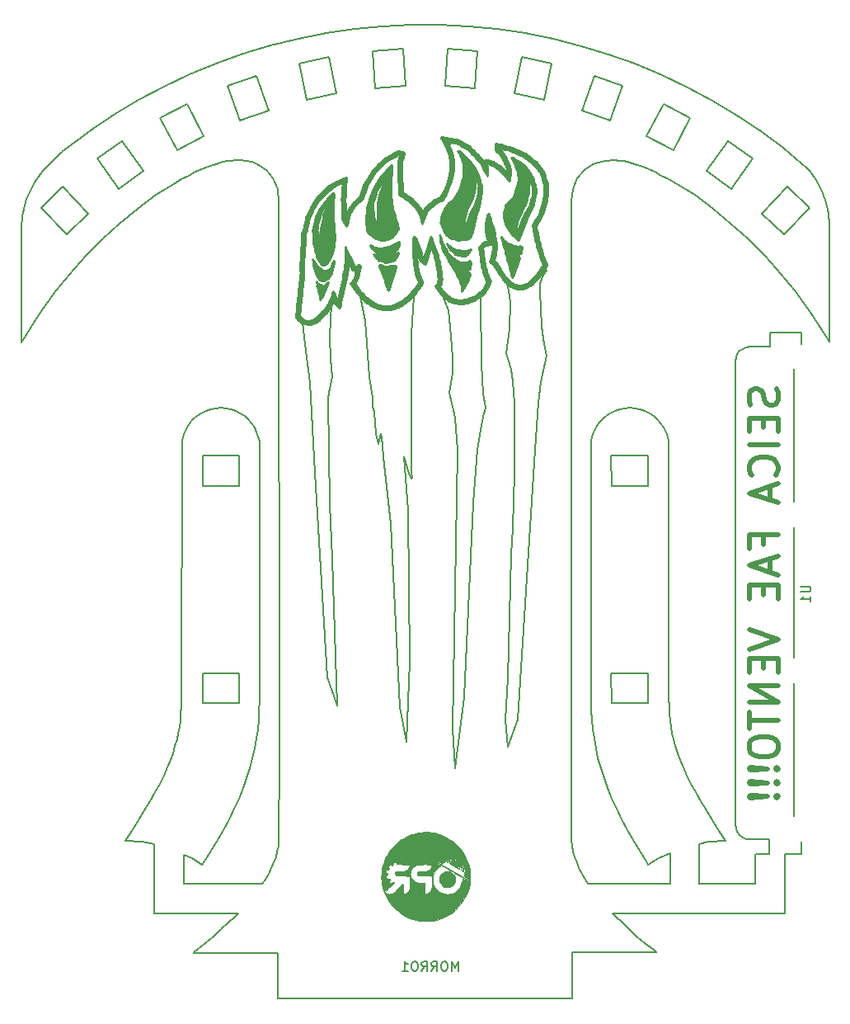
<source format=gbo>
G04 #@! TF.GenerationSoftware,KiCad,Pcbnew,(5.0.2)-1*
G04 #@! TF.CreationDate,2019-06-30T15:53:46+02:00*
G04 #@! TF.ProjectId,PCB_Fujitora_morro,5043425f-4675-46a6-9974-6f72615f6d6f,rev?*
G04 #@! TF.SameCoordinates,PX5aa8f70PY8620d10*
G04 #@! TF.FileFunction,Legend,Bot*
G04 #@! TF.FilePolarity,Positive*
%FSLAX46Y46*%
G04 Gerber Fmt 4.6, Leading zero omitted, Abs format (unit mm)*
G04 Created by KiCad (PCBNEW (5.0.2)-1) date 30/06/2019 15:53:46*
%MOMM*%
%LPD*%
G01*
G04 APERTURE LIST*
%ADD10C,0.200000*%
%ADD11C,0.220000*%
%ADD12C,0.500000*%
%ADD13C,0.010000*%
%ADD14C,0.150000*%
%ADD15C,0.100000*%
%ADD16C,1.900000*%
%ADD17C,2.400000*%
%ADD18R,2.100000X2.100000*%
%ADD19O,2.100000X2.100000*%
%ADD20C,2.150000*%
%ADD21C,2.600000*%
G04 APERTURE END LIST*
D10*
X56388000Y-3302000D02*
X56388000Y0D01*
X26162000Y-3302000D02*
X56388000Y-3302000D01*
X26162000Y0D02*
X26162000Y-3302000D01*
X26162000Y1397000D02*
X17526000Y1397000D01*
X56388000Y0D02*
X56388000Y1397000D01*
X26162000Y1397000D02*
X26162000Y0D01*
X76616560Y11557000D02*
X75224640Y11557000D01*
X76616560Y13055600D02*
X76616560Y11557000D01*
X76677520Y63581280D02*
X74640440Y63586360D01*
X76682600Y65024000D02*
X76677520Y63581280D01*
D11*
X40912685Y73055463D02*
X40645795Y72788574D01*
X37654447Y69797226D02*
X37411051Y69553829D01*
X40975599Y72835534D02*
X40708709Y72568645D01*
X40397751Y73106215D02*
X40074959Y72783423D01*
X42166053Y74025989D02*
X41907658Y73767594D01*
X37774482Y70200103D02*
X37337645Y69763266D01*
X31915579Y69149526D02*
X31722578Y68956525D01*
X36145942Y68005877D02*
X35900680Y67760616D01*
X35299736Y68573885D02*
X35065645Y68339794D01*
X35007881Y68847716D02*
X34774501Y68614336D01*
X29033378Y66261082D02*
X28771775Y66005722D01*
X35145524Y68705247D02*
X34919331Y68464428D01*
X32051002Y68719264D02*
X31312784Y67981046D01*
X43854256Y68640410D02*
X43614346Y68403214D01*
X43522995Y68877548D02*
X43288242Y68642795D01*
X40450640Y72027733D02*
X40164990Y71742083D01*
X40492207Y71786457D02*
X40206557Y71500807D01*
X29281278Y66232383D02*
X28983718Y65934823D01*
X41807423Y73667358D02*
X41299644Y73159580D01*
X42758292Y72072644D02*
X42485316Y71799667D01*
X42961133Y70571050D02*
X42584223Y70201517D01*
X28366808Y66732126D02*
X28132910Y66498228D01*
X40533774Y71545181D02*
X40248124Y71259532D01*
X37139577Y71827940D02*
X36750399Y71438761D01*
X42934488Y70834626D02*
X42622970Y70523107D01*
X42813862Y71845371D02*
X42529387Y71560896D01*
X34606721Y69295083D02*
X34372153Y69060516D01*
X32849142Y69234560D02*
X32423166Y68808585D01*
X32118713Y68504132D02*
X31862195Y68219959D01*
X43096704Y69304706D02*
X42865338Y69068419D01*
X35614374Y68322838D02*
X35376755Y68085219D01*
X29598206Y66276082D02*
X29232572Y65900834D01*
X35452473Y68443779D02*
X35218382Y68209688D01*
X36342533Y67919626D02*
X36087871Y67664964D01*
X28021987Y66952991D02*
X27990029Y66662237D01*
X28359688Y67007848D02*
X27990029Y66662237D01*
X42975153Y69461077D02*
X42739984Y69225908D01*
X40410248Y72553026D02*
X40087456Y72230234D01*
X38350514Y67973796D02*
X37879931Y67477125D01*
X30172395Y69951927D02*
X30089074Y69869002D01*
X37597764Y67760643D02*
X37245824Y67408703D01*
X28464567Y67961256D02*
X28091843Y67588531D01*
X31983291Y68934395D02*
X31570136Y68521241D01*
X37528534Y69374617D02*
X37483064Y69348365D01*
X35958751Y68101529D02*
X35718399Y67853759D01*
X31773254Y68158673D02*
X29541252Y65926671D01*
X34733649Y69139168D02*
X34499081Y68904601D01*
X28497541Y66582061D02*
X28264941Y66346674D01*
X30271266Y70050798D02*
X30172395Y69951927D01*
X35782985Y68208606D02*
X35545366Y67970987D01*
X34868897Y68991574D02*
X34635517Y68758194D01*
X43232733Y69152972D02*
X42999041Y68919280D01*
X42908520Y71091501D02*
X42607290Y70790270D01*
X40404000Y72829621D02*
X40081207Y72506828D01*
X32221022Y68323599D02*
X31987644Y68090220D01*
X42856536Y69625302D02*
X42619031Y69387798D01*
X37021507Y67750072D02*
X36734957Y67463522D01*
X42749732Y69782097D02*
X42504430Y69556040D01*
X28569447Y68914664D02*
X28196626Y68541843D01*
X43681981Y68753692D02*
X43462618Y68502985D01*
X37422574Y71828094D02*
X36823804Y71229324D01*
X28499527Y68279058D02*
X28126770Y67906302D01*
X40416496Y72276432D02*
X40123423Y71983359D01*
X37816536Y82212013D02*
X37304175Y81734321D01*
X37720947Y80277377D02*
X37730427Y80055543D01*
X43127935Y74062488D02*
X43106595Y74118002D01*
X37869040Y82121073D02*
X37849647Y82154662D01*
X36240229Y76151400D02*
X36205028Y76267402D01*
X35885480Y77742550D02*
X35897305Y77656736D01*
X45588128Y71481474D02*
X45305767Y71508848D01*
X37427157Y74590667D02*
X37344863Y74578810D01*
X36240229Y76151400D02*
X36285295Y76064827D01*
X36867444Y74510024D02*
X36743581Y74543213D01*
X45428092Y84359095D02*
X45186800Y84117804D01*
X44484531Y84829748D02*
X44203679Y84548896D01*
X37779106Y78916525D02*
X37804406Y78715308D01*
X44130680Y72640721D02*
X44013374Y72762040D01*
X50745197Y83736504D02*
X50495660Y83486966D01*
X46218038Y83734827D02*
X45984582Y83501372D01*
X43127935Y74062488D02*
X43203332Y73931896D01*
X43617442Y73214636D02*
X43386827Y72984021D01*
X36358875Y77515432D02*
X36362056Y77555801D01*
X44248386Y84876446D02*
X43967534Y84595594D01*
X38535782Y75715752D02*
X38523574Y75757521D01*
X45841731Y71567265D02*
X45588128Y71481474D01*
X36454599Y75967024D02*
X36361451Y75918534D01*
X36255492Y79533405D02*
X36566681Y80023168D01*
X36255492Y79533405D02*
X36214479Y79388123D01*
X38257814Y75252128D02*
X38535782Y75715752D01*
X37881864Y74853192D02*
X37427157Y74590667D01*
X45070809Y84567498D02*
X44829518Y84326207D01*
X50940209Y83648673D02*
X50690672Y83399135D01*
X48608350Y84428083D02*
X48486674Y84306408D01*
X45249451Y84463297D02*
X45008159Y84222005D01*
X46492192Y83443297D02*
X46258737Y83209841D01*
X49723704Y84129224D02*
X49454260Y83859780D01*
X45943883Y84026358D02*
X45710428Y83792903D01*
X43513915Y73393951D02*
X43283299Y73163336D01*
X28456922Y66183406D02*
X28477440Y66165956D01*
X45841731Y71567265D02*
X45912999Y71833238D01*
X36935567Y67423881D02*
X36976173Y67421895D01*
X28477440Y66165956D02*
X28585143Y66101932D01*
X29693262Y65958900D02*
X29975664Y66078240D01*
X34171582Y71500638D02*
X34145944Y71379891D01*
X33635257Y70068322D02*
X33654840Y70040259D01*
X43117637Y73450271D02*
X43091463Y73537185D01*
X37869040Y82121073D02*
X37848964Y81871136D01*
X35321815Y77922200D02*
X35295470Y77620586D01*
X35922476Y78353748D02*
X35915636Y78240752D01*
X35321815Y77922200D02*
X35455426Y78346227D01*
X46766347Y83151766D02*
X46532892Y82918311D01*
X37881864Y74853192D02*
X38257814Y75252128D01*
X46629270Y83297531D02*
X46395814Y83064076D01*
X36682548Y80987563D02*
X36253082Y80275254D01*
X44877662Y83318014D02*
X44898674Y83263992D01*
X49277562Y84248768D02*
X49008118Y83979324D01*
X44012241Y84923144D02*
X43731390Y84642292D01*
X43539952Y85016540D02*
X43144082Y84620669D01*
X45472616Y77405833D02*
X45447085Y77307021D01*
X31707678Y73184266D02*
X30609372Y72085960D01*
X53598034Y72447204D02*
X53520949Y72652963D01*
X38835754Y82009398D02*
X38493570Y81667214D01*
X45449032Y75972897D02*
X45443998Y75889720D01*
X45804380Y77223374D02*
X45875192Y77201041D01*
X30781505Y71409564D02*
X30201433Y70829493D01*
X43776097Y84969842D02*
X43477865Y84692427D01*
X45186800Y84117804D02*
X45365441Y84013602D01*
X43788893Y74807857D02*
X44009713Y74738278D01*
X52336185Y82781907D02*
X52177897Y82906461D01*
X38883133Y82622463D02*
X38514097Y82253426D01*
X35812984Y73895459D02*
X35719458Y73801933D01*
X46903424Y83006000D02*
X46669969Y82772545D01*
X38825491Y81716292D02*
X38500894Y81391696D01*
X45875192Y77201041D02*
X46142779Y77719872D01*
X45852869Y77130227D02*
X45710332Y76721739D01*
X46733265Y79305161D02*
X46738836Y79447300D01*
X33647864Y72578867D02*
X33388206Y72319209D01*
X42374176Y72254213D02*
X42429746Y72026940D01*
X38846018Y82302505D02*
X38503833Y81960320D01*
X46376006Y78172080D02*
X46405413Y78265349D01*
X45187536Y82466257D02*
X45189304Y82423251D01*
X45295906Y76721903D02*
X45290530Y76584780D01*
X44713527Y84775901D02*
X44439824Y84502198D01*
X45430536Y75667299D02*
X45337390Y75618810D01*
X49500633Y84188996D02*
X49231189Y83919552D01*
X37976644Y83413030D02*
X36670848Y82096196D01*
X44622171Y83655527D02*
X44666269Y83597272D01*
X44828048Y79833610D02*
X44932337Y80186385D01*
X38479661Y83633204D02*
X37744281Y82897824D01*
X43410387Y73573266D02*
X43179772Y73342651D01*
X41328596Y77148330D02*
X40852621Y76672354D01*
X42581322Y71047145D02*
X42607290Y70790270D01*
X40184538Y77984170D02*
X40318272Y77835062D01*
X28825604Y75959046D02*
X28734182Y75584781D01*
X49054491Y84308539D02*
X48519280Y83763135D01*
X46080960Y83880593D02*
X45847505Y83647137D01*
X43782587Y82996433D02*
X43836667Y82767670D01*
X49946775Y84069452D02*
X49677331Y83800008D01*
X38844801Y81169916D02*
X38532927Y80858043D01*
X37063373Y73731634D02*
X36464985Y73133246D01*
X38741844Y83612544D02*
X38368439Y83239139D01*
X51135221Y83560842D02*
X50940209Y83648673D01*
X43303807Y85063238D02*
X43048646Y84808076D01*
X44892168Y84671700D02*
X44650877Y84430408D01*
X48831420Y84368311D02*
X48502688Y84039579D01*
X45852869Y77130227D02*
X45804380Y77223374D01*
X46355115Y83589062D02*
X46121660Y83355607D01*
X38964916Y83552773D02*
X38717021Y83277555D01*
X46564810Y80993290D02*
X46623879Y80746557D01*
X43067663Y85109936D02*
X42953210Y84995483D01*
X38828784Y81436743D02*
X38516911Y81124869D01*
X36208811Y73725600D02*
X36025972Y73542761D01*
X46761752Y81167272D02*
X46564810Y80993290D01*
X50550185Y83824334D02*
X50300648Y83574797D01*
X45472616Y77405833D02*
X45658813Y77801591D01*
X43675761Y84303821D02*
X43430390Y84058449D01*
X52734080Y71010248D02*
X52072743Y70326531D01*
X28904861Y74058404D02*
X28886772Y73757473D01*
X47464827Y71688009D02*
X47394968Y71922239D01*
X34631873Y79219731D02*
X34525005Y78916240D01*
X46121660Y83355607D02*
X45984582Y83501372D01*
X49454260Y83859780D02*
X49231189Y83919552D01*
X29183685Y76034284D02*
X28734182Y75584781D01*
X50153651Y70134193D02*
X49917419Y69897961D01*
X50908178Y74553006D02*
X50862708Y74526754D01*
X51076160Y73885128D02*
X50399585Y73228705D01*
X44012241Y84923144D02*
X43776097Y84969842D01*
X28406192Y70448465D02*
X28371264Y70130694D01*
X32740798Y79308555D02*
X32721299Y79006213D01*
X52101186Y82546908D02*
X51942897Y82671462D01*
X40056214Y73613206D02*
X40049966Y73889800D01*
X28922951Y74359336D02*
X28904861Y74058404D01*
X47739166Y70830977D02*
X47700425Y70898077D01*
X46903572Y73106653D02*
X46870197Y73356121D01*
X28571212Y74007598D02*
X28553123Y73706666D01*
X41431548Y73574327D02*
X41563452Y73989073D01*
X51011445Y69863168D02*
X50706301Y69555472D01*
X47332793Y81738313D02*
X47431222Y81553899D01*
X52449429Y75258398D02*
X52403733Y75495545D01*
X40206557Y71500807D02*
X40248124Y71259532D01*
X48229152Y75846447D02*
X48297891Y75632343D01*
X49500633Y84188996D02*
X49277562Y84248768D01*
X42908520Y71091501D02*
X42934488Y70834626D01*
X28589301Y74308529D02*
X28571212Y74007598D01*
X53618943Y80953395D02*
X53552098Y81169393D01*
X45984582Y83501372D02*
X45847505Y83647137D01*
X38203709Y76851870D02*
X38139736Y77070739D01*
X33139957Y76030758D02*
X33181433Y75958920D01*
X52776900Y75303026D02*
X52731204Y75540173D01*
X46355115Y83589062D02*
X46218038Y83734827D01*
X38532927Y80858043D02*
X38516911Y81124869D01*
X42055971Y73350221D02*
X42130127Y73141535D01*
X49322046Y81747667D02*
X49176065Y81884529D01*
X48998289Y71524415D02*
X49108062Y71351345D01*
X48940313Y83345833D02*
X48998201Y83288457D01*
X40849771Y73275392D02*
X40912685Y73055463D01*
X43144082Y84620669D02*
X43239518Y84433263D01*
X42619031Y69387798D02*
X42653665Y69336953D01*
X47936035Y74987644D02*
X47887988Y75222440D01*
X47731562Y82702768D02*
X47518331Y82759901D01*
X49093859Y81519480D02*
X48946199Y81654663D01*
X28709286Y70185874D02*
X28674326Y69868071D01*
X53187507Y72602364D02*
X53110423Y72808122D01*
X52813732Y81845240D02*
X52693850Y82008201D01*
X51068793Y75009133D02*
X50716269Y74656608D01*
X53169650Y81918316D02*
X53049768Y82081276D01*
X53103782Y73932852D02*
X53042486Y74154398D01*
X47529805Y71470145D02*
X47464827Y71688009D01*
X50764569Y73856380D02*
X49660779Y72752590D01*
X50250398Y70796625D02*
X50195730Y70746543D01*
X47329531Y70987028D02*
X47395264Y70766632D01*
X48366631Y75418240D02*
X48390841Y75342833D01*
X46258737Y83209841D02*
X46121660Y83355607D01*
X29606792Y77305919D02*
X29008447Y76707575D01*
X51222523Y75445705D02*
X50566358Y74789541D01*
X36579463Y79187422D02*
X36544509Y79091918D01*
X31841975Y78409732D02*
X30963561Y77531318D01*
X48539626Y71631438D02*
X48649399Y71458368D01*
X49691776Y82683082D02*
X49593918Y82868067D01*
X40050804Y78133279D02*
X40184538Y77984170D01*
X33331356Y71696674D02*
X32945123Y71310441D01*
X28674326Y69868071D02*
X28301409Y69495154D01*
X28091843Y67588531D02*
X28056915Y67270761D01*
X42882553Y71348376D02*
X42581322Y71047145D01*
X28744246Y70503676D02*
X28371264Y70130694D01*
X44713509Y72330804D02*
X44111520Y71728815D01*
X28779206Y70821479D02*
X28406192Y70448465D01*
X41943584Y74652048D02*
X41695357Y74403820D01*
X40575341Y71303906D02*
X40308143Y71036708D01*
X42017740Y74443361D02*
X41563452Y73989073D01*
X32625446Y68162336D02*
X32265732Y67802623D01*
X44511972Y72412109D02*
X44007993Y71908130D01*
X44335148Y72518128D02*
X43904465Y72087445D01*
X45305767Y71508848D02*
X45185204Y71388286D01*
X30415427Y69912116D02*
X30239548Y69713370D01*
X34421753Y71090014D02*
X33994787Y70667974D01*
X28056915Y67270761D02*
X28021987Y66952991D01*
X45486290Y72255057D02*
X44422103Y71190870D01*
X32774576Y68877152D02*
X32348601Y68451177D01*
X34479793Y69450998D02*
X34245226Y69216431D01*
X42856585Y71605251D02*
X42555355Y71304020D01*
X42091897Y74234675D02*
X41431548Y73574327D01*
X28394647Y67325651D02*
X28021987Y66952991D01*
X28359688Y67007848D02*
X28333556Y66770295D01*
X46119180Y68674162D02*
X45599687Y68125813D01*
X31146921Y69795081D02*
X30379805Y69027966D01*
X38543722Y73232085D02*
X37643572Y72331934D01*
X28534487Y68596861D02*
X28161698Y68224072D01*
X28670009Y66435387D02*
X28417391Y66217024D01*
X45909680Y72394652D02*
X44525631Y71011555D01*
X45494795Y73428293D02*
X45008688Y72905129D01*
X45808975Y71163528D02*
X44887332Y70241885D01*
X37953662Y67833699D02*
X37543961Y67423998D01*
X41675519Y73252612D02*
X41167740Y72744833D01*
X30990065Y69358528D02*
X30427853Y68793171D01*
X45865605Y70937316D02*
X45812211Y70883321D01*
X28832505Y72854677D02*
X28480767Y72502939D01*
X28394647Y67325651D02*
X28359688Y67007848D01*
X45198701Y72250310D02*
X44318575Y71370185D01*
X37291158Y67736880D02*
X36976173Y67421895D01*
X38249368Y72654888D02*
X38106457Y72511977D01*
X33072837Y70306784D02*
X32646862Y69880809D01*
X41063112Y72640205D02*
X40824931Y72402024D01*
X31746416Y71525947D02*
X30612506Y70392038D01*
X45957570Y72160651D02*
X45305767Y71508848D01*
X38134586Y71408735D02*
X37117427Y70391577D01*
X40849771Y73275392D02*
X40582882Y73008503D01*
X40877668Y70474862D02*
X40631332Y70195976D01*
X40491234Y74331068D02*
X40049966Y73889800D01*
X28825918Y66342708D02*
X28585143Y66101932D01*
X42923396Y70257849D02*
X42389830Y69724282D01*
X44056895Y68534853D02*
X43793792Y68299817D01*
X41543615Y72837865D02*
X40995293Y72289543D01*
X32550880Y67804928D02*
X32404776Y67658824D01*
X32700011Y68519744D02*
X32126688Y67946421D01*
X28429607Y67643453D02*
X28056915Y67270761D01*
X43874331Y72905839D02*
X43593882Y72625391D01*
X38254621Y71811613D02*
X37044022Y70601013D01*
X34345510Y70730929D02*
X33654840Y70040259D01*
X33221968Y71021600D02*
X32795992Y70595625D01*
X40786857Y73495321D02*
X40519968Y73228432D01*
X31014227Y71359444D02*
X30304961Y70650178D01*
X42870985Y74730920D02*
X42809094Y74669029D01*
X43373724Y69011120D02*
X43146422Y68771883D01*
X36494821Y72880240D02*
X36285796Y72671214D01*
X42591583Y72754462D02*
X42318607Y72481486D01*
X47297350Y72651903D02*
X47003696Y72358249D01*
X42462679Y73191244D02*
X42204284Y72932849D01*
X42533555Y72991791D02*
X42263037Y72708759D01*
X47197225Y73400307D02*
X46903572Y73106653D01*
X31832397Y71784923D02*
X31746416Y71525947D01*
X45950878Y74843532D02*
X45703747Y74735256D01*
X30379228Y70521543D02*
X30430632Y70493006D01*
X44013374Y72762040D02*
X43697410Y72446075D01*
X38485670Y73807369D02*
X38564435Y74101326D01*
X30218446Y70064951D02*
X30271266Y70050798D01*
X31685687Y71093947D02*
X31613965Y71113164D01*
X40642055Y71087777D02*
X40386681Y70832403D01*
X40310637Y74716157D02*
X40037469Y74442989D01*
X42240210Y73817303D02*
X41981814Y73558907D01*
X42314366Y73608616D02*
X42055971Y73350221D01*
X30087184Y70292305D02*
X30139433Y70201807D01*
X40666869Y73914766D02*
X40385255Y73659404D01*
X30180011Y69921505D02*
X30089074Y69869002D01*
X38185212Y72542609D02*
X38106457Y72511977D01*
X30981147Y69899025D02*
X30331758Y69262761D01*
X36926138Y71897343D02*
X36676993Y71648198D01*
X37528534Y69374617D02*
X37654447Y69797226D01*
X34356852Y69610900D02*
X34119839Y69373887D01*
X43735287Y73049638D02*
X43490355Y72804706D01*
X30139433Y70201807D02*
X30115765Y70178139D01*
X45588128Y71481474D02*
X45389779Y71310018D01*
X42388523Y73399930D02*
X42130127Y73141535D01*
X33296533Y71379008D02*
X32870558Y70953033D01*
X40575157Y74132149D02*
X40056214Y73613206D01*
X28709286Y70185874D02*
X28336336Y69812924D01*
X47151022Y74202632D02*
X46815321Y73766303D01*
X30584099Y69851670D02*
X30603312Y69923389D01*
X28429607Y67643453D02*
X28394647Y67325651D01*
X33147403Y70664192D02*
X32721427Y70238217D01*
X45390074Y69896099D02*
X45023140Y69529165D01*
X40723944Y73715250D02*
X40457054Y73448361D01*
X47163850Y73649774D02*
X46870197Y73356121D01*
X46923970Y78618595D02*
X46946615Y78806550D01*
X37218149Y71802391D02*
X37422574Y71828094D01*
X47626666Y74395433D02*
X46836822Y73605588D01*
X47330725Y72402435D02*
X47037071Y72108782D01*
X30368931Y69909326D02*
X30415427Y69912116D01*
X45912999Y71833238D02*
X45588128Y71481474D01*
X40152346Y74840708D02*
X40051302Y74739664D01*
X40407311Y74529988D02*
X40043717Y74166394D01*
X44936580Y72271032D02*
X44215048Y71549500D01*
X36546390Y72020825D02*
X36712699Y71966747D01*
X31104869Y71364884D02*
X31533320Y71672879D01*
X31832397Y71784923D02*
X31850030Y71912404D01*
X30870484Y71350816D02*
X30781505Y71409564D01*
X30087184Y70292305D02*
X30115765Y70178139D01*
X30646898Y70372945D02*
X30851335Y70385217D01*
X34497995Y71449100D02*
X34069701Y71020806D01*
X30981147Y69899025D02*
X30727541Y69813232D01*
X44604100Y74550988D02*
X44679353Y74559389D01*
X34240602Y69777493D02*
X34003589Y69540480D01*
X34574238Y71808185D02*
X34145944Y71379891D01*
X42702723Y72299916D02*
X42429746Y72026940D01*
X34022660Y71822293D02*
X33753695Y71553328D01*
X42647153Y72527189D02*
X42374176Y72254213D01*
X28126770Y67906302D02*
X28091843Y67588531D01*
X30011694Y71158131D02*
X30097906Y71008808D01*
X46742964Y81242325D02*
X46761752Y81167272D01*
X44067369Y73695459D02*
X44290423Y73604774D01*
X44622171Y83655527D02*
X44713112Y83708032D01*
X35763966Y73691050D02*
X35881159Y73698084D01*
X35625666Y74035596D02*
X35651186Y74016504D01*
X36491995Y72535069D02*
X36456156Y72558732D01*
X30147599Y72812908D02*
X30103296Y72994097D01*
X31271500Y78418753D02*
X31113861Y77964460D01*
X30737335Y72001472D02*
X30821772Y72015517D01*
X36184004Y72963522D02*
X36203220Y73035243D01*
X31292404Y70199982D02*
X30981147Y69899025D01*
X31247674Y78783244D02*
X31850974Y79313443D01*
X30541386Y72130849D02*
X30609372Y72085960D01*
X35881159Y73698084D02*
X36025972Y73542761D01*
X44954297Y73419372D02*
X45241126Y73424106D01*
X30253955Y74574188D02*
X30321022Y74343194D01*
X31840677Y78701224D02*
X31841975Y78409732D01*
X30011694Y71158131D02*
X30001659Y71195404D01*
X29738362Y72576635D02*
X29758781Y72366739D01*
X38567689Y74400370D02*
X38600979Y74237708D01*
X35988053Y73092897D02*
X36069538Y73020642D01*
X38274269Y73018416D02*
X37860461Y72831666D01*
X44909061Y83578655D02*
X44751610Y83682613D01*
X30584099Y69851670D02*
X30626470Y69840316D01*
X46086654Y82379087D02*
X46156146Y82258723D01*
X35988053Y73092897D02*
X36044325Y72995430D01*
X30947400Y78131652D02*
X31154107Y78416837D01*
X29725172Y75539758D02*
X29731926Y75451154D01*
X46923970Y78618595D02*
X46883152Y78460245D01*
X38547093Y73175931D02*
X38249368Y72654888D01*
X30239548Y69713370D02*
X30089074Y69869002D01*
X45008688Y72905129D02*
X44791555Y72974535D01*
X31913914Y73953944D02*
X31811206Y73570637D01*
X31840677Y78701224D02*
X31903515Y79036957D01*
X31271500Y78418753D02*
X31154107Y78416837D01*
X35763966Y73691050D02*
X35719458Y73801933D01*
X45008688Y72905129D02*
X45325634Y72942929D01*
X36916683Y73689672D02*
X36735579Y73686683D01*
X43498736Y74155316D02*
X43615315Y74061037D01*
X36499034Y72417875D02*
X36589974Y72470380D01*
X30399689Y77626758D02*
X30919792Y78336077D01*
X44758346Y73548751D02*
X44739130Y73477026D01*
X37541590Y72292268D02*
X37306981Y72278187D01*
X35945849Y73796061D02*
X35985740Y73785372D01*
X30399689Y77626758D02*
X30308118Y77441560D01*
X30521900Y75424001D02*
X30578252Y75731795D01*
X31914419Y72377923D02*
X31775263Y72120480D01*
X38540058Y73293125D02*
X38274269Y73018416D01*
X47021438Y80129928D02*
X47028074Y80019381D01*
X36803258Y72836029D02*
X36867946Y72934004D01*
X38485670Y73807369D02*
X38336334Y73590382D01*
X36546390Y72020825D02*
X36603587Y71857635D01*
X44909061Y83578655D02*
X45059793Y83425111D01*
X36358851Y73185724D02*
X36464985Y73133246D01*
X30368931Y69909326D02*
X30361892Y70026514D01*
X36112282Y72982740D02*
X36203220Y73035243D01*
X36491995Y72535069D02*
X36499034Y72417875D01*
X36916683Y73689672D02*
X37063373Y73731634D01*
X30541386Y72130849D02*
X30479173Y72238604D01*
X38540058Y73293125D02*
X38543722Y73232085D01*
X31685687Y71093947D02*
X31653320Y71150008D01*
X30184653Y71803636D02*
X30133246Y71892676D01*
X31292404Y70199982D02*
X31146921Y69795081D01*
X31104869Y71364884D02*
X31014227Y71359444D01*
X40391234Y69828309D02*
X40136588Y69480118D01*
X49518180Y78115663D02*
X49482690Y77948513D01*
X49518180Y78115663D02*
X49602086Y78285359D01*
X50846617Y81065220D02*
X50808035Y81253757D01*
X50195730Y70746543D02*
X50241194Y70772792D01*
X50846617Y81065220D02*
X50844103Y81006983D01*
X29598206Y66276082D02*
X29409632Y66236100D01*
X51663204Y81961069D02*
X51584837Y82030559D01*
X51776579Y81101824D02*
X51809833Y80841342D01*
X50285658Y73951089D02*
X50528425Y73903080D01*
X52606910Y79171412D02*
X52583618Y79069542D01*
X49822032Y74229056D02*
X49829066Y74111865D01*
X50285658Y73951089D02*
X50304878Y74022807D01*
X50399585Y73228705D02*
X50510489Y73036615D01*
X49602086Y78285359D02*
X50159915Y78789306D01*
X36803258Y72836029D02*
X36737682Y72840258D01*
X31850974Y79313443D02*
X31867878Y79284163D01*
X29725172Y75539758D02*
X29784590Y75786661D01*
X36184004Y72963522D02*
X36271750Y72940011D01*
X30227134Y76217660D02*
X30201289Y75920518D01*
X30253955Y74574188D02*
X30231949Y74819806D01*
X50856178Y73067927D02*
X51109781Y73153720D01*
X50583352Y72910411D02*
X50640933Y72884216D01*
X52138329Y80520619D02*
X52106283Y80572106D01*
X44758346Y73548751D02*
X44621936Y73469994D01*
X43306859Y73752581D02*
X43091463Y73537185D01*
X29033378Y66261082D02*
X28849206Y66328864D01*
X52606910Y79171412D02*
X52607829Y79376596D01*
X51042061Y82511862D02*
X50973573Y82550666D01*
X50619976Y75705016D02*
X50652764Y76007318D01*
X50619976Y75705016D02*
X50692731Y75481599D01*
X50117337Y75187709D02*
X50266538Y75055406D01*
X51663204Y81961069D02*
X51715366Y81878245D01*
X44284423Y73214501D02*
X44265203Y73142781D01*
X43615315Y74061037D02*
X43575915Y74021637D01*
X28849206Y66328864D02*
X28825918Y66342708D01*
X50812020Y75449827D02*
X50718869Y75401335D01*
X52383327Y78193543D02*
X52214302Y77851698D01*
X51109781Y73153720D02*
X51145598Y73388881D01*
X51041326Y73902352D02*
X51076160Y73885128D01*
X50117337Y75187709D02*
X50013319Y75367873D01*
X52280623Y78996453D02*
X52174755Y78660678D01*
X43498736Y74155316D02*
X43575915Y74021637D01*
X49102919Y74844544D02*
X49124862Y74762258D01*
X44739130Y73477026D02*
X44954297Y73419372D01*
X44284423Y73214501D02*
X44231846Y73263354D01*
X49829066Y74111865D02*
X49892490Y74115672D01*
X50070486Y74008738D02*
X50304878Y74022807D01*
X52280623Y78996453D02*
X52280993Y79049760D01*
X28670009Y66435387D02*
X28497541Y66582061D01*
X49822032Y74229056D02*
X49731092Y74176552D01*
X51041326Y73902352D02*
X50833188Y73842810D01*
X49102919Y74844544D02*
X49146509Y74783905D01*
X51238181Y76677968D02*
X51479682Y77117078D01*
X49731092Y74176552D02*
X49696446Y74202471D01*
X29220771Y66230630D02*
X29033378Y66261082D01*
X52287628Y80006399D02*
X52246818Y80146956D01*
X50070486Y74008738D02*
X50063457Y74125935D01*
X52610177Y79900828D02*
X52601639Y79936091D01*
X50746756Y81553211D02*
X50698756Y81710163D01*
X50241194Y70772792D02*
X50250398Y70796625D01*
X50812020Y75449827D02*
X50892292Y75681160D01*
X50908178Y74553006D02*
X51068793Y75009133D01*
X50541890Y82223088D02*
X50482192Y82342127D01*
X42920568Y69531298D02*
X42856536Y69625302D01*
X29409632Y66236100D02*
X29281278Y66232383D01*
X33073661Y73835368D02*
X33115580Y73743639D01*
X30314554Y66752932D02*
X30144667Y66589000D01*
X38989422Y68344193D02*
X38674708Y68139944D01*
X47783263Y77235259D02*
X47692322Y77182755D01*
X48554514Y72224079D02*
X48410998Y72351338D01*
X35886661Y68138366D02*
X35782985Y68208606D01*
X29967477Y66453941D02*
X29784739Y66349165D01*
X34456124Y71965928D02*
X34599570Y71927491D01*
X49805422Y70422805D02*
X49704215Y70533285D01*
X40666869Y73914766D02*
X40723944Y73715250D01*
X30144667Y66589000D02*
X29967477Y66453941D01*
X40088446Y72186383D02*
X40123423Y71983359D01*
X42845316Y71716731D02*
X42813862Y71845371D01*
X38017684Y67848854D02*
X37953662Y67833699D01*
X34772982Y69090852D02*
X34733649Y69139168D01*
X40115569Y74869646D02*
X40051302Y74739664D01*
X29784739Y66349165D02*
X29598206Y66276082D01*
X40631332Y70195976D02*
X40391234Y69828309D01*
X30673299Y67122647D02*
X30475384Y66944327D01*
X36975829Y67752306D02*
X36779662Y67791069D01*
X37677064Y67768222D02*
X37597764Y67760643D01*
X53530385Y79462071D02*
X53485293Y79122689D01*
X42845316Y71716731D02*
X42856585Y71605251D01*
X35517032Y68388786D02*
X35452473Y68443779D01*
X30864638Y67328076D02*
X30673299Y67122647D01*
X31378702Y68097277D02*
X31312784Y67981046D01*
X31523241Y68401403D02*
X31378702Y68097277D01*
X31759797Y69075402D02*
X31722578Y68956525D01*
X38674708Y68139944D02*
X38350514Y67973796D01*
X34306147Y70545537D02*
X34345510Y70730929D01*
X34456124Y71965928D02*
X34228768Y71834664D01*
X41024108Y72665957D02*
X41063112Y72640205D01*
X49611580Y70634407D02*
X49572500Y70684412D01*
X31862924Y69316822D02*
X31915579Y69149526D01*
X47437843Y74368228D02*
X47626666Y74395433D01*
X32153583Y68393344D02*
X32221022Y68323599D01*
X37329498Y67735005D02*
X37291158Y67736880D01*
X43096704Y69304706D02*
X42975153Y69461077D01*
X40088446Y72186383D02*
X40087456Y72230234D01*
X34400251Y69548706D02*
X34356852Y69610900D01*
X33079320Y72565461D02*
X33051955Y72265801D01*
X35145524Y68705247D02*
X35007881Y68847716D01*
X42898326Y70049770D02*
X42923396Y70257849D01*
X36253566Y67950883D02*
X36145942Y68005877D01*
X33994383Y71820596D02*
X34022660Y71822293D01*
X31650956Y68727769D02*
X31570136Y68521241D01*
X40666869Y73914766D02*
X40575157Y74132149D01*
X31219389Y67816365D02*
X31047351Y67559640D01*
X40337776Y74694803D02*
X40310637Y74716157D01*
X42533555Y72991791D02*
X42462679Y73191244D01*
X47451408Y75709861D02*
X47464228Y75647209D01*
X32979962Y71477430D02*
X32945123Y71310441D01*
X41122082Y72601270D02*
X41167740Y72744833D01*
X33073661Y73835368D02*
X33074254Y73702314D01*
X40268946Y71138675D02*
X40308143Y71036708D01*
X30475384Y66944327D02*
X30314554Y66752932D01*
X38350514Y67973796D02*
X38017684Y67848854D01*
X53130945Y81414039D02*
X53053496Y81519319D01*
X31047351Y67559640D02*
X30864638Y67328076D01*
X31759797Y69075402D02*
X31862924Y69316822D01*
X42898326Y70049770D02*
X42749732Y69782097D01*
X43278141Y69102322D02*
X43232733Y69152972D01*
X52960879Y77193187D02*
X53091033Y77597058D01*
X50805325Y69871920D02*
X50751196Y69883209D01*
X46374826Y68810676D02*
X46119180Y68674162D01*
X45149602Y68370176D02*
X44984360Y68359014D01*
X49419786Y70879817D02*
X49331756Y71009354D01*
X53413834Y71998239D02*
X53341676Y72190847D01*
X43028058Y74322308D02*
X42895073Y74189323D01*
X52734080Y71010248D02*
X52511588Y70748534D01*
X52511588Y70748534D02*
X52291142Y70520628D01*
X30151238Y78872161D02*
X29814507Y78362163D01*
X48554514Y72224079D02*
X48668971Y72043625D01*
X45278989Y76290397D02*
X43788893Y74807857D01*
X45384046Y68409862D02*
X45304603Y68396414D01*
X50001310Y70245012D02*
X49842723Y70388950D01*
X45623790Y68473755D02*
X45384046Y68409862D01*
X50601252Y69914481D02*
X50527503Y69942359D01*
X28971390Y75165188D02*
X29000841Y75285755D01*
X31359745Y80077782D02*
X30151238Y78872161D01*
X43656917Y68770173D02*
X43522995Y68877548D01*
X36055365Y81377082D02*
X36670848Y82096196D01*
X52958618Y71305770D02*
X52757225Y71040711D01*
X45868834Y68561855D02*
X45687799Y68496768D01*
X32816153Y80476960D02*
X32799296Y80215580D01*
X28643767Y75214639D02*
X28625479Y74910393D01*
X36055365Y81377082D02*
X35808330Y80961873D01*
X53530385Y79462071D02*
X53515019Y79718100D01*
X44183413Y82735307D02*
X44185482Y82550800D01*
X52291142Y70520628D02*
X52072743Y70326531D01*
X44920460Y68354697D02*
X44696618Y68363426D01*
X46635772Y68971397D02*
X46374826Y68810676D01*
X47071321Y71852774D02*
X47037071Y72108782D01*
X47783263Y77235259D02*
X47816715Y77131066D01*
X47538575Y76608970D02*
X47627871Y76942222D01*
X50399224Y69990850D02*
X50330831Y70028530D01*
X46902019Y69156325D02*
X46635772Y68971397D01*
X27990029Y66662237D02*
X28132910Y66498228D01*
X38274503Y83203948D02*
X38368439Y83239139D01*
X39708595Y78514830D02*
X39633445Y78564448D01*
X44183413Y82735307D02*
X44165007Y82813168D01*
X28440703Y71836428D02*
X28453278Y71626922D01*
X51219612Y69888224D02*
X51011445Y69863168D01*
X52575137Y74606014D02*
X52590402Y74550842D01*
X52567461Y82180006D02*
X52417763Y82297800D01*
X48580262Y73754627D02*
X48570059Y73924612D01*
X48390841Y75342833D02*
X48415279Y75184045D01*
X50199244Y70101027D02*
X50153651Y70134193D01*
X38274503Y83203948D02*
X37744281Y82897824D01*
X52575137Y74606014D02*
X52540821Y74784104D01*
X44696618Y68363426D02*
X44478076Y68396361D01*
X32335196Y80259908D02*
X32199721Y80181691D01*
X48580262Y73754627D02*
X48568143Y73639854D01*
X47451408Y75709861D02*
X47473670Y75939493D01*
X40975740Y76215049D02*
X40912617Y76449508D01*
X47437843Y74368228D02*
X47151022Y74202632D01*
X44056895Y68534853D02*
X43854256Y68640410D01*
X46119180Y68674162D02*
X45868834Y68561855D01*
X53185203Y71635100D02*
X52958618Y71305770D01*
X53130945Y81414039D02*
X53154606Y81337586D01*
X51011445Y69863168D02*
X50805325Y69871920D01*
X52960879Y77193187D02*
X52583268Y76523607D01*
X37410565Y82705153D02*
X36670848Y82096196D01*
X47631537Y70357395D02*
X47601116Y70410085D01*
X43464879Y68924144D02*
X43373724Y69011120D01*
X43854256Y68640410D02*
X43681981Y68753692D01*
X39121185Y83510902D02*
X38964916Y83552773D01*
X38820522Y81574395D02*
X38825491Y81716292D01*
X38717021Y83277555D02*
X38573576Y83315990D01*
X46926223Y82500049D02*
X46807046Y82626780D01*
X28971390Y75165188D02*
X28959129Y74961200D01*
X35786243Y81570150D02*
X35691235Y81410463D01*
X53600370Y71675141D02*
X53780244Y71960837D01*
X39708595Y78514830D02*
X39783336Y78431497D01*
X42398895Y78370509D02*
X41536133Y77638709D01*
X44691320Y84788855D02*
X44484531Y84829748D01*
X50050633Y81393812D02*
X50040409Y81334659D01*
X32787646Y76640979D02*
X32829374Y76568704D01*
X47668322Y81109676D02*
X47661774Y81218766D01*
X43931192Y83802233D02*
X43866633Y83929007D01*
X47518331Y82759901D02*
X47321063Y82461124D01*
X28813502Y71133253D02*
X28779206Y70821479D01*
X43061729Y78692570D02*
X42694316Y78514050D01*
X52896691Y74681351D02*
X52868292Y74828733D01*
X53780244Y71960837D02*
X53752202Y72035688D01*
X34525005Y78916240D02*
X33929237Y78457525D01*
X33929237Y78457525D02*
X33495334Y77800348D01*
X48093008Y82264281D02*
X47908262Y82313782D01*
X46985360Y79128138D02*
X46535660Y78678438D01*
X30408103Y78662280D02*
X29825901Y77780500D01*
X33527360Y77249933D02*
X33429966Y76886452D01*
X38524844Y82560327D02*
X38514097Y82253426D01*
X28771297Y71836414D02*
X28781168Y71671969D01*
X47321063Y82461124D02*
X47281395Y82535443D01*
X53740176Y78535502D02*
X53782525Y78854235D01*
X39925886Y78766803D02*
X39871626Y78802629D01*
X48853823Y82186643D02*
X48714599Y82271591D01*
X29054937Y76897894D02*
X29008447Y76707575D01*
X46946615Y78806550D02*
X46405413Y78265349D01*
X43477865Y84692427D02*
X43731390Y84642292D01*
X51540871Y69635490D02*
X51707673Y69708316D01*
X48519280Y83763135D02*
X48656212Y83627417D01*
X43507515Y79495591D02*
X43589128Y79691704D01*
X33036902Y78772346D02*
X33055283Y79057354D01*
X42217204Y78649120D02*
X41225041Y77807561D01*
X36438870Y82332662D02*
X35786243Y81570150D01*
X34985764Y80224727D02*
X34939336Y80092879D01*
X53429742Y81564763D02*
X53409415Y81592395D01*
X40975740Y76215049D02*
X41156648Y76693539D01*
X33106045Y76952585D02*
X33099616Y77121788D01*
X48998201Y83288457D02*
X49056180Y83178857D01*
X48654606Y81921618D02*
X48474512Y82031504D01*
X49929667Y82233384D02*
X49949935Y82092713D01*
X29825901Y77780500D02*
X29606792Y77305919D01*
X32816153Y80476960D02*
X32746316Y80445443D01*
X48841134Y83908761D02*
X48834100Y84025952D01*
X32787646Y76640979D02*
X32781466Y76803638D01*
X43939237Y80533001D02*
X43958551Y80626813D01*
X33180802Y81003573D02*
X32890666Y80872636D01*
X49611202Y82129669D02*
X49622895Y82048516D01*
X48841134Y83908761D02*
X48889559Y83860764D01*
X46926223Y82500049D02*
X46939077Y82475968D01*
X38630865Y79226404D02*
X38629023Y79257083D01*
X49426228Y81215194D02*
X49389178Y81249114D01*
X28497541Y66582061D02*
X28366808Y66732126D01*
X28482397Y71141777D02*
X28476047Y71084006D01*
X49426228Y81215194D02*
X49518396Y81095489D01*
X49929667Y82233384D02*
X49887491Y82313112D01*
X43061729Y78692570D02*
X43297444Y79117177D01*
X35286135Y80084182D02*
X35171892Y79759750D01*
X48954162Y70977873D02*
X48979762Y70940202D01*
X46816566Y68695179D02*
X47062784Y68866196D01*
X47784656Y75727406D02*
X47810446Y75993426D01*
X42519300Y71660676D02*
X42529387Y71560896D01*
X43920160Y68233992D02*
X43985318Y68208501D01*
X39181603Y68075512D02*
X39508140Y68332166D01*
X47816227Y76053057D02*
X47810446Y75993426D01*
X52648773Y75967967D02*
X52720501Y76095155D01*
X43146422Y68771883D02*
X43247357Y68675575D01*
X38840219Y67853954D02*
X39181603Y68075512D01*
X42216984Y72897109D02*
X42263037Y72708759D01*
X42578428Y70153422D02*
X42362485Y69764427D01*
X47096943Y68889921D02*
X47439180Y69153498D01*
X43462618Y68502985D02*
X43614346Y68403214D01*
X38556836Y83662116D02*
X38479661Y83633204D01*
X45454226Y68087047D02*
X45599687Y68125813D01*
X53808170Y80341946D02*
X53752634Y80521401D01*
X42362485Y69764427D02*
X42389830Y69724282D01*
X47159934Y73679047D02*
X47345195Y73933686D01*
X44925164Y68024263D02*
X45188359Y68042042D01*
X49733907Y70042057D02*
X49757373Y70020758D01*
X50260562Y69690475D02*
X50476743Y69608756D01*
X47439180Y69153498D02*
X47650273Y69610714D01*
X42875582Y85147920D02*
X42953210Y84995483D01*
X38853326Y82511220D02*
X38883133Y82622463D01*
X43619155Y83687773D02*
X43674428Y83453960D01*
X40397320Y69277609D02*
X40662759Y69640558D01*
X49359522Y70421022D02*
X49470646Y70299716D01*
X48477263Y84463208D02*
X48486674Y84306408D01*
X33222465Y77387071D02*
X33170331Y77192503D01*
X38133156Y83503392D02*
X37976644Y83413030D01*
X45877487Y84096962D02*
X45785374Y84150692D01*
X43209978Y79639525D02*
X43154912Y79540331D01*
X42629130Y70574231D02*
X42622970Y70523107D01*
X44410567Y68072809D02*
X44665505Y68034388D01*
X51284201Y69563617D02*
X51540871Y69635490D01*
X47547806Y74050663D02*
X47898043Y74101125D01*
X47024105Y79449726D02*
X46665906Y79091527D01*
X43041019Y68872455D02*
X43146422Y68771883D01*
X42843264Y69093042D02*
X42865338Y69068419D01*
X49792745Y69988654D02*
X49917419Y69897961D01*
X42653665Y69336953D02*
X42739984Y69225908D01*
X38950386Y79410880D02*
X38940897Y79568957D01*
X37221913Y82977285D02*
X36438870Y82332662D01*
X50092853Y84030310D02*
X49946775Y84069452D01*
X49719997Y81374574D02*
X49614007Y81473943D01*
X47345195Y73933686D02*
X47547806Y74050663D01*
X41225041Y77807561D02*
X41105217Y77490636D01*
X51628779Y83338551D02*
X51525245Y83385181D01*
X53279810Y73296625D02*
X53226375Y73489759D01*
X43247357Y68675575D02*
X43288242Y68642795D01*
X40664855Y77942880D02*
X40551962Y78068751D01*
X49153014Y70685258D02*
X49213328Y70608083D01*
X48216599Y74305533D02*
X48226152Y74146391D01*
X43622401Y80630558D02*
X43581735Y80532839D01*
X53861697Y79450115D02*
X53858924Y79496319D01*
X48224322Y82570737D02*
X48177707Y82583227D01*
X44572927Y84475876D02*
X44650877Y84430408D01*
X50764367Y69543362D02*
X50968372Y69534700D01*
X47700425Y70898077D02*
X47659762Y71034416D01*
X43853845Y82695008D02*
X43855985Y82504145D01*
X52806734Y82411641D02*
X52652762Y82532799D01*
X53460882Y71453589D02*
X53600370Y71675141D01*
X48002821Y70374312D02*
X47946221Y70472347D01*
X29448949Y65907100D02*
X29541252Y65926671D01*
X40417810Y72218297D02*
X40416496Y72276432D01*
X44824045Y70494686D02*
X44830701Y70468097D01*
X33390786Y72347465D02*
X33487553Y72135714D01*
X32499879Y67560468D02*
X32550880Y67804928D01*
X44594304Y72362745D02*
X44713509Y72330804D01*
X45145603Y71407867D02*
X45185204Y71388286D01*
X45037838Y69284316D02*
X45023140Y69529165D01*
X39508140Y68332166D02*
X39819719Y68620280D01*
X41871586Y73869106D02*
X41907658Y73767594D01*
X45138570Y71525058D02*
X45145603Y71407867D01*
X39819719Y68620280D02*
X40116192Y68936490D01*
X38114068Y67532550D02*
X38280783Y67595134D01*
X49572367Y70188675D02*
X49609104Y70155331D01*
X40588635Y71226739D02*
X40575341Y71303906D01*
X34656785Y68736180D02*
X34774501Y68614336D01*
X45976260Y72069327D02*
X45957570Y72160651D01*
X50021864Y69821983D02*
X50087902Y69785600D01*
X33306873Y71428567D02*
X33331356Y71696674D01*
X31826299Y68270285D02*
X31837415Y68298691D01*
X45722280Y68158485D02*
X46028525Y68271808D01*
X48068654Y75266822D02*
X48088201Y75139811D01*
X48300762Y72008037D02*
X48320081Y71977578D01*
X48180842Y73114558D02*
X48108849Y72897717D01*
X37337173Y67404235D02*
X37543961Y67423998D01*
X34525913Y68871642D02*
X34635517Y68758194D01*
X48111162Y74131830D02*
X48080176Y74283257D01*
X45188359Y68042042D02*
X45242185Y68051154D01*
X35316884Y68125781D02*
X35376755Y68085219D01*
X45791107Y71234900D02*
X45808975Y71163528D01*
X44824045Y70494686D02*
X44732686Y70652925D01*
X40340965Y69209228D02*
X40397320Y69277609D01*
X31671635Y67944855D02*
X31708268Y68021934D01*
X28949153Y65940440D02*
X28983718Y65934823D01*
X31837415Y68298691D02*
X31862195Y68219959D01*
X31862195Y68219959D02*
X31987644Y68090220D01*
X40384275Y73702778D02*
X40385255Y73659404D01*
X34136618Y69349842D02*
X34245226Y69216431D01*
X45812211Y70883321D02*
X45883934Y70864102D01*
X31708268Y68021934D02*
X31773254Y68158673D01*
X40116192Y68936490D02*
X40340965Y69209228D01*
X44665505Y68034388D02*
X44925164Y68024263D01*
X45791107Y71234900D02*
X45628028Y71265424D01*
X47062784Y68866196D02*
X47096943Y68889921D01*
X43686943Y68355476D02*
X43793792Y68299817D01*
X40740409Y72457829D02*
X40824931Y72402024D01*
X50508661Y69596691D02*
X50706301Y69555472D01*
X31500373Y67642874D02*
X31671635Y67944855D01*
X45024638Y72247437D02*
X45198701Y72250310D01*
X35718399Y67853759D02*
X35900680Y67760616D01*
X45037838Y69284316D02*
X45390074Y69896099D01*
X40662759Y69640558D02*
X40763846Y69795355D01*
X28264941Y66346674D02*
X28417391Y66217024D01*
X45909680Y72394652D02*
X45565136Y72256358D01*
X44594304Y72362745D02*
X44511972Y72412109D01*
X29198886Y65899858D02*
X29232572Y65900834D01*
X36123206Y67646908D02*
X36293003Y67587253D01*
X33788287Y71477631D02*
X33971860Y71488650D01*
X28706706Y66029669D02*
X28771775Y66005722D01*
X36529783Y67504065D02*
X36734957Y67463522D01*
X34919331Y68464428D02*
X35065645Y68339794D01*
X33994787Y70667974D02*
X33635257Y70068322D01*
X48249219Y73762118D02*
X48230525Y73585078D01*
X37731024Y67441876D02*
X37879931Y67477125D01*
X42813862Y71845371D02*
X42758292Y72072644D01*
X36551840Y67846090D02*
X36342533Y67919626D01*
X34101297Y70203873D02*
X34306147Y70545537D01*
X34733649Y69139168D02*
X34606721Y69295083D01*
X41563452Y73989073D02*
X41695357Y74403820D01*
X37597764Y67760643D02*
X37329498Y67735005D01*
X40074959Y72783423D02*
X40068711Y73060017D01*
X42314366Y73608616D02*
X42240210Y73817303D01*
X43232733Y69152972D02*
X43096704Y69304706D01*
X34606721Y69295083D02*
X34479793Y69450998D01*
X40049966Y73889800D02*
X40043717Y74166394D01*
X40123423Y71983359D02*
X40164990Y71742083D01*
X37291158Y67736880D02*
X37021507Y67750072D01*
X42647153Y72527189D02*
X42591583Y72754462D01*
X42856585Y71605251D02*
X42882553Y71348376D01*
X39178288Y68492639D02*
X38989422Y68344193D01*
X37021507Y67750072D02*
X36975829Y67752306D01*
X42702723Y72299916D02*
X42647153Y72527189D01*
X40575157Y74132149D02*
X40491234Y74331068D01*
X42923396Y70257849D02*
X42961133Y70571050D01*
X42975153Y69461077D02*
X42920568Y69531298D01*
X41167740Y72744833D02*
X41299644Y73159580D01*
X34497995Y71449100D02*
X34574238Y71808185D01*
X35452473Y68443779D02*
X35299736Y68573885D01*
X42240210Y73817303D02*
X42166053Y74025989D01*
X41869427Y74860734D02*
X41854253Y74903438D01*
X42856536Y69625302D02*
X42749732Y69782097D01*
X37953662Y67833699D02*
X37677064Y67768222D01*
X36145942Y68005877D02*
X35958751Y68101529D01*
X34345510Y70730929D02*
X34421753Y71090014D01*
X40723944Y73715250D02*
X40786857Y73495321D01*
X42388523Y73399930D02*
X42314366Y73608616D01*
X34356852Y69610900D02*
X34240602Y69777493D01*
X34574238Y71808185D02*
X34599570Y71927491D01*
X34240602Y69777493D02*
X34124352Y69944086D01*
X34479793Y69450998D02*
X34400251Y69548706D01*
X40543756Y70423793D02*
X40631332Y70195976D01*
X40081207Y72506828D02*
X40074959Y72783423D01*
X35958751Y68101529D02*
X35886661Y68138366D01*
X42591583Y72754462D02*
X42533555Y72991791D01*
X35299736Y68573885D02*
X35145524Y68705247D01*
X40310637Y74716157D02*
X40152346Y74840708D01*
X35614374Y68322838D02*
X35517032Y68388786D01*
X36342533Y67919626D02*
X36253566Y67950883D01*
X34868897Y68991574D02*
X34772982Y69090852D01*
X35782985Y68208606D02*
X35614374Y68322838D01*
X42166053Y74025989D02*
X42091897Y74234675D01*
X41063112Y72640205D02*
X41122082Y72601270D01*
X41943584Y74652048D02*
X41869427Y74860734D01*
X35007881Y68847716D02*
X34868897Y68991574D01*
X40308143Y71036708D02*
X40386681Y70832403D01*
X53842909Y79763147D02*
X53530385Y79462071D01*
X53165078Y73711305D02*
X52896883Y73443110D01*
X46738836Y79447300D02*
X46750376Y79741682D01*
X37307431Y83026660D02*
X35691235Y81410463D01*
X53858924Y79496319D02*
X53485293Y79122689D01*
X52731204Y75540173D02*
X52449429Y75258398D01*
X46761915Y80036064D02*
X46766426Y80151137D01*
X33055283Y79057354D02*
X32708992Y78711063D01*
X53752202Y72035688D02*
X52757225Y71040711D01*
X53782525Y78854235D02*
X53360021Y78431731D01*
X53752634Y80521401D02*
X53481149Y80282426D01*
X52776900Y75303026D02*
X52495125Y75021251D01*
X53226375Y73489759D02*
X52958180Y73221564D01*
X44932337Y80186385D02*
X45051044Y80587935D01*
X43365764Y75225700D02*
X43262237Y75405015D01*
X33074782Y79359696D02*
X32721299Y79006213D01*
X44224786Y74670508D02*
X44439860Y74602739D01*
X53520949Y72652963D02*
X53264592Y72396605D01*
X33113780Y79964380D02*
X32760297Y79610897D01*
X53042486Y74154398D02*
X52774291Y73886203D01*
X44788129Y83436290D02*
X44877662Y83318014D01*
X53103782Y73932852D02*
X52835587Y73664657D01*
X46458659Y81147021D02*
X46564810Y80993290D01*
X46665906Y79091527D02*
X46733265Y79305161D01*
X31903515Y79036957D02*
X31271500Y78418753D01*
X33152779Y80569063D02*
X32799296Y80215580D01*
X46535660Y78678438D02*
X46665906Y79091527D01*
X46405413Y78265349D02*
X46535660Y78678438D01*
X33094281Y79662038D02*
X32740798Y79308555D01*
X53366780Y73064479D02*
X53110423Y72808122D01*
X32890666Y80872636D02*
X32199721Y80181691D01*
X45200473Y82151578D02*
X45211643Y81879904D01*
X52822596Y75065879D02*
X52540821Y74784104D01*
X45222812Y81608231D02*
X45233981Y81336557D01*
X43493076Y75070169D02*
X43642987Y74937237D01*
X43642987Y74937237D02*
X43788893Y74807857D01*
X53443865Y72858721D02*
X53187507Y72602364D01*
X53468117Y77691299D02*
X52960879Y77193187D01*
X53826894Y80029975D02*
X53515019Y79718100D01*
X52868292Y74828733D02*
X52590402Y74550842D01*
X53602611Y78108636D02*
X53091033Y77597058D01*
X33172278Y80871405D02*
X32746316Y80445443D01*
X53810880Y80296804D02*
X53499004Y79984928D01*
X42091897Y74234675D02*
X42017740Y74443361D01*
X40043717Y74166394D02*
X40037469Y74442989D01*
X40152346Y74840708D02*
X40115569Y74869646D01*
X42462679Y73191244D02*
X42388523Y73399930D01*
X45290530Y76584780D02*
X45278989Y76290397D01*
X44666269Y83597272D02*
X44788129Y83436290D01*
X45710332Y76721739D02*
X45558742Y76287306D01*
X45051044Y80587935D02*
X45169752Y80989486D01*
X52720501Y76095155D02*
X52358037Y75732691D01*
X33133279Y80266721D02*
X32779796Y79913238D01*
X45443998Y75889720D02*
X45430536Y75667299D01*
X53675118Y72241446D02*
X53413834Y71998239D01*
X44439860Y74602739D02*
X44604100Y74550988D01*
X45189304Y82423251D02*
X45200473Y82151578D01*
X46343129Y81314335D02*
X46458659Y81147021D01*
X53740176Y78535502D02*
X53225527Y78014395D01*
X53598034Y72447204D02*
X53341676Y72190847D01*
X53289696Y73270237D02*
X53033338Y73013880D01*
X53685789Y80737398D02*
X53421987Y80473596D01*
X40491234Y74331068D02*
X40407311Y74529988D01*
X38781639Y79126855D02*
X38630865Y79226404D01*
X32932902Y76389389D02*
X33036429Y76210074D01*
X38825491Y81716292D02*
X38835754Y82009398D01*
X38883133Y82622463D02*
X38986658Y83008830D01*
X38629023Y79257083D02*
X38613007Y79523910D01*
X40150760Y78516078D02*
X40017026Y78665186D01*
X38623496Y82928511D02*
X38717021Y83277555D01*
X34939336Y80092879D02*
X34785604Y79656305D01*
X52494474Y82657353D02*
X52259475Y82422354D01*
X39292722Y78789411D02*
X39122361Y78901893D01*
X33113780Y79964380D02*
X33133279Y80266721D01*
X53825863Y79180416D02*
X53441954Y78796508D01*
X32781466Y76803638D02*
X32771113Y77076127D01*
X52685508Y75777320D02*
X52403733Y75495545D01*
X38368439Y83239139D02*
X38573576Y83315990D01*
X39463084Y78676930D02*
X39292722Y78789411D01*
X34109595Y78131767D02*
X33527360Y77249933D01*
X53618943Y80953395D02*
X53355141Y80689594D01*
X53552098Y81169393D02*
X53288296Y80905591D01*
X53289532Y81755355D02*
X53053496Y81519319D01*
X38613007Y79523910D02*
X38596991Y79790736D01*
X39122361Y78901893D02*
X38952000Y79014374D01*
X38503833Y81960320D02*
X38493570Y81667214D01*
X38964916Y83552773D02*
X38741844Y83612544D01*
X38835754Y82009398D02*
X38846018Y82302505D01*
X30440782Y71634527D02*
X30001659Y71195404D01*
X38892849Y80369437D02*
X38876833Y80636263D01*
X39530903Y79027592D02*
X39360542Y79140073D01*
X53049768Y82081276D02*
X52813732Y81845240D01*
X53409415Y81592395D02*
X53154606Y81337586D01*
X32829374Y76568704D02*
X32932902Y76389389D01*
X38514097Y82253426D02*
X38503833Y81960320D01*
X53485253Y81385390D02*
X53221451Y81121589D01*
X51525245Y83385181D02*
X51275708Y83135643D01*
X33429966Y76886452D02*
X33326438Y76500082D01*
X37744281Y82897824D02*
X37410565Y82705153D01*
X33055283Y79057354D02*
X33074782Y79359696D01*
X38908865Y80102610D02*
X38892849Y80369437D01*
X35171892Y79759750D02*
X35018161Y79323176D01*
X38940897Y79568957D02*
X38924881Y79835783D01*
X38479661Y83633204D02*
X38133156Y83503392D01*
X52019608Y83031015D02*
X51784609Y82796016D01*
X40017026Y78665186D02*
X39925886Y78766803D01*
X38516911Y81124869D02*
X38500894Y81391696D01*
X52177897Y82906461D02*
X51942897Y82671462D01*
X40418228Y78217860D02*
X40284494Y78366969D01*
X51703031Y83280124D02*
X51456444Y83054242D01*
X53169650Y81918316D02*
X52933614Y81682280D01*
X52806734Y82411641D02*
X52567461Y82180006D01*
X32760759Y77348617D02*
X32750406Y77621106D01*
X52929886Y82244237D02*
X52693850Y82008201D01*
X52336185Y82781907D02*
X52101186Y82546908D01*
X51330233Y83473012D02*
X51080696Y83223474D01*
X35808330Y80961873D02*
X35392857Y80263557D01*
X52652762Y82532799D02*
X52417763Y82297800D01*
X51135221Y83560842D02*
X50885684Y83311305D01*
X38580975Y80057563D02*
X38564959Y80324389D01*
X38828784Y81436743D02*
X38820522Y81574395D01*
X28959129Y74961200D02*
X28941040Y74660268D01*
X38844801Y81169916D02*
X38828784Y81436743D01*
X33222910Y76113711D02*
X33181433Y75958920D01*
X39701264Y78915111D02*
X39530903Y79027592D01*
X33326438Y76500082D02*
X33222910Y76113711D01*
X51861319Y83155569D02*
X51626320Y82920570D01*
X49447610Y82438916D02*
X49545468Y82253931D01*
X33495334Y77800348D02*
X33222465Y77387071D01*
X32719345Y78438574D02*
X32708992Y78711063D01*
X29416749Y77681562D02*
X29174164Y77156134D01*
X33058202Y78211745D02*
X33047849Y78484234D01*
X47040502Y82860235D02*
X46903424Y83006000D01*
X52652762Y82532799D02*
X52494474Y82657353D01*
X45249451Y84463297D02*
X45070809Y84567498D01*
X43855985Y82504145D02*
X43859121Y82224439D01*
X49349753Y82623902D02*
X49447610Y82438916D01*
X53409415Y81592395D02*
X53289532Y81755355D01*
X50476743Y69608756D02*
X50508661Y69596691D01*
X49694135Y81554070D02*
X49719997Y81374574D01*
X33099616Y77121788D02*
X33089262Y77394277D01*
X53602611Y78108636D02*
X53740176Y78535502D01*
X48714599Y82271591D02*
X48538937Y82378772D01*
X32746316Y80445443D02*
X32335196Y80259908D01*
X32199721Y80181691D02*
X31562196Y79813616D01*
X31762871Y80310527D02*
X31359745Y80077782D01*
X40679487Y77913434D02*
X40664855Y77942880D01*
X37976644Y83413030D02*
X37307431Y83026660D01*
X33074782Y79359696D02*
X33094281Y79662038D01*
X48177707Y82583227D02*
X47954635Y82642997D01*
X32799296Y80215580D02*
X32779796Y79913238D01*
X39360542Y79140073D02*
X39190181Y79252555D01*
X47177579Y82714470D02*
X47040502Y82860235D01*
X42307645Y78693064D02*
X42217204Y78649120D01*
X46903424Y83006000D02*
X46766347Y83151766D01*
X39871626Y78802629D02*
X39701264Y78915111D01*
X29606792Y77305919D02*
X29367933Y76788562D01*
X40961166Y77346584D02*
X40867273Y77535534D01*
X28625479Y74910393D02*
X28607390Y74609461D01*
X38846018Y82302505D02*
X38853326Y82511220D01*
X28781168Y71671969D02*
X28797183Y71405142D01*
X33089262Y77394277D02*
X33078909Y77666766D01*
X33068555Y77939256D02*
X33058202Y78211745D01*
X29275107Y76408549D02*
X29367933Y76788562D01*
X53333623Y77273963D02*
X53468117Y77691299D01*
X38876833Y80636263D02*
X38860817Y80903090D01*
X29183685Y76034284D02*
X29275107Y76408549D01*
X28366808Y66732126D02*
X28333556Y66770295D01*
X33094281Y79662038D02*
X33113780Y79964380D01*
X39019819Y79365036D02*
X38950386Y79410880D01*
X28453278Y71626922D02*
X28469293Y71360094D01*
X35691235Y81410463D02*
X35275761Y80712147D01*
X33133279Y80266721D02*
X33152779Y80569063D01*
X29008447Y76707575D02*
X28917026Y76333310D01*
X33170331Y77192503D02*
X33106045Y76952585D01*
X32890666Y80872636D02*
X32375194Y80640007D01*
X33172278Y80871405D02*
X33180802Y81003573D01*
X28132910Y66498228D02*
X28264941Y66346674D01*
X52720501Y76095155D02*
X53086309Y76743806D01*
X32708992Y78711063D02*
X32706497Y78776712D01*
X39090183Y83395198D02*
X39121185Y83510902D01*
X29000841Y75285755D02*
X29092263Y75660020D01*
X28476047Y71084006D02*
X28441119Y70766235D01*
X40551962Y78068751D02*
X40418228Y78217860D01*
X40284494Y78366969D02*
X40150760Y78516078D01*
X49946775Y84069452D02*
X49723704Y84129224D01*
X49658515Y81801293D02*
X49694135Y81554070D01*
X49154038Y82993872D02*
X49251895Y82808887D01*
X53468117Y77691299D02*
X53602611Y78108636D01*
X28779206Y70821479D02*
X28744246Y70503676D01*
X53842909Y79763147D02*
X53826894Y80029975D01*
X45428092Y84359095D02*
X45249451Y84463297D01*
X49614007Y81473943D02*
X49468027Y81610805D01*
X53752202Y72035688D02*
X53675118Y72241446D01*
X50087902Y69785600D02*
X50260562Y69690475D01*
X44484531Y84829748D02*
X44248386Y84876446D01*
X49545468Y82253931D02*
X49611202Y82129669D01*
X48088201Y75139811D02*
X48125926Y74894692D01*
X40533774Y71545181D02*
X40492207Y71786457D01*
X48363276Y82485953D02*
X48224322Y82570737D01*
X41411711Y72423118D02*
X41543615Y72837865D01*
X48979762Y70940202D02*
X49094202Y70771800D01*
X48177233Y72117573D02*
X48300762Y72008037D01*
X47898054Y75798191D02*
X47966793Y75584088D01*
X51525245Y83385181D02*
X51330233Y83473012D01*
X46629270Y83297531D02*
X46492192Y83443297D01*
X47966793Y75584088D02*
X48035533Y75369985D01*
X48163650Y74649574D02*
X48201375Y74404456D01*
X49757373Y70020758D02*
X49792745Y69988654D01*
X42865338Y69068419D02*
X42999041Y68919280D01*
X48486674Y84306408D02*
X48502688Y84039579D01*
X44713527Y84775901D02*
X44691320Y84788855D01*
X53858924Y79496319D02*
X53842909Y79763147D01*
X47330725Y72402435D02*
X47297350Y72651903D01*
X47659762Y71034416D02*
X47594784Y71252281D01*
X48032129Y74518053D02*
X47984082Y74752849D01*
X47163850Y73649774D02*
X47159934Y73679047D01*
X47898043Y74101125D02*
X48111162Y74131830D01*
X43614346Y68403214D02*
X43686943Y68355476D01*
X46603521Y68563961D02*
X46816566Y68695179D01*
X43674428Y83453960D02*
X43728508Y83225197D01*
X40450640Y72027733D02*
X40417810Y72218297D01*
X43827596Y81627228D02*
X43754267Y81271057D01*
X42529387Y71560896D02*
X42555355Y71304020D01*
X48035533Y75369985D02*
X48068654Y75266822D01*
X45070809Y84567498D02*
X44892168Y84671700D01*
X42953210Y84995483D02*
X43048646Y84808076D01*
X53825863Y79180416D02*
X53861697Y79450115D01*
X53226375Y73489759D02*
X53165078Y73711305D01*
X47892861Y70136144D02*
X48002821Y70374312D01*
X48027321Y72250503D02*
X48177233Y72117573D01*
X49470646Y70299716D02*
X49572367Y70188675D01*
X44892168Y84671700D02*
X44713527Y84775901D01*
X43288242Y68642795D02*
X43462618Y68502985D01*
X49917419Y69897961D02*
X50021864Y69821983D01*
X40720592Y70883472D02*
X40642055Y71087777D01*
X44191242Y68131582D02*
X44410567Y68072809D01*
X43754267Y81271057D02*
X43680938Y80914885D01*
X43581735Y80532839D02*
X43380130Y80048391D01*
X42739984Y69225908D02*
X42843264Y69093042D01*
X49609104Y70155331D02*
X49733907Y70042057D01*
X52868292Y74828733D02*
X52822596Y75065879D01*
X49056180Y83178857D02*
X49154038Y82993872D01*
X49251895Y82808887D02*
X49349753Y82623902D01*
X49622895Y82048516D02*
X49658515Y81801293D01*
X53782525Y78854235D02*
X53825863Y79180416D01*
X40575341Y71303906D02*
X40533774Y71545181D01*
X47946221Y70472347D02*
X47842693Y70651662D01*
X53752634Y80521401D02*
X53685789Y80737398D01*
X50706301Y69555472D02*
X50764367Y69543362D01*
X48226152Y74146391D02*
X48242169Y73879565D01*
X48656212Y83627417D02*
X48798262Y83486625D01*
X45606733Y84254893D02*
X45428092Y84359095D01*
X47810446Y75993426D02*
X47898054Y75798191D01*
X48502688Y84039579D02*
X48519280Y83763135D01*
X29232572Y65900834D02*
X29448949Y65907100D01*
X35900680Y67760616D02*
X36087871Y67664964D01*
X42622970Y70523107D02*
X42584223Y70201517D01*
X41807423Y73667358D02*
X41871586Y73869106D01*
X33296533Y71379008D02*
X33306873Y71428567D01*
X33487553Y72135714D02*
X33576267Y71941585D01*
X36734957Y67463522D02*
X36935567Y67423881D01*
X31773254Y68158673D02*
X31826299Y68270285D01*
X40410248Y72553026D02*
X40404000Y72829621D01*
X35376755Y68085219D02*
X35545366Y67970987D01*
X32998272Y69949376D02*
X33072837Y70306784D01*
X33359781Y72007941D02*
X33388206Y72319209D01*
X37849647Y82154662D02*
X37816536Y82212013D01*
X48080176Y74283257D02*
X48032129Y74518053D01*
X45242185Y68051154D02*
X45454226Y68087047D01*
X40995293Y72289543D02*
X41165655Y72177062D01*
X45912999Y71833238D02*
X45976260Y72069327D01*
X32700011Y68519744D02*
X32774576Y68877152D01*
X41907658Y73767594D02*
X41981814Y73558907D01*
X42263037Y72708759D02*
X42318607Y72481486D01*
X35337932Y75400306D02*
X35487842Y75267374D01*
X47297350Y72651903D02*
X47263975Y72901371D01*
X35295470Y77620586D02*
X35268399Y77310672D01*
X36109239Y74757399D02*
X35928013Y74877055D01*
X34245226Y69216431D02*
X34372153Y69060516D01*
X35897305Y77656736D02*
X35931561Y77408149D01*
X40397751Y73106215D02*
X40391503Y73382809D01*
X48320081Y71977578D02*
X48429854Y71804508D01*
X37879931Y67477125D02*
X38114068Y67532550D01*
X40877668Y70474862D02*
X40799130Y70679167D01*
X36253082Y80275254D02*
X35866038Y79605367D01*
X35965817Y77159562D02*
X35992035Y76969304D01*
X34635517Y68758194D02*
X34656785Y68736180D01*
X37543961Y67423998D02*
X37731024Y67441876D01*
X33654840Y70040259D02*
X33771090Y69873666D01*
X33971860Y71488650D02*
X34171582Y71500638D01*
X32849142Y69234560D02*
X32923707Y69591968D01*
X28585143Y66101932D02*
X28706706Y66029669D01*
X28771775Y66005722D02*
X28949153Y65940440D01*
X48230525Y73585078D02*
X48197134Y73268844D01*
X48197134Y73268844D02*
X48180842Y73114558D01*
X44511972Y72412109D02*
X44335148Y72518128D01*
X40385255Y73659404D02*
X40457054Y73448361D01*
X45957570Y72160651D02*
X45909680Y72394652D01*
X43793792Y68299817D02*
X43920160Y68233992D01*
X41675519Y73252612D02*
X41807423Y73667358D01*
X40492207Y71786457D02*
X40450640Y72027733D01*
X47263975Y72901371D02*
X47230600Y73150839D01*
X49094202Y70771800D02*
X49153014Y70685258D01*
X45198701Y72250310D02*
X45486290Y72255057D01*
X45599687Y68125813D02*
X45722280Y68158485D01*
X40824931Y72402024D02*
X40995293Y72289543D01*
X48868945Y71112228D02*
X48954162Y70977873D01*
X33388206Y72319209D02*
X33390786Y72347465D01*
X48108849Y72897717D02*
X47968269Y72474294D01*
X41543615Y72837865D02*
X41675519Y73252612D01*
X47230600Y73150839D02*
X47197225Y73400307D01*
X49213328Y70608083D02*
X49337407Y70449319D01*
X47364100Y72152968D02*
X47330725Y72402435D01*
X28983718Y65934823D02*
X29198886Y65899858D01*
X40956206Y70270557D02*
X40877668Y70474862D01*
X35787663Y75001509D02*
X35928013Y74877055D01*
X42389830Y69724282D02*
X42504430Y69556040D01*
X49337407Y70449319D02*
X49359522Y70421022D01*
X51285016Y82296424D02*
X50698756Y81710163D01*
X49496061Y83053052D02*
X49251895Y82808887D01*
X50835337Y72795777D02*
X49898964Y71859404D01*
X51937672Y77292225D02*
X51192890Y76547443D01*
X52214302Y77851698D02*
X51479682Y77117078D01*
X52583618Y79069542D02*
X52174755Y78660678D01*
X49593918Y82868067D02*
X49349753Y82623902D01*
X51715366Y81878245D02*
X50844103Y81006983D01*
X49398203Y83238038D02*
X49154038Y82993872D01*
X49691776Y82683082D02*
X49447610Y82438916D01*
X50973573Y82550666D02*
X50566271Y82143364D01*
X50431927Y82857548D02*
X50293254Y82718875D01*
X36742743Y79633544D02*
X36579463Y79187422D01*
X52371153Y80836976D02*
X52106283Y80572106D01*
X50330831Y70028530D02*
X50087902Y69785600D01*
X40582882Y73008503D02*
X40645795Y72788574D01*
X50528425Y73903080D02*
X49601232Y72975887D01*
X36073333Y76701393D02*
X36007486Y76918388D01*
X51135106Y82429356D02*
X50632513Y81926764D01*
X52601639Y79936091D02*
X52284944Y79619396D01*
X37799557Y81256044D02*
X37774854Y80948498D01*
X35241329Y77000759D02*
X35214258Y76690846D01*
X29000841Y75285755D02*
X28625479Y74910393D01*
X50527503Y69942359D02*
X50260562Y69690475D01*
X50612476Y82755254D02*
X50387723Y82530501D01*
X29275107Y76408549D02*
X28825604Y75959046D01*
X50606296Y71718209D02*
X50077603Y71189515D01*
X52491373Y80391510D02*
X52246818Y80146956D01*
X42841526Y74418619D02*
X42853227Y74328277D01*
X43410387Y73573266D02*
X43513915Y73393951D01*
X50793024Y82652960D02*
X50482192Y82342127D01*
X28959129Y74961200D02*
X28607390Y74609461D01*
X52609101Y79660711D02*
X52282969Y79334578D01*
X42870985Y74730920D02*
X42792448Y74935227D01*
X42895073Y74189323D02*
X42853227Y74328277D01*
X50751196Y69883209D02*
X50476743Y69608756D01*
X52546506Y80163801D02*
X52286919Y79904214D01*
X52607829Y79376596D02*
X52280993Y79049760D01*
X51584837Y82030559D02*
X50808035Y81253757D01*
X51434927Y82163492D02*
X50759987Y81488552D01*
X52415939Y78336178D02*
X51825348Y77745587D01*
X37753612Y79513043D02*
X37765205Y79241792D01*
X50001310Y70245012D02*
X49757373Y70020758D01*
X52436239Y80619220D02*
X52183176Y80366156D01*
X32265732Y67802623D02*
X32404776Y67658824D01*
X50428347Y71257417D02*
X50137149Y70966219D01*
X31844483Y77846554D02*
X30768420Y76770491D01*
X34499081Y68904601D02*
X34525913Y68871642D01*
X45000594Y69789461D02*
X45009699Y69753088D01*
X52499779Y78702860D02*
X52044509Y78247590D01*
X38139736Y77070739D02*
X38075763Y77289609D01*
X33664981Y71747456D02*
X33753695Y71553328D01*
X46733148Y80290140D02*
X46766426Y80151137D01*
X52152557Y81184066D02*
X51889267Y80920775D01*
X33887339Y69707073D02*
X34003589Y69540480D01*
X42792448Y74935227D02*
X42765555Y75005187D01*
X38331655Y76414130D02*
X38267682Y76633000D01*
X30894792Y78028234D02*
X30308118Y77441560D01*
X51376253Y75882278D02*
X50416448Y74922473D01*
X50251378Y82959842D02*
X50198786Y82907249D01*
X31843229Y78128143D02*
X30831809Y77116723D01*
X52043259Y81357611D02*
X51776579Y81101824D01*
X29825901Y77780500D02*
X29174164Y77156134D01*
X52261855Y81010521D02*
X51997775Y80746440D01*
X46673784Y81362147D02*
X46742964Y81242325D01*
X49243955Y74315665D02*
X49303501Y74092369D01*
X33293008Y73355382D02*
X33381722Y73161253D01*
X38940897Y79568957D02*
X38629023Y79257083D01*
X49806264Y75726503D02*
X49702737Y75905818D01*
X46875011Y80714846D02*
X46931641Y80488633D01*
X51285016Y82296424D02*
X51135106Y82429356D01*
X30304961Y70650178D02*
X30379228Y70521543D01*
X30172395Y69951927D02*
X30180011Y69921505D01*
X44185482Y82550800D02*
X43859121Y82224439D01*
X44056848Y83270694D02*
X43782587Y82996433D01*
X29771990Y74925533D02*
X29792022Y74662723D01*
X51889267Y80920775D02*
X51776579Y81101824D01*
X50612476Y82755254D02*
X50431927Y82857548D01*
X37774854Y80948498D02*
X36906022Y80079666D01*
X52491373Y80391510D02*
X52436239Y80619220D01*
X29783856Y72108972D02*
X29799788Y71945199D01*
X47040502Y82860235D02*
X46807046Y82626780D01*
X45760363Y82711467D02*
X45200473Y82151578D01*
X30201433Y70829493D02*
X30304961Y70650178D01*
X45340021Y83139653D02*
X45057086Y82856718D01*
X38876833Y80636263D02*
X38564959Y80324389D01*
X37750151Y80640952D02*
X36742743Y79633544D01*
X38069614Y71909449D02*
X38292105Y71937423D01*
X46985360Y79128138D02*
X47024105Y79449726D01*
X35991973Y78599932D02*
X35321815Y77922200D01*
X38908865Y80102610D02*
X38596991Y79790736D01*
X38892849Y80369437D02*
X38580975Y80057563D01*
X30612506Y70392038D02*
X30646898Y70372945D01*
X46570257Y81541462D02*
X46673784Y81362147D01*
X33089262Y77394277D02*
X32771113Y77076127D01*
X50566271Y82143364D02*
X50541890Y82223088D01*
X36676993Y71648198D02*
X36750399Y71438761D01*
X45480135Y82996924D02*
X45620249Y82854196D01*
X44110928Y83041931D02*
X43836667Y82767670D01*
X37139577Y71827940D02*
X37218149Y71802391D01*
X44002768Y83499457D02*
X43728508Y83225197D01*
X45620249Y82854196D02*
X45760363Y82711467D01*
X44751610Y83682613D02*
X44666269Y83597272D01*
X43866633Y83929007D02*
X43619155Y83687773D01*
X32051002Y68719264D02*
X32118713Y68504132D01*
X45340021Y83139653D02*
X45480135Y82996924D01*
X33058202Y78211745D02*
X32740052Y77893595D01*
X31936245Y75392732D02*
X31955309Y75128953D01*
X39019819Y79365036D02*
X38781639Y79126855D01*
X43948689Y83728220D02*
X43674428Y83453960D01*
X49300345Y83423023D02*
X49056180Y83178857D01*
X33076764Y73139138D02*
X33078019Y72857550D01*
X43580325Y84491227D02*
X43334954Y84245856D01*
X49173660Y83579180D02*
X48940313Y83345833D01*
X48889559Y83860764D02*
X48656212Y83627417D01*
X44105208Y81339155D02*
X43680938Y80914885D01*
X45900477Y82568738D02*
X45211643Y81879904D01*
X44031880Y80982984D02*
X43581735Y80532839D01*
X45620249Y82854196D02*
X45189304Y82423251D01*
X45199907Y83282382D02*
X44977880Y83060355D01*
X35392857Y80263557D02*
X34785604Y79656305D01*
X44909061Y83578655D02*
X44788129Y83436290D01*
X44165007Y82813168D02*
X43855985Y82504145D01*
X45059793Y83425111D02*
X44898674Y83263992D01*
X36750399Y71438761D02*
X36823804Y71229324D01*
X46040591Y82426010D02*
X46086654Y82379087D01*
X44997743Y74594937D02*
X45316134Y74630485D01*
X40645795Y72788574D02*
X40708709Y72568645D01*
X47608369Y74942821D02*
X47656416Y74708025D01*
X29092263Y75660020D02*
X28643767Y75214639D01*
X43373724Y69011120D02*
X43278141Y69102322D01*
X28941040Y74660268D02*
X28589301Y74308529D01*
X47954635Y82642997D02*
X47662668Y82379587D01*
X51776579Y81101824D02*
X50692935Y80007286D01*
X45304603Y68396414D02*
X45149602Y68370176D01*
X47816715Y77131066D02*
X47885454Y76916963D01*
X47512275Y75412413D02*
X47560322Y75177617D01*
X43958551Y80626813D02*
X43380130Y80048391D01*
X46686696Y77698103D02*
X46588468Y77317033D01*
X37774854Y80948498D02*
X37750151Y80640952D01*
X50399585Y73228705D02*
X49720325Y72529294D01*
X53520949Y72652963D02*
X53443865Y72858721D01*
X48649399Y71458368D02*
X48759172Y71285298D01*
X37776797Y78970542D02*
X37779106Y78916525D01*
X52731204Y75540173D02*
X52685508Y75777320D01*
X47954194Y76702859D02*
X48022933Y76488756D01*
X47534400Y76565909D02*
X47538575Y76608970D01*
X47464228Y75647209D02*
X47512275Y75412413D01*
X32404776Y67658824D02*
X32499879Y67560468D01*
X53552098Y81169393D02*
X53485253Y81385390D01*
X47704463Y74473229D02*
X47717698Y74408549D01*
X44240027Y68463209D02*
X44056895Y68534853D01*
X53049768Y82081276D02*
X52929886Y82244237D01*
X47460232Y69986358D02*
X47631537Y70357395D01*
X48177707Y82583227D02*
X47908262Y82313782D01*
X50285658Y73951089D02*
X49541686Y73199183D01*
X46466729Y81720777D02*
X44932337Y80186385D01*
X43681981Y68753692D02*
X43656917Y68770173D01*
X46392012Y76554892D02*
X46293784Y76173821D01*
X47885454Y76916963D02*
X47954194Y76702859D01*
X32646862Y69880809D02*
X32572296Y69523401D01*
X47887988Y75222440D02*
X47839941Y75457236D01*
X52177897Y82906461D02*
X52019608Y83031015D01*
X34003589Y69540480D02*
X34119839Y69373887D01*
X42607290Y70790270D02*
X42629130Y70574231D01*
X42429746Y72026940D02*
X42485316Y71799667D01*
X47656416Y74708025D02*
X47704463Y74473229D01*
X48570059Y73924612D02*
X48554042Y74191438D01*
X43522995Y68877548D02*
X43464879Y68924144D01*
X47560322Y75177617D02*
X47608369Y74942821D01*
X29832087Y74137102D02*
X29835832Y74087965D01*
X53042486Y74154398D02*
X52981189Y74375945D01*
X39190181Y79252555D02*
X38952000Y79014374D01*
X52415939Y78336178D02*
X52383327Y78193543D01*
X32995106Y71643266D02*
X32979962Y71477430D01*
X50861157Y76781395D02*
X50701630Y76457852D01*
X46343129Y81314335D02*
X46324282Y81341630D01*
X47037071Y72108782D02*
X47003696Y72358249D01*
X35214258Y76690846D02*
X35210276Y76645256D01*
X42130127Y73141535D02*
X42204284Y72932849D01*
X47626666Y74395433D02*
X47717698Y74408549D01*
X50293254Y82718875D02*
X50198786Y82907249D01*
X33078909Y77666766D02*
X32760759Y77348617D01*
X43513915Y73393951D02*
X43617442Y73214636D01*
X29367933Y76788562D02*
X28917026Y76333310D01*
X52072743Y70326531D02*
X51958138Y70241623D01*
X40551962Y78068751D02*
X40318272Y77835062D01*
X47627871Y76942222D02*
X47692322Y77182755D01*
X48022933Y76488756D02*
X48091673Y76274653D01*
X43617442Y73214636D02*
X43679235Y73107608D01*
X33753695Y71553328D02*
X33788287Y71477631D01*
X48348224Y72571406D02*
X48306055Y72444394D01*
X52774291Y73886203D02*
X52835587Y73664657D01*
X45687799Y68496768D02*
X45623790Y68473755D01*
X53154606Y81337586D02*
X53221451Y81121589D01*
X53221451Y81121589D02*
X53288296Y80905591D01*
X50300648Y83574797D02*
X50495660Y83486966D01*
X47661774Y81218766D02*
X47645758Y81485593D01*
X49518396Y81095489D02*
X49641436Y80935686D01*
X50330831Y70028530D02*
X50199244Y70101027D01*
X52590402Y74550842D02*
X52651698Y74329296D01*
X49572500Y70684412D02*
X49448421Y70843176D01*
X48668971Y72043625D02*
X48778743Y71870555D01*
X52896883Y73443110D02*
X52958180Y73221564D01*
X53360021Y78431731D02*
X53416966Y78608432D01*
X47908262Y82313782D02*
X47662668Y82379587D01*
X44650877Y84430408D02*
X44829518Y84326207D01*
X44178537Y81695327D02*
X44194221Y81771508D01*
X46532892Y82918311D02*
X46395814Y83064076D01*
X50751196Y69883209D02*
X50601252Y69914481D01*
X52417763Y82297800D02*
X52259475Y82422354D01*
X53482989Y80251756D02*
X53481149Y80282426D01*
X43967534Y84595594D02*
X44203679Y84548896D01*
X47601116Y70410085D02*
X47497589Y70589400D01*
X53485293Y79122689D02*
X53441954Y78796508D01*
X50105636Y83662627D02*
X50300648Y83574797D01*
X44031880Y80982984D02*
X44105208Y81339155D01*
X53091033Y77597058D02*
X53225527Y78014395D01*
X53053496Y81519319D02*
X52933614Y81682280D01*
X50527503Y69942359D02*
X50399224Y69990850D01*
X53341676Y72190847D02*
X53264592Y72396605D01*
X53421987Y80473596D02*
X53481149Y80282426D01*
X39783336Y78431497D02*
X39917070Y78282388D01*
X40852621Y76672354D02*
X40792625Y76895201D01*
X52958180Y73221564D02*
X52965656Y73194541D01*
X48410998Y72351338D02*
X48306055Y72444394D01*
X49331756Y71009354D02*
X49230037Y71159036D01*
X53515019Y79718100D02*
X53499004Y79984928D01*
X46669969Y82772545D02*
X46532892Y82918311D01*
X48778743Y71870555D02*
X48888516Y71697485D01*
X53355141Y80689594D02*
X53421987Y80473596D01*
X53413834Y71998239D02*
X53185203Y71635100D01*
X28813502Y71133253D02*
X28441119Y70766235D01*
X51080696Y83223474D02*
X51275708Y83135643D01*
X52540821Y74784104D02*
X52495125Y75021251D01*
X46970321Y72607717D02*
X46936946Y72857185D01*
X46807046Y82626780D02*
X46669969Y82772545D01*
X53225527Y78014395D02*
X53360021Y78431731D01*
X48453003Y74938927D02*
X48490728Y74693809D01*
X52712994Y74107750D02*
X52774291Y73886203D01*
X47217644Y69460927D02*
X47460232Y69986358D01*
X48554042Y74191438D02*
X48545089Y74340594D01*
X49842723Y70388950D02*
X49805422Y70422805D01*
X51361678Y69928006D02*
X51219612Y69888224D01*
X44185482Y82550800D02*
X44188619Y82271094D01*
X48091673Y76274653D02*
X48160412Y76060550D01*
X50153651Y70134193D02*
X50001310Y70245012D01*
X47473670Y75939493D02*
X47504035Y76252701D01*
X53288296Y80905591D02*
X53355141Y80689594D01*
X49704215Y70533285D02*
X49611580Y70634407D01*
X50021175Y81598267D02*
X50050633Y81393812D01*
X44984360Y68359014D02*
X44920460Y68354697D01*
X47003696Y72358249D02*
X46970321Y72607717D01*
X48568143Y73639854D02*
X48534752Y73323620D01*
X47134596Y71640621D02*
X47199574Y71422757D01*
X50018056Y71412812D02*
X50077603Y71189515D01*
X41156648Y76693539D02*
X41328596Y77148330D01*
X50808035Y81253757D02*
X50759987Y81488552D01*
X43297444Y79117177D02*
X43507515Y79495591D01*
X50040409Y81334659D02*
X49981310Y80992718D01*
X44002768Y83499457D02*
X43948689Y83728220D01*
X44110928Y83041931D02*
X44056848Y83270694D01*
X48474512Y82031504D02*
X48298850Y82138685D01*
X43790733Y80176152D02*
X43939237Y80533001D01*
X49303501Y74092369D02*
X49363047Y73869072D01*
X47628080Y81185072D02*
X47668322Y81109676D01*
X43771197Y84116414D02*
X43675761Y84303821D01*
X49898964Y71859404D02*
X49958510Y71636108D01*
X49264799Y74619352D02*
X49383088Y74454799D01*
X49660779Y72752590D02*
X49720325Y72529294D01*
X50835337Y72795777D02*
X50994475Y72723382D01*
X49383088Y74454799D02*
X49410914Y74416090D01*
X49764476Y80775884D02*
X49887517Y80616082D01*
X43958551Y80626813D02*
X44031880Y80982984D01*
X52246818Y80146956D02*
X52183176Y80366156D01*
X42694316Y78514050D02*
X42398895Y78370509D01*
X50690672Y83399135D02*
X50885684Y83311305D01*
X50692935Y80007286D02*
X50818591Y80415785D01*
X43948689Y83728220D02*
X43931192Y83802233D01*
X50885684Y83311305D02*
X51080696Y83223474D01*
X51275708Y83135643D02*
X51456444Y83054242D01*
X49031610Y83719972D02*
X49173660Y83579180D01*
X49949935Y82092713D02*
X49985555Y81845490D01*
X40912617Y76449508D02*
X40852621Y76672354D01*
X47613727Y82019247D02*
X47597980Y82281612D01*
X39633445Y78564448D02*
X39463084Y78676930D01*
X50623672Y73149798D02*
X50399585Y73228705D01*
X49541686Y73199183D02*
X49601232Y72975887D01*
X44829518Y84326207D02*
X45008159Y84222005D01*
X49900402Y83740236D02*
X49677331Y83800008D01*
X49839418Y72082701D02*
X49898964Y71859404D01*
X47037506Y82291554D02*
X47135935Y82107140D01*
X41328596Y77148330D02*
X41503551Y77611073D01*
X49124862Y74762258D02*
X49184409Y74538962D01*
X49422594Y73645776D02*
X49482140Y73422479D01*
X44165007Y82813168D02*
X44110928Y83041931D01*
X49887491Y82313112D02*
X49789633Y82498097D01*
X49641436Y80935686D02*
X49764476Y80775884D01*
X51222523Y75445705D02*
X51376253Y75882278D01*
X50418673Y79181208D02*
X50159915Y78789306D01*
X43675761Y84303821D02*
X43580325Y84491227D01*
X49482140Y73422479D02*
X49541686Y73199183D01*
X48889559Y83860764D02*
X49031610Y83719972D01*
X47629743Y81752420D02*
X47613727Y82019247D01*
X49146509Y74783905D02*
X49264799Y74619352D01*
X40714995Y77100414D02*
X40621102Y77289364D01*
X49696446Y74202471D02*
X49534650Y74323518D01*
X52583618Y79069542D02*
X52499779Y78702860D01*
X49892490Y74115672D02*
X50063457Y74125935D01*
X43731390Y84642292D02*
X43967534Y84595594D01*
X50495660Y83486966D02*
X50690672Y83399135D01*
X44105208Y81339155D02*
X44178537Y81695327D01*
X47529651Y81369485D02*
X47628080Y81185072D01*
X50552357Y79583866D02*
X50692935Y80007286D01*
X43866633Y83929007D02*
X43771197Y84116414D01*
X48123189Y82245866D02*
X48093008Y82264281D01*
X49389178Y81249114D02*
X49241518Y81384297D01*
X49985555Y81845490D02*
X50021175Y81598267D01*
X44203679Y84548896D02*
X44439824Y84502198D01*
X50764569Y73856380D02*
X50833188Y73842810D01*
X52282969Y79334578D02*
X52284944Y79619396D01*
X50606296Y71718209D02*
X50784246Y72179001D01*
X28825918Y66342708D02*
X28670009Y66435387D01*
X32795992Y70595625D02*
X32721427Y70238217D01*
X50013319Y75367873D02*
X49909792Y75547188D01*
X51411356Y77897280D02*
X51136256Y77339338D01*
X50698756Y81710163D02*
X50632513Y81926764D01*
X51042591Y76114301D02*
X51192890Y76547443D01*
X40087456Y72230234D02*
X40081207Y72506828D01*
X31570136Y68521241D02*
X31523241Y68401403D01*
X50652764Y76007318D02*
X50687174Y76324570D01*
X33051955Y72265801D02*
X33023531Y71954534D01*
X51192890Y76547443D02*
X51238181Y76677968D01*
X50962195Y72639793D02*
X50994475Y72723382D01*
X50844103Y81006983D02*
X50831347Y80711384D01*
X52280993Y79049760D02*
X52282969Y79334578D01*
X33115580Y73743639D02*
X33204294Y73549511D01*
X51076160Y73885128D02*
X51211024Y73818445D01*
X44231846Y73263354D02*
X44085232Y73399583D01*
X50250398Y70796625D02*
X50428347Y71257417D01*
X51933962Y81531155D02*
X52043259Y81357611D01*
X52174755Y78660678D02*
X52044509Y78247590D01*
X49779871Y72305997D02*
X49839418Y72082701D01*
X50482192Y82342127D02*
X50387723Y82530501D01*
X51196417Y73722543D02*
X51211024Y73818445D01*
X50566358Y74789541D02*
X50716269Y74656608D01*
X50528425Y73903080D02*
X50764569Y73856380D01*
X51613303Y78382069D02*
X51722098Y78773708D01*
X52261855Y81010521D02*
X52371153Y80836976D01*
X32221022Y68323599D02*
X32304066Y68237714D01*
X52601639Y79936091D02*
X52546506Y80163801D01*
X31722578Y68956525D02*
X31650956Y68727769D01*
X51825348Y77745587D02*
X51968022Y78005004D01*
X52371153Y80836976D02*
X52391237Y80805086D01*
X51479682Y77117078D02*
X51825348Y77745587D01*
X52152557Y81184066D02*
X52261855Y81010521D01*
X50716269Y74656608D02*
X50862708Y74526754D01*
X51584837Y82030559D02*
X51434927Y82163492D01*
X52607829Y79376596D02*
X52609101Y79660711D01*
X43575915Y74021637D02*
X43679443Y73842322D01*
X49601232Y72975887D02*
X49660779Y72752590D01*
X51068793Y75009133D02*
X51222523Y75445705D01*
X50428347Y71257417D02*
X50606296Y71718209D01*
X29281278Y66232383D02*
X29220771Y66230630D01*
X31312784Y67981046D02*
X31219389Y67816365D01*
X50266538Y75055406D02*
X50416448Y74922473D01*
X50137149Y70966219D02*
X50195730Y70746543D01*
X50640933Y72884216D02*
X50835337Y72795777D01*
X51715366Y81878245D02*
X51824664Y81704700D01*
X34022660Y71822293D02*
X34228768Y71834664D01*
X52106283Y80572106D02*
X51997775Y80746440D01*
X52043259Y81357611D02*
X52152557Y81184066D01*
X50692731Y75481599D02*
X50718869Y75401335D01*
X33074254Y73702314D02*
X33075509Y73420726D01*
X32945123Y71310441D02*
X32870558Y70953033D01*
X52214302Y77851698D02*
X51937672Y77292225D01*
X31915579Y69149526D02*
X31983291Y68934395D01*
X50973573Y82550666D02*
X50793024Y82652960D01*
X50416448Y74922473D02*
X50566358Y74789541D01*
X52286919Y79904214D02*
X52287628Y80006399D01*
X50077603Y71189515D02*
X50137149Y70966219D01*
X51376253Y75882278D02*
X51529983Y76318850D01*
X51683713Y76755423D02*
X51712071Y76835956D01*
X47829314Y76012294D02*
X47810446Y75993426D01*
X47954194Y76702859D02*
X47504035Y76252701D01*
X30521900Y75424001D02*
X30472850Y75343550D01*
X47659762Y71034416D02*
X47395264Y70766632D01*
X33647864Y72578867D02*
X33736578Y72384738D01*
X30328604Y74317078D02*
X29881013Y73903185D01*
X47364100Y72152968D02*
X47071321Y71852774D01*
X30185434Y75338977D02*
X29771990Y74925533D01*
X47739166Y70830977D02*
X47497589Y70589400D01*
X45185204Y71388286D02*
X44629158Y70832240D01*
X49300345Y83423023D02*
X49266321Y83487341D01*
X48410998Y72351338D02*
X48177233Y72117573D01*
X46306446Y79556523D02*
X42926804Y76200953D01*
X40763846Y69795355D02*
X38840219Y67853954D01*
X28639366Y69550269D02*
X28266481Y69177383D01*
X40391503Y73382809D02*
X40068711Y73060017D01*
X40385255Y73659404D02*
X40062462Y73336611D01*
X34101297Y70203873D02*
X33771090Y69873666D01*
X47594784Y71252281D02*
X47329531Y70987028D01*
X48528452Y74448691D02*
X48226152Y74146391D01*
X47810446Y75993426D02*
X47464228Y75647209D01*
X28797183Y71405142D02*
X28476047Y71084006D01*
X49108062Y71351345D02*
X48868945Y71112228D01*
X48490728Y74693809D02*
X48201375Y74404456D01*
X48554042Y74191438D02*
X48242169Y73879565D01*
X45999101Y75030609D02*
X45703747Y74735256D01*
X37742020Y79784293D02*
X36436694Y78503048D01*
X39587032Y68854579D02*
X39293812Y68583439D01*
X40799130Y70679167D02*
X40543756Y70423793D01*
X49383088Y74454799D02*
X49243955Y74315665D01*
X30208691Y75079392D02*
X29792022Y74662723D01*
X28832505Y72854677D02*
X28814416Y72553746D01*
X48998289Y71524415D02*
X48759172Y71285298D01*
X28569447Y68914664D02*
X28534487Y68596861D01*
X36551840Y67846090D02*
X36293003Y67587253D01*
X37337645Y69763266D02*
X37411051Y69553829D01*
X39293812Y68583439D02*
X39178288Y68492639D01*
X36779662Y67791069D02*
X36502310Y67513717D01*
X31419268Y67521844D02*
X29975664Y66078240D01*
X38069614Y71909449D02*
X36970616Y70810450D01*
X37746094Y71868771D02*
X36897210Y71019887D01*
X32998272Y69949376D02*
X32572296Y69523401D01*
X30523817Y75306608D02*
X30428754Y75375512D01*
X45389779Y71310018D02*
X44732686Y70652925D01*
X40956206Y70270557D02*
X40136588Y69480118D01*
X30253955Y74574188D02*
X29832087Y74137102D01*
X49264799Y74619352D02*
X49184409Y74538962D01*
X53289696Y73270237D02*
X53279810Y73296625D01*
X49146509Y74783905D02*
X49124862Y74762258D01*
X45910122Y78335743D02*
X43158709Y75584330D01*
X39178288Y68492639D02*
X38280783Y67595134D01*
X32348601Y68451177D02*
X32304066Y68237714D01*
X46306446Y79556523D02*
X46352918Y79909910D01*
X32923707Y69591968D02*
X32497731Y69165993D01*
X40720592Y70883472D02*
X40465219Y70628098D01*
X51703031Y83280124D02*
X51628779Y83338551D01*
X39868239Y69154506D02*
X40136588Y69480118D01*
X41411711Y72423118D02*
X41165655Y72177062D01*
X44240027Y68463209D02*
X43985318Y68208501D01*
X34124352Y69944086D02*
X33887339Y69707073D01*
X43525825Y83871042D02*
X43619155Y83687773D01*
X28480767Y72502939D02*
X28462678Y72202007D01*
X49534650Y74323518D02*
X49303501Y74092369D01*
X39868239Y69154506D02*
X39587032Y68854579D01*
X49981667Y83718461D02*
X50105636Y83662627D01*
X44264835Y68453504D02*
X44240027Y68463209D01*
X30505842Y68412059D02*
X30475900Y68558375D01*
X31335990Y70649539D02*
X31613965Y71113164D01*
X30505842Y68412059D02*
X30690480Y68772955D01*
X41012044Y77244198D02*
X40961166Y77346584D01*
X30521900Y75424001D02*
X30428754Y75375512D01*
X51565446Y78209797D02*
X51411356Y77897280D01*
X34028174Y70081914D02*
X34101297Y70203873D01*
X51429825Y69947088D02*
X51361678Y69928006D01*
X47071321Y71852774D02*
X47134596Y71640621D01*
X51856391Y70166242D02*
X51642085Y70039761D01*
X44478076Y68396361D02*
X44264835Y68453504D01*
X38524844Y82560327D02*
X38623496Y82928511D01*
X29536757Y77941493D02*
X29416749Y77681562D01*
X53264727Y77060176D02*
X53333623Y77273963D01*
X42932860Y76920603D02*
X43027723Y77150400D01*
X45956532Y73573621D02*
X45633093Y73083746D01*
X43695056Y78330695D02*
X43261452Y77716592D01*
X30690480Y68772955D02*
X30475900Y68558375D01*
X50418673Y79181208D02*
X50552357Y79583866D01*
X31613965Y71113164D02*
X30933148Y70429836D01*
X32184450Y80553926D02*
X31762871Y80310527D01*
X45956532Y73573621D02*
X45325634Y72942929D01*
X31850101Y76584706D02*
X31859992Y76447850D01*
X52280987Y70070113D02*
X52519674Y70282241D01*
X52519674Y70282241D02*
X52756149Y70526718D01*
X30537820Y77326498D02*
X30601934Y77452533D01*
X36616904Y67823231D02*
X36551840Y67846090D01*
X42823783Y78943847D02*
X42307645Y78693064D01*
X45348546Y76925639D02*
X43493076Y75070169D01*
X51792525Y69745362D02*
X52038976Y69890815D01*
X43863844Y81803294D02*
X43827596Y81627228D01*
X52756149Y70526718D02*
X52991364Y70803398D01*
X44142729Y78710412D02*
X43695056Y78330695D01*
X49981667Y83718461D02*
X49900402Y83740236D01*
X51565446Y78209797D02*
X51613303Y78382069D01*
X49387424Y76766994D02*
X49381794Y76999088D01*
X40763839Y77002120D02*
X40714995Y77100414D01*
X45658813Y77801591D02*
X43262237Y75405015D01*
X31335990Y70649539D02*
X30933148Y70429836D01*
X38014551Y71005858D02*
X37190833Y70182140D01*
X30537820Y77326498D02*
X30451825Y77019582D01*
X49387424Y76766994D02*
X49396051Y76730503D01*
X44478076Y68396361D02*
X44191242Y68131582D01*
X46387962Y80227796D02*
X42912600Y76752434D01*
X46352918Y79909910D02*
X42873856Y76430848D01*
X46104216Y78812680D02*
X43048672Y75774919D01*
X30421752Y74365568D02*
X30431285Y74453457D01*
X37190012Y72271166D02*
X37060212Y72314260D01*
X45447085Y77307021D02*
X43365764Y75225700D01*
X42870059Y76399326D02*
X42873856Y76430848D01*
X37894517Y70602980D02*
X37264239Y69972703D01*
X53226080Y71112315D02*
X53460882Y71453589D01*
X44382262Y79030590D02*
X44142729Y78710412D01*
X31913914Y73953944D02*
X31947568Y74272684D01*
X37749221Y73927827D02*
X37929111Y74031687D01*
X30328604Y74317078D02*
X30421752Y74365568D01*
X45405737Y72952482D02*
X45633093Y73083746D01*
X51911214Y80047226D02*
X51892964Y79793101D01*
X45267449Y75996014D02*
X44009713Y74738278D01*
X51642085Y70039761D02*
X51429825Y69947088D01*
X50856178Y73067927D02*
X50623672Y73149798D01*
X47196687Y82694151D02*
X47177579Y82714470D01*
X51024248Y69532327D02*
X51284201Y69563617D01*
X41304336Y72085499D02*
X41411711Y72423118D01*
X38484194Y67671493D02*
X38840219Y67853954D01*
X36139180Y76484397D02*
X35290386Y75635603D01*
X47394968Y71922239D02*
X47364100Y72152968D01*
X40999915Y70156851D02*
X40956206Y70270557D01*
X47173567Y69365460D02*
X46902019Y69156325D01*
X31115330Y67113051D02*
X31314355Y67365287D01*
X50160161Y83999996D02*
X49900402Y83740236D01*
X30408103Y78662280D02*
X29416749Y77681562D01*
X30150352Y66178401D02*
X30359990Y66338192D01*
X30556106Y66527433D02*
X30713294Y66714493D01*
X36221937Y74682989D02*
X36109239Y74757399D01*
X45812211Y70883321D02*
X44943963Y70015673D01*
X36436694Y78503048D02*
X36494688Y78819804D01*
X38986658Y83008830D02*
X38524844Y82560327D01*
X31913914Y73953944D02*
X30375646Y72417919D01*
X37106556Y80627575D02*
X37069302Y80525789D01*
X37929111Y74031687D02*
X36843510Y72946086D01*
X46357369Y80762889D02*
X46342073Y81030436D01*
X46342073Y81030436D02*
X46343129Y81314335D01*
X30713294Y66714493D02*
X30904929Y66887155D01*
X50784246Y72179001D02*
X50018056Y71412812D01*
X46902019Y69156325D02*
X46028525Y68271808D01*
X37765205Y79241792D02*
X37776797Y78970542D01*
X45606733Y84254893D02*
X45365441Y84013602D01*
X39090183Y83395198D02*
X38623496Y82928511D01*
X51529983Y76318850D02*
X50892292Y75681160D01*
X43048672Y75774919D02*
X42989716Y75981022D01*
X46390010Y80191966D02*
X46352918Y79909910D01*
X46343129Y81314335D02*
X44828048Y79833610D01*
X36454599Y75967024D02*
X35637753Y75134441D01*
X51361678Y69928006D02*
X50968372Y69534700D01*
X51196417Y73722543D02*
X50623672Y73149798D01*
X43416206Y75138332D02*
X43493076Y75070169D01*
X33036902Y78772346D02*
X32719345Y78438574D01*
X43416206Y75138332D02*
X43365764Y75225700D01*
X50355173Y83912165D02*
X50105636Y83662627D01*
X34864430Y78886602D02*
X34803797Y78714414D01*
X49922211Y80650776D02*
X49910954Y80585642D01*
X47173567Y69365460D02*
X47217644Y69460927D01*
X46264610Y68377718D02*
X46603521Y68563961D01*
X31314355Y67365287D02*
X31419268Y67521844D01*
X35306870Y75427850D02*
X35290386Y75635603D01*
X52038976Y69890815D02*
X52280987Y70070113D01*
X45785374Y84150692D02*
X45544083Y83909400D01*
X32729699Y78166084D02*
X32719345Y78438574D01*
X35306870Y75427850D02*
X35337932Y75400306D01*
X36454599Y75967024D02*
X36439048Y76218579D01*
X44382262Y79030590D02*
X44432220Y79120583D01*
X45262741Y75875920D02*
X45300421Y75746143D01*
X47924298Y72341855D02*
X48027321Y72250503D01*
X45812211Y70883321D02*
X45671934Y70460801D01*
X30359990Y66338192D02*
X30556106Y66527433D01*
X30904929Y66887155D02*
X31115330Y67113051D01*
X36873692Y80506354D02*
X37106556Y80627575D01*
X45671934Y70460801D02*
X45000594Y69789461D01*
X46209825Y79201131D02*
X42989716Y75981022D01*
X46062745Y78660139D02*
X46104216Y78812680D01*
X50962195Y72639793D02*
X49958510Y71636108D01*
X52991364Y70803398D02*
X53226080Y71112315D01*
X46390010Y80191966D02*
X46387962Y80227796D01*
X51145598Y73388881D02*
X50856178Y73067927D01*
X44161695Y68139499D02*
X44191242Y68131582D01*
X40068711Y73060017D02*
X40062462Y73336611D01*
X45910122Y78335743D02*
X46062745Y78660139D01*
X49381794Y76999088D02*
X49375094Y77275232D01*
X53460882Y71453589D02*
X51707673Y69708316D01*
X37730427Y80055543D02*
X36494688Y78819804D01*
X37765205Y79241792D02*
X36386249Y77862836D01*
X48488804Y72994829D02*
X48348224Y72571406D01*
X49482690Y77948513D02*
X49406448Y77589428D01*
X51824664Y81704700D02*
X51933962Y81531155D01*
X34124352Y69944086D02*
X34028174Y70081914D01*
X44009713Y74738278D02*
X44224786Y74670508D01*
X37799557Y81256044D02*
X37069302Y80525789D01*
X37824261Y81563590D02*
X35866038Y79605367D01*
X30601934Y77452533D02*
X30064061Y76947966D01*
X49958510Y71636108D02*
X50018056Y71412812D01*
X34864430Y78886602D02*
X34318864Y78341036D01*
X31845737Y77564965D02*
X31846990Y77283376D01*
X50892292Y75681160D02*
X51042591Y76114301D01*
X43589128Y79691704D02*
X42823783Y78943847D01*
X42926804Y76200953D02*
X42870059Y76399326D01*
X45169752Y80989486D02*
X45238666Y81222600D01*
X40465219Y70628098D02*
X40543756Y70423793D01*
X31845737Y77564965D02*
X30705030Y76424259D01*
X46104216Y78812680D02*
X46209825Y79201131D01*
X38011790Y77508479D02*
X37947817Y77727349D01*
X38075763Y77289609D02*
X38011790Y77508479D01*
X43158709Y75584330D02*
X43048672Y75774919D01*
X47281395Y82535443D02*
X47037506Y82291554D01*
X52583268Y76523607D02*
X52301805Y76024518D01*
X52651698Y74329296D02*
X52712994Y74107750D01*
X40621102Y77289364D02*
X40527209Y77478313D01*
X51830894Y79165346D02*
X51853804Y79247817D01*
X46387962Y80227796D02*
X46372666Y80495343D01*
X51892964Y79793101D02*
X51871080Y79488374D01*
X40792625Y76895201D02*
X40763839Y77002120D01*
X32375194Y80640007D02*
X31562196Y79813616D01*
X46939077Y82475968D02*
X47037506Y82291554D01*
X50784246Y72179001D02*
X50962195Y72639793D01*
X43589128Y79691704D02*
X43790733Y80176152D01*
X51529983Y76318850D02*
X51683713Y76755423D01*
X51722098Y78773708D02*
X51830894Y79165346D01*
X36779662Y67791069D02*
X36616904Y67823231D01*
X49375094Y77275232D02*
X49371469Y77424683D01*
X51145598Y73388881D02*
X51196417Y73722543D01*
X47177579Y82714470D02*
X46939077Y82475968D01*
X46156146Y82258723D02*
X45233981Y81336557D01*
X51873875Y80339698D02*
X51905896Y80088876D01*
X37746094Y71868771D02*
X38069614Y71909449D01*
X31762871Y80310527D02*
X29814507Y78362163D01*
X45658813Y77801591D02*
X45910122Y78335743D01*
X51683713Y76755423D02*
X51042591Y76114301D01*
X51933962Y81531155D02*
X50818591Y80415785D01*
X51824664Y81704700D02*
X50831347Y80711384D01*
X51809833Y80841342D02*
X51841854Y80590520D01*
X43790733Y80176152D02*
X43154912Y79540331D01*
X44191756Y81991388D02*
X43827596Y81627228D01*
X44188619Y82271094D02*
X43862258Y81944733D01*
X33047849Y78484234D02*
X32729699Y78166084D01*
X49504208Y76272975D02*
X49513533Y76233529D01*
X51809833Y80841342D02*
X50552357Y79583866D01*
X45447085Y77307021D02*
X45348546Y76925639D01*
X49887517Y80616082D02*
X49910954Y80585642D01*
X48415279Y75184045D02*
X48453003Y74938927D01*
X51871080Y79488374D02*
X51853804Y79247817D01*
X36434634Y78476907D02*
X36436694Y78503048D01*
X36743581Y74543213D02*
X36520511Y74602986D01*
X40799130Y70679167D02*
X40720592Y70883472D01*
X38395628Y76195260D02*
X38331655Y76414130D01*
X41165655Y72177062D02*
X41304336Y72085499D01*
X40391503Y73382809D02*
X40385255Y73659404D01*
X31179856Y72075080D02*
X31492569Y72686314D01*
X30103296Y72994097D02*
X30047725Y73221369D01*
X51707673Y69708316D02*
X51792525Y69745362D01*
X43862258Y81944733D02*
X43863844Y81803294D01*
X40867273Y77535534D02*
X40773380Y77724484D01*
X46372666Y80495343D02*
X46357369Y80762889D01*
X43985318Y68208501D02*
X44161695Y68139499D01*
X45785374Y84150692D02*
X45606733Y84254893D01*
X47281395Y82535443D02*
X47196687Y82694151D01*
X32923707Y69591968D02*
X32998272Y69949376D01*
X48125926Y74894692D02*
X48163650Y74649574D01*
X50968372Y69534700D02*
X51024248Y69532327D01*
X29975664Y66078240D02*
X30150352Y66178401D01*
X46028525Y68271808D02*
X46264610Y68377718D01*
X38280783Y67595134D02*
X38484194Y67671493D01*
X33771090Y69873666D02*
X33887339Y69707073D01*
X40763846Y69795355D02*
X40999915Y70156851D01*
X42989716Y75981022D02*
X42926804Y76200953D01*
X47968269Y72474294D02*
X47924298Y72341855D01*
X35637753Y75134441D02*
X35787663Y75001509D01*
X44943963Y70015673D02*
X45000594Y69789461D01*
X45185204Y71388286D02*
X45315301Y71323958D01*
X36205028Y76267402D02*
X36139180Y76484397D01*
X44732686Y70652925D02*
X44629158Y70832240D01*
X35715678Y79172165D02*
X35866038Y79605367D01*
X30641641Y76078027D02*
X30705030Y76424259D01*
X49406448Y77589428D02*
X49371469Y77424683D01*
X44188619Y82271094D02*
X44191756Y81991388D01*
X51905896Y80088876D02*
X51911214Y80047226D01*
X36566681Y80023168D02*
X36873692Y80506354D01*
X36362056Y77555801D02*
X36386249Y77862836D01*
X38267682Y76633000D02*
X38203709Y76851870D01*
X45389779Y71310018D02*
X45315301Y71323958D01*
X30500103Y75087960D02*
X30523817Y75306608D01*
X29936584Y73675913D02*
X29881013Y73903185D01*
X36297440Y74662758D02*
X36221937Y74682989D01*
X49396051Y76730503D02*
X49450129Y76501739D01*
X53086309Y76743806D02*
X52312341Y75969838D01*
X52919893Y74597491D02*
X52651698Y74329296D01*
X53333623Y77273963D02*
X52583268Y76523607D01*
X52981189Y74375945D02*
X52712994Y74107750D01*
X29963867Y76531624D02*
X30064061Y76947966D01*
X33047849Y78484234D02*
X33036902Y78772346D01*
X50831347Y80711384D02*
X50818591Y80415785D01*
X53086309Y76743806D02*
X53264727Y77060176D01*
X34318864Y78341036D02*
X34803797Y78714414D01*
X37459544Y73844963D02*
X37749221Y73927827D01*
X47650273Y69610714D02*
X47892861Y70136144D01*
X29814507Y78362163D02*
X29536757Y77941493D01*
X38986658Y83008830D02*
X39090183Y83395198D01*
X41105217Y77490636D02*
X41012044Y77244198D01*
X36293003Y67587253D02*
X36502310Y67513717D01*
X32375194Y80640007D02*
X32184450Y80553926D01*
X43154912Y79540331D02*
X42823783Y78943847D01*
X37730427Y80055543D02*
X37742020Y79784293D01*
X43262237Y75405015D02*
X43158709Y75584330D01*
X37824261Y81563590D02*
X37799557Y81256044D01*
X44432220Y79120583D02*
X44828048Y79833610D01*
X37306981Y72278187D02*
X37190012Y72271166D01*
X38395628Y76195260D02*
X36743581Y74543213D01*
X51830894Y79165346D02*
X49396051Y76730503D01*
X36654247Y73039666D02*
X36843510Y72946086D01*
X46293784Y76173821D02*
X44679353Y74559389D01*
X46293784Y76173821D02*
X46195556Y75792750D01*
X42823783Y78943847D02*
X41536133Y77638709D01*
X36566681Y80023168D02*
X35715678Y79172165D01*
X41503551Y77611073D02*
X40792625Y76895201D01*
X38336334Y73590382D02*
X37060212Y72314260D01*
X38011790Y77508479D02*
X36454599Y75967024D01*
X38075763Y77289609D02*
X35787663Y75001509D01*
X44679353Y74559389D02*
X44997743Y74594937D01*
X42873856Y76430848D02*
X42912600Y76752434D01*
X43027723Y77150400D02*
X43226569Y77632089D01*
X45365441Y84013602D02*
X45544083Y83909400D01*
X51871080Y79488374D02*
X49381794Y76999088D01*
X40773380Y77724484D02*
X40527209Y77478313D01*
X38336334Y73590382D02*
X37793310Y72801361D01*
X30375646Y72417919D02*
X30272118Y72597234D01*
X46259674Y82079408D02*
X45169752Y80989486D01*
X30821772Y72015517D02*
X31179856Y72075080D01*
X37860461Y72831666D02*
X37793310Y72801361D01*
X51905896Y80088876D02*
X49406448Y77589428D01*
X41536133Y77638709D02*
X41503551Y77611073D01*
X51892964Y79793101D02*
X49375094Y77275232D01*
X51613303Y78382069D02*
X49504208Y76272975D01*
X51841854Y80590520D02*
X50418673Y79181208D01*
X42307645Y78693064D02*
X41105217Y77490636D01*
X51722098Y78773708D02*
X49450129Y76501739D01*
X38267682Y76633000D02*
X36297440Y74662758D01*
X40867273Y77535534D02*
X40621102Y77289364D01*
X45300421Y75746143D02*
X44224786Y74670508D01*
X51873875Y80339698D02*
X49482690Y77948513D01*
X37776797Y78970542D02*
X36362056Y77555801D01*
X31846990Y77283376D02*
X30641641Y76078027D01*
X32572296Y69523401D02*
X32497731Y69165993D01*
X40961166Y77346584D02*
X40714995Y77100414D01*
X46195556Y75792750D02*
X44997743Y74594937D01*
X38203709Y76851870D02*
X36109239Y74757399D01*
X38331655Y76414130D02*
X36520511Y74602986D01*
X31947568Y74272684D02*
X30272118Y72597234D01*
X31955309Y75128953D02*
X31974372Y74865173D01*
X47650273Y69610714D02*
X46603521Y68563961D01*
X31849498Y76720198D02*
X30521900Y75424001D01*
X31859992Y76447850D02*
X30500103Y75087960D01*
X48415279Y75184045D02*
X48125926Y74894692D01*
X45267449Y75996014D02*
X45262741Y75875920D01*
X37894517Y70602980D02*
X38014551Y71005858D01*
X49922211Y80650776D02*
X49887517Y80616082D01*
X46156146Y82258723D02*
X46259674Y82079408D01*
X51411356Y77897280D02*
X49599209Y76085133D01*
X52312341Y75969838D02*
X52301805Y76024518D01*
X36205028Y76267402D02*
X35337932Y75400306D01*
X45325634Y72942929D02*
X45405737Y72952482D01*
X37947817Y77727349D02*
X36439048Y76218579D01*
X45233981Y81336557D02*
X45238666Y81222600D01*
X43226569Y77632089D02*
X43261452Y77716592D01*
X51856391Y70166242D02*
X51284201Y69563617D01*
X31898119Y75920291D02*
X31917182Y75656511D01*
X30321022Y74343194D02*
X30328604Y74317078D01*
X31562196Y79813616D02*
X30408103Y78662280D01*
X46209825Y79201131D02*
X46306446Y79556523D01*
X42912600Y76752434D02*
X42932860Y76920603D01*
X28266481Y69177383D02*
X28231553Y68859613D01*
X46342073Y81030436D02*
X44432220Y79120583D01*
X46372666Y80495343D02*
X43027723Y77150400D01*
X37860461Y72831666D02*
X37306981Y72278187D01*
X31898119Y75920291D02*
X30431285Y74453457D01*
X31849498Y76720198D02*
X31850101Y76584706D01*
X47892861Y70136144D02*
X47217644Y69460927D01*
X31974372Y74865173D02*
X30103296Y72994097D01*
X47394968Y71922239D02*
X47134596Y71640621D01*
X37459544Y73844963D02*
X36654247Y73039666D01*
X46357369Y80762889D02*
X43226569Y77632089D01*
X31492569Y72686314D02*
X30821772Y72015517D01*
X30451825Y77019582D02*
X29963867Y76531624D01*
X28639366Y69550269D02*
X28604406Y69232466D01*
X48348224Y72571406D02*
X48027321Y72250503D01*
X49599209Y76085133D02*
X49513533Y76233529D01*
X36897210Y71019887D02*
X36970616Y70810450D01*
X50355173Y83912165D02*
X50160161Y83999996D01*
X28604406Y69232466D02*
X28231553Y68859613D01*
X31955309Y75128953D02*
X30047725Y73221369D01*
X37190833Y70182140D02*
X37264239Y69972703D01*
X48453003Y74938927D02*
X48163650Y74649574D01*
X52981189Y74375945D02*
X52919893Y74597491D01*
X48488804Y72994829D02*
X47968269Y72474294D01*
X31917182Y75656511D02*
X29936584Y73675913D01*
X40404000Y72829621D02*
X40397751Y73106215D01*
X46623879Y80746557D02*
X46678514Y80518348D01*
X32625446Y68162336D02*
X32700011Y68519744D01*
X32774576Y68877152D02*
X32849142Y69234560D01*
X44713509Y72330804D02*
X44936580Y72271032D01*
X43026000Y73754565D02*
X42960537Y73971944D01*
X44830701Y70468097D02*
X44887332Y70241885D01*
X36439048Y76218579D02*
X36422580Y76484954D01*
X44887332Y70241885D02*
X44943963Y70015673D01*
X44629158Y70832240D02*
X44525631Y71011555D01*
X40416496Y72276432D02*
X40410248Y72553026D01*
X29541252Y65926671D02*
X29693262Y65958900D01*
X31987644Y68090220D02*
X32126688Y67946421D01*
X36410441Y78169872D02*
X36434634Y78476907D01*
X35065645Y68339794D02*
X35218382Y68209688D01*
X31419268Y67521844D02*
X31500373Y67642874D01*
X33331356Y71696674D02*
X33359781Y72007941D01*
X28417391Y66217024D02*
X28456922Y66183406D01*
X32550880Y67804928D02*
X32625446Y68162336D01*
X35290386Y75635603D02*
X35269594Y75897653D01*
X34774501Y68614336D02*
X34919331Y68464428D01*
X34145944Y71379891D02*
X34069701Y71020806D01*
X42792448Y74935227D02*
X42809094Y74669029D01*
X37848964Y81871136D02*
X37824261Y81563590D01*
X36976173Y67421895D02*
X37245824Y67408703D01*
X43179772Y73342651D02*
X43117637Y73450271D01*
X43593882Y72625391D02*
X43490355Y72804706D01*
X46142779Y77719872D02*
X46376006Y78172080D01*
X44898674Y83263992D02*
X44977880Y83060355D01*
X43874331Y72905839D02*
X43735287Y73049638D01*
X33072837Y70306784D02*
X33147403Y70664192D01*
X36007486Y76918388D02*
X35992035Y76969304D01*
X43028058Y74322308D02*
X42949521Y74526614D01*
X43106595Y74118002D02*
X43028058Y74322308D01*
X43490355Y72804706D02*
X43386827Y72984021D01*
X38523574Y75757521D02*
X38459601Y75976390D01*
X37069302Y80525789D02*
X36906022Y80079666D01*
X35248801Y76159704D02*
X35228009Y76421754D01*
X36389645Y77017705D02*
X36373177Y77284080D01*
X37804406Y78715308D02*
X37835997Y78464057D01*
X43283299Y73163336D02*
X43179772Y73342651D01*
X35915636Y78240752D02*
X35897413Y77939686D01*
X45390074Y69896099D02*
X45612999Y70283287D01*
X36214479Y79388123D02*
X36103226Y78994027D01*
X37867588Y78212805D02*
X37899179Y77961554D01*
X33221968Y71021600D02*
X33296533Y71379008D01*
X45305767Y71508848D02*
X45138570Y71525058D01*
X45808975Y71163528D02*
X45865605Y70937316D01*
X33147403Y70664192D02*
X33221968Y71021600D01*
X44007993Y71908130D02*
X43904465Y72087445D01*
X35931561Y77408149D02*
X35965817Y77159562D01*
X43904465Y72087445D02*
X43800937Y72266760D01*
X43800937Y72266760D02*
X43697410Y72446075D01*
X52499779Y78702860D02*
X52415939Y78336178D01*
X41827261Y74818567D02*
X41854253Y74903438D01*
X44422103Y71190870D02*
X44318575Y71370185D01*
X36147853Y72816115D02*
X36198070Y72729136D01*
X30174345Y75610730D02*
X30167814Y75535645D01*
X49363047Y73869072D02*
X49422594Y73645776D01*
X36422580Y76484954D02*
X36406113Y76751329D01*
X45023140Y69529165D02*
X45009699Y69753088D01*
X40407311Y74529988D02*
X40337776Y74694803D01*
X45671934Y70460801D02*
X45612999Y70283287D01*
X35585552Y78759196D02*
X35715678Y79172165D01*
X36447990Y73681937D02*
X36376188Y73680752D01*
X31843229Y78128143D02*
X31844483Y77846554D01*
X30831809Y77116723D02*
X30845336Y77190610D01*
X45008159Y84222005D02*
X45186800Y84117804D01*
X44215048Y71549500D02*
X44111520Y71728815D01*
X36285295Y76064827D02*
X36361451Y75918534D01*
X30185434Y75338977D02*
X30167814Y75535645D01*
X36843510Y72946086D02*
X36867946Y72934004D01*
X49534650Y74323518D02*
X49410914Y74416090D01*
X35455426Y78346227D02*
X35585552Y78759196D01*
X36494688Y78819804D02*
X36544509Y79091918D01*
X52044509Y78247590D02*
X51968022Y78005004D01*
X49720325Y72529294D02*
X49779871Y72305997D01*
X33204294Y73549511D02*
X33293008Y73355382D01*
X52284944Y79619396D02*
X52286919Y79904214D01*
X45628028Y71265424D02*
X45389779Y71310018D01*
X36682548Y80987563D02*
X37304175Y81734321D01*
X44013374Y72762040D02*
X43874331Y72905839D01*
X37643572Y72331934D02*
X37541590Y72292268D01*
X31844483Y77846554D02*
X31845737Y77564965D01*
X48298850Y82138685D02*
X48123189Y82245866D01*
X35269594Y75897653D02*
X35248801Y76159704D01*
X43203332Y73931896D02*
X43306859Y73752581D01*
X51841854Y80590520D02*
X51873875Y80339698D01*
X43679443Y73842322D02*
X43761261Y73700609D01*
X43735287Y73049638D02*
X43679235Y73107608D01*
X43938619Y73535813D02*
X43792006Y73672042D01*
X49173660Y83579180D02*
X49266321Y83487341D01*
X44085232Y73399583D02*
X43938619Y73535813D01*
X30133246Y71892676D02*
X29881663Y71641094D01*
X36494821Y72880240D02*
X36614343Y72848214D01*
X31917182Y75656511D02*
X31936245Y75392732D01*
X50759987Y81488552D02*
X50746756Y81553211D01*
X51937672Y77292225D02*
X51712071Y76835956D01*
X52609101Y79660711D02*
X52610177Y79900828D01*
X48534752Y73323620D02*
X48488804Y72994829D01*
X34421753Y71090014D02*
X34497995Y71449100D01*
X40062462Y73336611D02*
X40056214Y73613206D01*
X44977880Y83060355D02*
X45057086Y82856718D01*
X50687174Y76324570D02*
X50701630Y76457852D01*
X30963561Y77531318D02*
X30845336Y77190610D01*
X44111520Y71728815D02*
X44007993Y71908130D01*
X37344863Y74578810D02*
X37014409Y74531199D01*
X43792006Y73672042D02*
X43761261Y73700609D01*
X52183176Y80366156D02*
X52138329Y80520619D01*
X29751958Y75188344D02*
X29771990Y74925533D01*
X36208811Y73725600D02*
X36376188Y73680752D01*
X49184409Y74538962D02*
X49243955Y74315665D01*
X45300421Y75746143D02*
X45337390Y75618810D01*
X43697410Y72446075D02*
X43593882Y72625391D01*
X43091463Y73537185D02*
X43026000Y73754565D01*
X32870558Y70953033D02*
X32795992Y70595625D01*
X32750406Y77621106D02*
X32740052Y77893595D01*
X47645758Y81485593D02*
X47629743Y81752420D01*
X46395814Y83064076D02*
X46258737Y83209841D01*
X40164990Y71742083D02*
X40206557Y71500807D01*
X49789633Y82498097D02*
X49691776Y82683082D01*
X49448421Y70843176D02*
X49419786Y70879817D01*
X50793024Y82652960D02*
X50612476Y82755254D01*
X33023531Y71954534D02*
X32995106Y71643266D01*
X46936946Y72857185D02*
X46903572Y73106653D01*
X52933614Y81682280D02*
X52813732Y81845240D01*
X42934488Y70834626D02*
X42961133Y70571050D01*
X53499004Y79984928D02*
X53482989Y80251756D01*
X51136256Y77339338D02*
X50861157Y76781395D01*
X41299644Y73159580D02*
X41431548Y73574327D01*
X41695357Y74403820D02*
X41827261Y74818567D01*
X51330233Y83473012D02*
X51135221Y83560842D01*
X47497589Y70589400D02*
X47395264Y70766632D01*
X48528452Y74448691D02*
X48545089Y74340594D01*
X31983291Y68934395D02*
X32051002Y68719264D01*
X47234364Y81922726D02*
X47332793Y81738313D01*
X40786857Y73495321D02*
X40849771Y73275392D01*
X48297891Y75632343D02*
X48366631Y75418240D01*
X32721427Y70238217D02*
X32646862Y69880809D01*
X48759172Y71285298D02*
X48868945Y71112228D01*
X40975599Y72835534D02*
X41024108Y72665957D01*
X48160412Y76060550D02*
X48229152Y75846447D01*
X52546506Y80163801D02*
X52491373Y80391510D01*
X51434927Y82163492D02*
X51285016Y82296424D01*
X42882553Y71348376D02*
X42908520Y71091501D01*
X47264553Y71204892D02*
X47329531Y70987028D01*
X49909792Y75547188D02*
X49806264Y75726503D01*
X32760297Y79610897D02*
X32740798Y79308555D01*
X48490728Y74693809D02*
X48528452Y74448691D01*
X48888516Y71697485D02*
X48998289Y71524415D01*
X53441954Y78796508D02*
X53416966Y78608432D01*
X47135935Y82107140D02*
X47234364Y81922726D01*
X35392857Y80263557D02*
X35286135Y80084182D01*
X48538937Y82378772D02*
X48363276Y82485953D01*
X43680938Y80914885D02*
X43622401Y80630558D01*
X53264592Y72396605D02*
X53187507Y72602364D01*
X43580325Y84491227D02*
X43477865Y84692427D01*
X50387723Y82530501D02*
X50293254Y82718875D01*
X52835587Y73664657D02*
X52896883Y73443110D01*
X28917026Y76333310D02*
X28825604Y75959046D01*
X46836822Y73605588D02*
X46815321Y73766303D01*
X52259475Y82422354D02*
X52101186Y82546908D01*
X49241518Y81384297D02*
X49093859Y81519480D01*
X47504035Y76252701D02*
X47534400Y76565909D01*
X49981310Y80992718D02*
X49922211Y80650776D01*
X42758292Y72072644D02*
X42702723Y72299916D01*
X52495125Y75021251D02*
X52449429Y75258398D01*
X49677331Y83800008D02*
X49454260Y83859780D01*
X44056848Y83270694D02*
X44002768Y83499457D01*
X51997775Y80746440D02*
X51889267Y80920775D01*
X44191756Y81991388D02*
X44194221Y81771508D01*
X40386681Y70832403D02*
X40465219Y70628098D01*
X50632513Y81926764D02*
X50566271Y82143364D01*
X42017740Y74443361D02*
X41943584Y74652048D01*
X48798262Y83486625D02*
X48940313Y83345833D01*
X33075509Y73420726D02*
X33076764Y73139138D01*
X47199574Y71422757D02*
X47264553Y71204892D01*
X40037469Y74442989D02*
X40051302Y74739664D01*
X44439824Y84502198D02*
X44572927Y84475876D01*
X43048646Y84808076D02*
X43144082Y84620669D01*
X40457054Y73448361D02*
X40519968Y73228432D01*
X28797183Y71405142D02*
X28813502Y71133253D01*
X28941040Y74660268D02*
X28922951Y74359336D01*
X28441119Y70766235D02*
X28406192Y70448465D01*
X36906022Y80079666D02*
X36742743Y79633544D01*
X28469293Y71360094D02*
X28482397Y71141777D01*
X38860817Y80903090D02*
X38844801Y81169916D01*
X40773380Y77724484D02*
X40679487Y77913434D01*
X52822596Y75065879D02*
X52776900Y75303026D01*
X38741844Y83612544D02*
X38556836Y83662116D01*
X47594784Y71252281D02*
X47529805Y71470145D01*
X36502310Y67513717D02*
X36529783Y67504065D01*
X38548943Y80591216D02*
X38532927Y80858043D01*
X40527209Y77478313D02*
X40433316Y77667263D01*
X53826894Y80029975D02*
X53810880Y80296804D01*
X35268399Y77310672D02*
X35241329Y77000759D01*
X38924881Y79835783D02*
X38908865Y80102610D01*
X37307431Y83026660D02*
X37221913Y82977285D01*
X53810880Y80296804D02*
X53808170Y80341946D01*
X33078909Y77666766D02*
X33068555Y77939256D01*
X43859121Y82224439D02*
X43862258Y81944733D01*
X29174164Y77156134D02*
X29054937Y76897894D01*
X43380130Y80048391D02*
X43209978Y79639525D01*
X36103226Y78994027D02*
X35991973Y78599932D01*
X32740052Y77893595D02*
X32729699Y78166084D01*
X39917070Y78282388D02*
X40050804Y78133279D01*
X38952000Y79014374D02*
X38781639Y79126855D01*
X35275761Y80712147D02*
X34985764Y80224727D01*
X52494474Y82657353D02*
X52336185Y82781907D01*
X35018161Y79323176D02*
X34864430Y78886602D01*
X43386827Y72984021D02*
X43283299Y73163336D01*
X37014409Y74531199D02*
X36867444Y74510024D01*
X46492192Y83443297D02*
X46355115Y83589062D01*
X53675118Y72241446D02*
X53598034Y72447204D01*
X47954635Y82642997D02*
X47731562Y82702768D01*
X53165078Y73711305D02*
X53103782Y73932852D01*
X39190181Y79252555D02*
X39019819Y79365036D01*
X35545366Y67970987D02*
X35718399Y67853759D01*
X44335148Y72518128D02*
X44158324Y72624147D01*
X53289532Y81755355D02*
X53169650Y81918316D01*
X42584223Y70201517D02*
X42578428Y70153422D01*
X38564959Y80324389D02*
X38548943Y80591216D01*
X38493570Y81667214D02*
X38490175Y81570274D01*
X34785604Y79656305D02*
X34631873Y79219731D01*
X33036429Y76210074D02*
X33139957Y76030758D01*
X29092263Y75660020D02*
X29183685Y76034284D01*
X46766347Y83151766D02*
X46629270Y83297531D01*
X49723704Y84129224D02*
X49500633Y84188996D01*
X44248386Y84876446D02*
X44012241Y84923144D01*
X43728508Y83225197D02*
X43782587Y82996433D01*
X28607390Y74609461D02*
X28589301Y74308529D01*
X33152779Y80569063D02*
X33172278Y80871405D01*
X44936580Y72271032D02*
X45024638Y72247437D01*
X40433316Y77667263D02*
X40389270Y77755901D01*
X53685789Y80737398D02*
X53618943Y80953395D01*
X38596991Y79790736D02*
X38580975Y80057563D01*
X48429854Y71804508D02*
X48539626Y71631438D01*
X49468027Y81610805D02*
X49322046Y81747667D01*
X42504430Y69556040D02*
X42619031Y69387798D01*
X32779796Y79913238D02*
X32760297Y79610897D01*
X38500894Y81391696D02*
X38490175Y81570274D01*
X28744246Y70503676D02*
X28709286Y70185874D01*
X32771113Y77076127D02*
X32760759Y77348617D01*
X36271750Y72940011D02*
X36494821Y72880240D01*
X36162441Y73396388D02*
X36298910Y73250014D01*
X42999041Y68919280D02*
X43041019Y68872455D01*
X36298910Y73250014D02*
X36358851Y73185724D01*
X43306859Y73752581D02*
X43410387Y73573266D01*
X29992154Y73448641D02*
X29936584Y73675913D01*
X36735579Y73686683D02*
X36447990Y73681937D01*
X35651186Y74016504D02*
X35812984Y73895459D01*
X37245824Y67408703D02*
X37337173Y67404235D01*
X36737682Y72840258D02*
X36614343Y72848214D01*
X47842693Y70651662D02*
X47739166Y70830977D01*
X31707678Y73184266D02*
X31664077Y73021546D01*
X44362890Y73111556D02*
X44265203Y73142781D01*
X37835997Y78464057D02*
X37867588Y78212805D01*
X34372153Y69060516D02*
X34499081Y68904601D01*
X40519968Y73228432D02*
X40582882Y73008503D01*
X49450129Y76501739D02*
X49504208Y76272975D01*
X35812984Y73895459D02*
X35945849Y73796061D01*
X37929111Y74031687D02*
X38567689Y74400370D01*
X30431285Y74453457D02*
X30465694Y74770709D01*
X31841975Y78409732D02*
X31843229Y78128143D01*
X44525631Y71011555D02*
X44422103Y71190870D01*
X36087871Y67664964D02*
X36123206Y67646908D01*
X29784590Y75786661D02*
X29874228Y76159142D01*
X35991973Y78599932D02*
X35922476Y78353748D01*
X44158324Y72624147D02*
X44130680Y72640721D01*
X45865605Y70937316D02*
X45883934Y70864102D01*
X29881013Y73903185D02*
X29835832Y74087965D01*
X36373177Y77284080D02*
X36358875Y77515432D01*
X36386249Y77862836D02*
X36410441Y78169872D01*
X36406113Y76751329D02*
X36389645Y77017705D01*
X46588468Y77317033D02*
X46490240Y76935962D01*
X42318607Y72481486D02*
X42374176Y72254213D01*
X35719458Y73801933D02*
X35651186Y74016504D01*
X44318575Y71370185D02*
X44215048Y71549500D01*
X47197225Y73400307D02*
X47163850Y73649774D01*
X46490240Y76935962D02*
X46392012Y76554892D01*
X37063373Y73731634D02*
X37459544Y73844963D01*
X42949521Y74526614D02*
X42870985Y74730920D01*
X46784924Y78079174D02*
X46686696Y77698103D01*
X30601934Y77452533D02*
X30894792Y78028234D01*
X45486290Y72255057D02*
X45565136Y72256358D01*
X47984082Y74752849D02*
X47936035Y74987644D01*
X35218382Y68209688D02*
X35316884Y68125781D01*
X40642055Y71087777D02*
X40588635Y71226739D01*
X42809094Y74669029D02*
X42841526Y74418619D01*
X32126688Y67946421D02*
X32265732Y67802623D01*
X42555355Y71304020D02*
X42581322Y71047145D01*
X35228009Y76421754D02*
X35210276Y76645256D01*
X36139180Y76484397D02*
X36073333Y76701393D01*
X42960537Y73971944D02*
X42895073Y74189323D01*
X35897413Y77939686D02*
X35885480Y77742550D01*
X34069701Y71020806D02*
X33994787Y70667974D01*
X37742020Y79784293D02*
X37753612Y79513043D01*
X48242169Y73879565D02*
X48249219Y73762118D01*
X41981814Y73558907D02*
X42055971Y73350221D01*
X33576267Y71941585D02*
X33664981Y71747456D01*
X48201375Y74404456D02*
X48216599Y74305533D01*
X35487842Y75267374D02*
X35637753Y75134441D01*
X38459601Y75976390D02*
X38395628Y76195260D01*
X46988271Y80262420D02*
X47021438Y80129928D01*
X46818382Y80941059D02*
X46875011Y80714846D01*
X33381722Y73161253D02*
X33078019Y72857550D01*
X37899179Y77961554D02*
X37914140Y77842568D01*
X30626470Y69840316D02*
X30283711Y69497557D01*
X31492569Y72686314D02*
X31664077Y73021546D01*
X36025972Y73542761D02*
X36162441Y73396388D01*
X30047725Y73221369D02*
X29992154Y73448641D01*
X30231949Y74819806D02*
X30208691Y75079392D01*
X30001659Y71195404D02*
X29941661Y71418249D01*
X45057086Y82856718D02*
X45186600Y82397600D01*
X30919792Y78336077D02*
X31247674Y78783244D01*
X30705030Y76424259D02*
X30768420Y76770491D01*
X30208691Y75079392D02*
X30185434Y75338977D01*
X30201289Y75920518D02*
X30174345Y75610730D01*
X43967534Y84595594D02*
X43675761Y84303821D01*
X45278989Y76290397D02*
X45267449Y75996014D01*
X46040591Y82426010D02*
X45222812Y81608231D01*
X30427853Y68793171D02*
X30379805Y69027966D01*
X31014227Y71359444D02*
X30870484Y71350816D01*
X35018161Y79323176D02*
X33495334Y77800348D01*
X30271266Y70050798D02*
X30361892Y70026514D01*
X30768420Y76770491D02*
X30831809Y77116723D01*
X31867878Y79284163D02*
X31929732Y79177030D01*
X52757225Y71040711D02*
X52734080Y71010248D01*
X31867878Y79284163D02*
X30919792Y78336077D01*
X31840677Y78701224D02*
X31113861Y77964460D01*
X44178537Y81695327D02*
X43754267Y81271057D01*
X30475900Y68558375D02*
X30427853Y68793171D01*
X30430632Y70493006D02*
X30612506Y70392038D01*
X30379805Y69027966D02*
X30331758Y69262761D01*
X43477865Y84692427D02*
X43239518Y84433263D01*
X29758781Y72366739D02*
X29783856Y72108972D01*
X46750376Y79741682D02*
X46761915Y80036064D01*
X30611143Y71522046D02*
X30440782Y71634527D01*
X29881663Y71641094D02*
X29821666Y71863939D01*
X37849647Y82154662D02*
X36682548Y80987563D01*
X45348546Y76925639D02*
X45295906Y76721903D01*
X43771197Y84116414D02*
X43525825Y83871042D01*
X30115765Y70178139D02*
X30172395Y69951927D01*
X30440782Y71634527D02*
X30270420Y71747008D01*
X36670848Y82096196D02*
X35275761Y80712147D01*
X37654447Y69797226D02*
X37774482Y70200103D01*
X37422574Y71828094D02*
X37746094Y71868771D01*
X37848964Y81871136D02*
X36253082Y80275254D01*
X38860817Y80903090D02*
X38548943Y80591216D01*
X38134586Y71408735D02*
X38254621Y71811613D01*
X37774482Y70200103D02*
X37894517Y70602980D01*
X46678514Y80518348D02*
X46733148Y80290140D01*
X30139433Y70201807D02*
X30218446Y70064951D01*
X31775263Y72120480D02*
X31533320Y71672879D01*
X30781505Y71409564D02*
X30611143Y71522046D01*
X37725447Y80333406D02*
X36579463Y79187422D01*
X45211643Y81879904D02*
X45222812Y81608231D01*
X44751610Y83682613D02*
X44713112Y83708032D01*
X30894792Y78028234D02*
X30947400Y78131652D01*
X30465694Y74770709D02*
X30500103Y75087960D01*
X35985740Y73785372D02*
X36208811Y73725600D01*
X36520511Y74602986D02*
X36297440Y74662758D01*
X38014551Y71005858D02*
X38134586Y71408735D01*
X29874228Y76159142D02*
X29963867Y76531624D01*
X45558742Y76287306D02*
X45449032Y75972897D01*
X43731390Y84642292D02*
X43580325Y84491227D01*
X49031610Y83719972D02*
X48798262Y83486625D01*
X30270420Y71747008D02*
X30184653Y71803636D01*
X30578252Y75731795D02*
X30641641Y76078027D01*
X45480135Y82996924D02*
X45128002Y82674394D01*
X30933148Y70429836D02*
X30851335Y70385217D01*
X38106457Y72511977D02*
X37643572Y72331934D01*
X30283711Y69497557D02*
X30239548Y69713370D01*
X36926138Y71897343D02*
X37139577Y71827940D01*
X29941661Y71418249D02*
X29881663Y71641094D01*
X31850030Y71912404D02*
X31895432Y72240649D01*
X45494795Y73428293D02*
X45956532Y73573621D01*
X29926191Y72251306D02*
X29822663Y72430622D01*
X43771694Y73934573D02*
X43928072Y73808109D01*
X31811206Y73570637D02*
X31707678Y73184266D01*
X30097906Y71008808D02*
X30201433Y70829493D01*
X31746416Y71525947D02*
X31633182Y71184887D01*
X30451825Y77019582D02*
X30341727Y76626640D01*
X30626470Y69840316D02*
X30727541Y69813232D01*
X45199907Y83282382D02*
X45340021Y83139653D01*
X29821666Y71863939D02*
X29799788Y71945199D01*
X47044091Y79752555D02*
X47049578Y79661154D01*
X36464985Y73133246D02*
X36654247Y73039666D01*
X47028074Y80019381D02*
X47044091Y79752555D01*
X45703747Y74735256D02*
X45515395Y74652732D01*
X30415427Y69912116D02*
X30603312Y69923389D01*
X30341727Y76626640D02*
X30227134Y76217660D01*
X36712699Y71966747D02*
X36926138Y71897343D01*
X44491511Y73523020D02*
X44621936Y73469994D01*
X29822663Y72430622D02*
X29738362Y72576635D01*
X38249368Y72654888D02*
X38185212Y72542609D01*
X46259674Y82079408D02*
X46363202Y81900092D01*
X31653320Y71150008D02*
X31633182Y71184887D01*
X46931641Y80488633D02*
X46988271Y80262420D01*
X38564435Y74101326D02*
X38600979Y74237708D01*
X45316134Y74630485D02*
X45515395Y74652732D01*
X46946615Y78806550D02*
X46985360Y79128138D01*
X46466729Y81720777D02*
X46570257Y81541462D01*
X30133246Y71892676D02*
X30029718Y72071991D01*
X45059793Y83425111D02*
X45199907Y83282382D01*
X31146921Y69795081D02*
X30990065Y69358528D01*
X36603587Y71857635D02*
X36676993Y71648198D01*
X47024105Y79449726D02*
X47049578Y79661154D01*
X30331758Y69262761D02*
X30283711Y69497557D01*
X31859992Y76447850D02*
X31879055Y76184070D01*
X36069538Y73020642D02*
X36112282Y72982740D01*
X30479173Y72238604D02*
X30375646Y72417919D01*
X43928072Y73808109D02*
X44067369Y73695459D01*
X30690480Y68772955D02*
X30990065Y69358528D01*
X31980958Y74588917D02*
X31988901Y74664139D01*
X31903515Y79036957D02*
X31929732Y79177030D01*
X31895432Y72240649D02*
X31914419Y72377923D01*
X38254621Y71811613D02*
X38292105Y71937423D01*
X46761752Y81167272D02*
X46818382Y80941059D01*
X44791555Y72974535D02*
X44577223Y73043046D01*
X46883152Y78460245D02*
X46784924Y78079174D01*
X30609372Y72085960D02*
X30737335Y72001472D01*
X38543722Y73232085D02*
X38547093Y73175931D01*
X30272118Y72597234D02*
X30168591Y72776549D01*
X30029718Y72071991D02*
X29926191Y72251306D01*
X31879055Y76184070D02*
X31898119Y75920291D01*
X46363202Y81900092D02*
X46466729Y81720777D01*
X35808330Y80961873D02*
X34939336Y80092879D01*
X43615315Y74061037D02*
X43771694Y73934573D01*
X30168591Y72776549D02*
X30147599Y72812908D01*
X31947568Y74272684D02*
X31980958Y74588917D01*
X29731926Y75451154D02*
X29751958Y75188344D01*
X45900477Y82568738D02*
X46040591Y82426010D01*
X36635524Y72455257D02*
X36589974Y72470380D01*
X35171892Y79759750D02*
X34631873Y79219731D01*
X46218038Y83734827D02*
X46080960Y83880593D01*
X50652764Y76007318D02*
X50013319Y75367873D01*
X45847505Y83647137D02*
X45710428Y83792903D01*
X40284494Y78366969D02*
X40050804Y78133279D01*
X50040409Y81334659D02*
X49641436Y80935686D01*
X48714599Y82271591D02*
X48474512Y82031504D01*
X36847868Y72384759D02*
X36635524Y72455257D01*
X50619976Y75705016D02*
X50117337Y75187709D01*
X28886772Y73757473D02*
X28868683Y73456541D01*
X49277562Y84248768D02*
X49054491Y84308539D01*
X48778743Y71870555D02*
X48539626Y71631438D01*
X28371264Y70130694D02*
X28336336Y69812924D01*
X46490240Y76935962D02*
X45443998Y75889720D01*
X32721299Y79006213D02*
X32706497Y78776712D01*
X43776097Y84969842D02*
X43539952Y85016540D01*
X46363202Y81900092D02*
X45051044Y80587935D01*
X49789633Y82498097D02*
X49545468Y82253931D01*
X47662668Y82379587D02*
X47597980Y82281612D01*
X49696446Y74202471D02*
X49363047Y73869072D01*
X47597980Y82281612D02*
X47234364Y81922726D01*
X47629743Y81752420D02*
X47431222Y81553899D01*
X39701264Y78915111D02*
X39463084Y78676930D01*
X47731562Y82702768D02*
X47135935Y82107140D01*
X40418228Y78217860D02*
X40184538Y77984170D01*
X50687174Y76324570D02*
X49909792Y75547188D01*
X40679487Y77913434D02*
X40433316Y77667263D01*
X50510489Y73036615D02*
X49779871Y72305997D01*
X49030085Y82021391D02*
X48798540Y81789846D01*
X28674326Y69868071D02*
X28639366Y69550269D01*
X43836667Y82767670D02*
X43853845Y82695008D01*
X48884104Y82158253D02*
X48654606Y81921618D01*
X51136256Y77339338D02*
X49702737Y75905818D01*
X49949935Y82092713D02*
X49658515Y81801293D01*
X39871626Y78802629D02*
X39633445Y78564448D01*
X46392012Y76554892D02*
X44439860Y74602739D01*
X49892490Y74115672D02*
X49422594Y73645776D01*
X50692731Y75481599D02*
X50266538Y75055406D01*
X48668971Y72043625D02*
X48429854Y71804508D01*
X50070486Y74008738D02*
X49482140Y73422479D01*
X40017026Y78665186D02*
X39783336Y78431497D01*
X40150760Y78516078D02*
X39917070Y78282388D01*
X49887491Y82313112D02*
X49622895Y82048516D01*
X48363276Y82485953D02*
X48123189Y82245866D01*
X36044325Y72995430D02*
X36147853Y72816115D01*
X36456156Y72558732D02*
X36285796Y72671214D01*
X28553123Y73706666D02*
X28535034Y73405734D01*
X31113861Y77964460D02*
X30963561Y77531318D01*
X40318272Y77835062D02*
X40389270Y77755901D01*
X50940209Y83648673D02*
X50745197Y83736504D01*
X49985555Y81845490D02*
X49694135Y81554070D01*
X28734182Y75584781D02*
X28643767Y75214639D01*
X43239518Y84433263D02*
X43334954Y84245856D01*
X49981310Y80992718D02*
X49764476Y80775884D01*
X50021175Y81598267D02*
X49518396Y81095489D01*
X36285796Y72671214D02*
X36198070Y72729136D01*
X48538937Y82378772D02*
X48298850Y82138685D01*
X44577223Y73043046D02*
X44362890Y73111556D01*
X46080960Y83880593D02*
X45943883Y84026358D01*
X49176065Y81884529D02*
X49030085Y82021391D01*
X50640933Y72884216D02*
X49839418Y72082701D01*
X45241126Y73424106D02*
X45494795Y73428293D01*
X30308118Y77441560D02*
X30064061Y76947966D01*
X44290423Y73604774D02*
X44491511Y73523020D01*
X37060212Y72314260D02*
X36847868Y72384759D01*
X37117427Y70391577D02*
X37190833Y70182140D01*
X33381722Y73161253D02*
X33470436Y72967125D01*
X52693850Y82008201D02*
X52567461Y82180006D01*
X49108062Y71351345D02*
X49230037Y71159036D01*
X51942897Y82671462D02*
X51784609Y82796016D01*
X33736578Y72384738D02*
X33825292Y72190610D01*
X37411051Y69553829D02*
X37483064Y69348365D01*
X43297444Y79117177D02*
X42694316Y78514050D01*
X43430390Y84058449D02*
X43525825Y83871042D01*
X51626320Y82920570D02*
X51456444Y83054242D01*
X29792022Y74662723D02*
X29812055Y74399912D01*
X31974372Y74865173D02*
X31988901Y74664139D01*
X33099616Y77121788D02*
X32781466Y76803638D01*
X39530903Y79027592D02*
X39292722Y78789411D01*
X32118713Y68504132D02*
X32153583Y68393344D01*
X28922951Y74359336D02*
X28571212Y74007598D01*
X33068555Y77939256D02*
X32750406Y77621106D01*
X37835997Y78464057D02*
X36389645Y77017705D01*
X48946199Y81654663D02*
X48798540Y81789846D01*
X47028074Y80019381D02*
X46750376Y79741682D01*
X48798540Y81789846D02*
X48654606Y81921618D01*
X46097328Y75411680D02*
X45999101Y75030609D01*
X36823804Y71229324D02*
X36897210Y71019887D01*
X51135106Y82429356D02*
X51042061Y82511862D01*
X31846990Y77283376D02*
X31848244Y77001787D01*
X52436239Y80619220D02*
X52391237Y80805086D01*
X37753612Y79513043D02*
X36410441Y78169872D01*
X40912685Y73055463D02*
X40975599Y72835534D01*
X28868683Y73456541D02*
X28516945Y73104802D01*
X28534487Y68596861D02*
X28499527Y68279058D01*
X51861319Y83155569D02*
X51703031Y83280124D01*
X39360542Y79140073D02*
X39122361Y78901893D01*
X49593918Y82868067D02*
X49496061Y83053052D01*
X34318864Y78341036D02*
X34174247Y78229687D01*
X53110423Y72808122D02*
X53033338Y73013880D01*
X38924881Y79835783D02*
X38613007Y79523910D01*
X33078019Y72857550D02*
X33079320Y72565461D01*
X50198786Y82907249D02*
X50141068Y83022341D01*
X47842693Y70651662D02*
X47601116Y70410085D01*
X52403733Y75495545D02*
X52358037Y75732691D01*
X28231553Y68859613D02*
X28196626Y68541843D01*
X41105217Y77490636D02*
X40961166Y77346584D01*
X50861157Y76781395D02*
X49806264Y75726503D01*
X49702737Y75905818D02*
X49599209Y76085133D01*
X28850594Y73155609D02*
X28498856Y72803870D01*
X28814416Y72553746D02*
X28796327Y72252814D01*
X49231189Y83919552D02*
X49008118Y83979324D01*
X46870197Y73356121D02*
X46836822Y73605588D01*
X47431222Y81553899D02*
X47529651Y81369485D01*
X28498856Y72803870D02*
X28480767Y72502939D01*
X36214479Y79388123D02*
X35585552Y78759196D01*
X31980958Y74588917D02*
X30168591Y72776549D01*
X36103226Y78994027D02*
X35455426Y78346227D01*
X30201289Y75920518D02*
X29731926Y75451154D01*
X35915636Y78240752D02*
X35295470Y77620586D01*
X50431927Y82857548D02*
X50251378Y82959842D01*
X50160161Y83999996D02*
X50092853Y84030310D01*
X37044022Y70601013D02*
X37117427Y70391577D01*
X47613727Y82019247D02*
X47332793Y81738313D01*
X28462678Y72202007D02*
X28444588Y71901075D01*
X46195556Y75792750D02*
X46097328Y75411680D01*
X40248124Y71259532D02*
X40268946Y71138675D01*
X31848244Y77001787D02*
X31849498Y76720198D01*
X45760363Y82711467D02*
X45900477Y82568738D01*
X48366631Y75418240D02*
X48088201Y75139811D01*
X33527360Y77249933D02*
X32829374Y76568704D01*
X46784924Y78079174D02*
X45852869Y77130227D01*
X36970616Y70810450D02*
X37044022Y70601013D01*
X37264239Y69972703D02*
X37337645Y69763266D01*
X34109595Y78131767D02*
X33170331Y77192503D01*
X30174345Y75610730D02*
X29751958Y75188344D01*
X32423166Y68808585D02*
X32348601Y68451177D01*
X36073333Y76701393D02*
X35269594Y75897653D01*
X49468027Y81610805D02*
X49241518Y81384297D01*
X33429966Y76886452D02*
X32932902Y76389389D01*
X43303807Y85063238D02*
X43067663Y85109936D01*
X45628028Y71265424D02*
X44830701Y70468097D01*
X46570257Y81541462D02*
X46343129Y81314335D01*
X46988271Y80262420D02*
X46761915Y80036064D01*
X33326438Y76500082D02*
X33036429Y76210074D01*
X48022933Y76488756D02*
X47473670Y75939493D01*
X46818382Y80941059D02*
X46623879Y80746557D01*
X41156648Y76693539D02*
X40912617Y76449508D01*
X46673784Y81362147D02*
X46458659Y81147021D01*
X48229152Y75846447D02*
X47966793Y75584088D01*
X43928072Y73808109D02*
X43792006Y73672042D01*
X47645758Y81485593D02*
X47529651Y81369485D01*
X49614007Y81473943D02*
X49389178Y81249114D01*
X49176065Y81884529D02*
X48946199Y81654663D01*
X38523574Y75757521D02*
X37344863Y74578810D01*
X36735579Y73686683D02*
X36298910Y73250014D01*
X28604406Y69232466D02*
X28569447Y68914664D01*
X46883152Y78460245D02*
X46142779Y77719872D01*
X28301409Y69495154D02*
X28266481Y69177383D01*
X50550185Y83824334D02*
X50355173Y83912165D01*
X48160412Y76060550D02*
X47898054Y75798191D01*
X38139736Y77070739D02*
X35928013Y74877055D01*
X36007486Y76918388D02*
X35248801Y76159704D01*
X37725447Y80333406D02*
X37720947Y80277377D01*
X35965817Y77159562D02*
X35228009Y76421754D01*
X47816715Y77131066D02*
X47627871Y76942222D01*
X43203332Y73931896D02*
X43026000Y73754565D01*
X46588468Y77317033D02*
X45558742Y76287306D01*
X47661774Y81218766D02*
X47628080Y81185072D01*
X33359781Y72007941D02*
X32995106Y71643266D01*
X46686696Y77698103D02*
X45710332Y76721739D01*
X48888516Y71697485D02*
X48649399Y71458368D01*
X53366780Y73064479D02*
X53289696Y73270237D01*
X48831420Y84368311D02*
X48608350Y84428083D01*
X52919893Y74597491D02*
X52896691Y74681351D01*
X43771694Y73934573D02*
X43679443Y73842322D01*
X30231949Y74819806D02*
X29812055Y74399912D01*
X35897305Y77656736D02*
X35241329Y77000759D01*
X48297891Y75632343D02*
X48035533Y75369985D01*
X48608350Y84428083D02*
X48477263Y84463208D01*
X49322046Y81747667D02*
X49093859Y81519480D01*
X47885454Y76916963D02*
X47534400Y76565909D01*
X29822663Y72430622D02*
X29758781Y72366739D01*
X28886772Y73757473D02*
X28535034Y73405734D01*
X48884104Y82158253D02*
X48853823Y82186643D01*
X33559150Y72772996D02*
X33647864Y72578867D01*
X49398203Y83238038D02*
X49300345Y83423023D01*
X28850594Y73155609D02*
X28832505Y72854677D01*
X44290423Y73604774D02*
X44085232Y73399583D01*
X48554514Y72224079D02*
X48320081Y71977578D01*
X44491511Y73523020D02*
X44231846Y73263354D01*
X33222910Y76113711D02*
X33139957Y76030758D01*
X48091673Y76274653D02*
X47829314Y76012294D01*
X48032129Y74518053D02*
X47547806Y74050663D01*
X28196626Y68541843D02*
X28161698Y68224072D01*
X48570059Y73924612D02*
X48230525Y73585078D01*
X44984360Y68359014D02*
X44665505Y68034388D01*
X31850030Y71912404D02*
X30430632Y70493006D01*
X33825292Y72190610D02*
X33576267Y71941585D01*
X36737682Y72840258D02*
X36456156Y72558732D01*
X41869427Y74860734D02*
X41827261Y74818567D01*
X47839941Y75457236D02*
X47560322Y75177617D01*
X33470436Y72967125D02*
X33079320Y72565461D01*
X36447990Y73681937D02*
X36162441Y73396388D01*
X30029718Y72071991D02*
X29821666Y71863939D01*
X33825292Y72190610D02*
X33914006Y71996481D01*
X33204294Y73549511D02*
X33075509Y73420726D01*
X33388206Y72319209D02*
X33023531Y71954534D01*
X38567689Y74400370D02*
X36635524Y72455257D01*
X43106595Y74118002D02*
X42960537Y73971944D01*
X33559150Y72772996D02*
X33051955Y72265801D01*
X31653320Y71150008D02*
X31613965Y71113164D01*
X46875011Y80714846D02*
X46678514Y80518348D01*
X48568143Y73639854D02*
X48197134Y73268844D01*
X36069538Y73020642D02*
X36044325Y72995430D01*
X46931641Y80488633D02*
X46733148Y80290140D01*
X45304603Y68396414D02*
X44925164Y68024263D01*
X47464827Y71688009D02*
X47199574Y71422757D01*
X33914006Y71996481D02*
X33994383Y71820596D01*
X44158324Y72624147D02*
X43800937Y72266760D01*
X44739130Y73477026D02*
X44362890Y73111556D01*
X28161698Y68224072D02*
X28126770Y67906302D01*
X36712699Y71966747D02*
X36603587Y71857635D01*
X28464567Y67961256D02*
X28429607Y67643453D01*
X44954297Y73419372D02*
X44577223Y73043046D01*
X28444588Y71901075D02*
X28440703Y71836428D01*
X33736578Y72384738D02*
X33487553Y72135714D01*
X48534752Y73323620D02*
X48108849Y72897717D01*
X30270420Y71747008D02*
X29941661Y71418249D01*
X28796327Y72252814D02*
X28444588Y71901075D01*
X28778238Y71951882D02*
X28453278Y71626922D01*
X42949521Y74526614D02*
X42841526Y74418619D01*
X35985740Y73785372D02*
X35881159Y73698084D01*
X36271750Y72940011D02*
X36147853Y72816115D01*
X30611143Y71522046D02*
X30097906Y71008808D01*
X47230600Y73150839D02*
X46936946Y72857185D01*
X45241126Y73424106D02*
X44791555Y72974535D01*
X47946221Y70472347D02*
X47460232Y69986358D01*
X47529805Y71470145D02*
X47264553Y71204892D01*
X28814416Y72553746D02*
X28462678Y72202007D01*
X38564435Y74101326D02*
X36847868Y72384759D01*
X47044091Y79752555D02*
X46738836Y79447300D01*
X28778238Y71951882D02*
X28771297Y71836414D01*
X47887988Y75222440D02*
X47608369Y74942821D01*
X47263975Y72901371D02*
X46970321Y72607717D01*
X47984082Y74752849D02*
X47704463Y74473229D01*
X34456124Y71965928D02*
X33971860Y71488650D01*
X47791894Y75692032D02*
X47512275Y75412413D01*
X28796327Y72252814D02*
X28778238Y71951882D01*
X28499527Y68279058D02*
X28464567Y67961256D01*
X44696618Y68363426D02*
X44410567Y68072809D01*
X36285295Y76064827D02*
X35487842Y75267374D01*
X47936035Y74987644D02*
X47656416Y74708025D01*
X33914006Y71996481D02*
X33664981Y71747456D01*
X31895432Y72240649D02*
X31775263Y72120480D01*
X48080176Y74283257D02*
X47898043Y74101125D01*
X28781168Y71671969D02*
X28469293Y71360094D01*
X43539952Y85016540D02*
X43303807Y85063238D01*
X46097328Y75411680D02*
X45316134Y74630485D01*
X45290530Y76584780D02*
X43642987Y74937237D01*
X28535034Y73405734D02*
X28516945Y73104802D01*
X30227134Y76217660D02*
X29784590Y75786661D01*
X31879055Y76184070D02*
X30465694Y74770709D01*
X35897413Y77939686D02*
X35268399Y77310672D01*
X45943883Y84026358D02*
X45877487Y84096962D01*
X50745197Y83736504D02*
X50550185Y83824334D01*
X49230037Y71159036D02*
X48979762Y70940202D01*
X43334954Y84245856D02*
X43430390Y84058449D01*
X31848244Y77001787D02*
X30578252Y75731795D01*
X45999101Y75030609D02*
X45950878Y74843532D01*
X32497731Y69165993D02*
X32423166Y68808585D01*
X28516945Y73104802D02*
X28498856Y72803870D01*
X45544083Y83909400D02*
X45669875Y83836026D01*
X51784609Y82796016D02*
X51626320Y82920570D01*
X53443865Y72858721D02*
X53366780Y73064479D01*
X49008118Y83979324D02*
X48834100Y84025952D01*
X52929886Y82244237D02*
X52806734Y82411641D01*
X37899179Y77961554D02*
X36422580Y76484954D01*
X49496061Y83053052D02*
X49398203Y83238038D01*
X28336336Y69812924D02*
X28301409Y69495154D01*
X30341727Y76626640D02*
X29874228Y76159142D01*
X44067369Y73695459D02*
X43938619Y73535813D01*
X50251378Y82959842D02*
X50141068Y83022341D01*
X28868683Y73456541D02*
X28850594Y73155609D01*
X49331756Y71009354D02*
X49094202Y70771800D01*
X33115580Y73743639D02*
X33074254Y73702314D01*
X49030085Y82021391D02*
X48884104Y82158253D01*
X47791894Y75692032D02*
X47784656Y75727406D01*
X40708709Y72568645D02*
X40740409Y72457829D01*
X28904861Y74058404D02*
X28553123Y73706666D01*
X49704215Y70533285D02*
X49470646Y70299716D01*
X53033338Y73013880D02*
X52965656Y73194541D01*
X52685508Y75777320D02*
X52648773Y75967967D01*
X47839941Y75457236D02*
X47791894Y75692032D01*
X35931561Y77408149D02*
X35214258Y76690846D01*
X53485253Y81385390D02*
X53429742Y81564763D01*
X45687799Y68496768D02*
X45242185Y68051154D01*
X34174247Y78229687D02*
X34109595Y78131767D01*
X49054491Y84308539D02*
X48831420Y84368311D01*
X49448421Y70843176D02*
X49213328Y70608083D01*
X49842723Y70388950D02*
X49609104Y70155331D01*
X37750151Y80640952D02*
X37725447Y80333406D01*
X33293008Y73355382D02*
X33076764Y73139138D01*
X51958138Y70241623D02*
X51856391Y70166242D01*
X42485316Y71799667D02*
X42519300Y71660676D01*
X37947817Y77727349D02*
X37914140Y77842568D01*
X49572500Y70684412D02*
X49337407Y70449319D01*
X31811206Y73570637D02*
X30479173Y72238604D01*
X52019608Y83031015D02*
X51861319Y83155569D01*
X33470436Y72967125D02*
X33559150Y72772996D01*
X38459601Y75976390D02*
X37014409Y74531199D01*
X42204284Y72932849D02*
X42216984Y72897109D01*
X45710428Y83792903D02*
X45669875Y83836026D01*
X37804406Y78715308D02*
X36373177Y77284080D01*
X52358037Y75732691D02*
X52312341Y75969838D01*
X34119839Y69373887D02*
X34136618Y69349842D01*
X43067663Y85109936D02*
X42875582Y85147920D01*
X29812055Y74399912D02*
X29832087Y74137102D01*
X37867588Y78212805D02*
X36406113Y76751329D01*
X29926191Y72251306D02*
X29783856Y72108972D01*
X31936245Y75392732D02*
X29992154Y73448641D01*
D12*
X77414285Y59277800D02*
X77557142Y58849229D01*
X77557142Y58134943D01*
X77414285Y57849229D01*
X77271428Y57706372D01*
X76985714Y57563515D01*
X76700000Y57563515D01*
X76414285Y57706372D01*
X76271428Y57849229D01*
X76128571Y58134943D01*
X75985714Y58706372D01*
X75842857Y58992086D01*
X75700000Y59134943D01*
X75414285Y59277800D01*
X75128571Y59277800D01*
X74842857Y59134943D01*
X74700000Y58992086D01*
X74557142Y58706372D01*
X74557142Y57992086D01*
X74700000Y57563515D01*
X75985714Y56277800D02*
X75985714Y55277800D01*
X77557142Y54849229D02*
X77557142Y56277800D01*
X74557142Y56277800D01*
X74557142Y54849229D01*
X77557142Y53563515D02*
X74557142Y53563515D01*
X77271428Y50420658D02*
X77414285Y50563515D01*
X77557142Y50992086D01*
X77557142Y51277800D01*
X77414285Y51706372D01*
X77128571Y51992086D01*
X76842857Y52134943D01*
X76271428Y52277800D01*
X75842857Y52277800D01*
X75271428Y52134943D01*
X74985714Y51992086D01*
X74700000Y51706372D01*
X74557142Y51277800D01*
X74557142Y50992086D01*
X74700000Y50563515D01*
X74842857Y50420658D01*
X76700000Y49277800D02*
X76700000Y47849229D01*
X77557142Y49563515D02*
X74557142Y48563515D01*
X77557142Y47563515D01*
X75985714Y43277800D02*
X75985714Y44277800D01*
X77557142Y44277800D02*
X74557142Y44277800D01*
X74557142Y42849229D01*
X76700000Y41849229D02*
X76700000Y40420658D01*
X77557142Y42134943D02*
X74557142Y41134943D01*
X77557142Y40134943D01*
X75985714Y39134943D02*
X75985714Y38134943D01*
X77557142Y37706372D02*
X77557142Y39134943D01*
X74557142Y39134943D01*
X74557142Y37706372D01*
X74557142Y34563515D02*
X77557142Y33563515D01*
X74557142Y32563515D01*
X75985714Y31563515D02*
X75985714Y30563515D01*
X77557142Y30134943D02*
X77557142Y31563515D01*
X74557142Y31563515D01*
X74557142Y30134943D01*
X77557142Y28849229D02*
X74557142Y28849229D01*
X77557142Y27134943D01*
X74557142Y27134943D01*
X74557142Y26134943D02*
X74557142Y24420658D01*
X77557142Y25277800D02*
X74557142Y25277800D01*
X74557142Y22849229D02*
X74557142Y22277800D01*
X74700000Y21992086D01*
X74985714Y21706372D01*
X75557142Y21563515D01*
X76557142Y21563515D01*
X77128571Y21706372D01*
X77414285Y21992086D01*
X77557142Y22277800D01*
X77557142Y22849229D01*
X77414285Y23134943D01*
X77128571Y23420658D01*
X76557142Y23563515D01*
X75557142Y23563515D01*
X74985714Y23420658D01*
X74700000Y23134943D01*
X74557142Y22849229D01*
X77271428Y20277800D02*
X77414285Y20134943D01*
X77557142Y20277800D01*
X77414285Y20420658D01*
X77271428Y20277800D01*
X77557142Y20277800D01*
X76414285Y20277800D02*
X74700000Y20420658D01*
X74557142Y20277800D01*
X74700000Y20134943D01*
X76414285Y20277800D01*
X74557142Y20277800D01*
X77271428Y18849229D02*
X77414285Y18706372D01*
X77557142Y18849229D01*
X77414285Y18992086D01*
X77271428Y18849229D01*
X77557142Y18849229D01*
X76414285Y18849229D02*
X74700000Y18992086D01*
X74557142Y18849229D01*
X74700000Y18706372D01*
X76414285Y18849229D01*
X74557142Y18849229D01*
X77271428Y17420658D02*
X77414285Y17277800D01*
X77557142Y17420658D01*
X77414285Y17563515D01*
X77271428Y17420658D01*
X77557142Y17420658D01*
X76414285Y17420658D02*
X74700000Y17563515D01*
X74557142Y17420658D01*
X74700000Y17277800D01*
X76414285Y17420658D01*
X74557142Y17420658D01*
D10*
X13487400Y5461000D02*
X13487400Y12522200D01*
X22072600Y5461000D02*
X13487400Y5461000D01*
X16484600Y8458200D02*
X16484600Y11480800D01*
X24561800Y8458200D02*
X16484600Y8458200D01*
X74625200Y13055600D02*
X76626720Y13055600D01*
X78232000Y5461000D02*
X78232000Y11557000D01*
X69392800Y5461000D02*
X78232000Y5461000D01*
X75209400Y8483600D02*
X75209400Y11551920D01*
X69392800Y8483600D02*
X75209400Y8483600D01*
X69392800Y8483600D02*
X69392800Y12573000D01*
X60502800Y5461000D02*
X69392800Y5461000D01*
X66446400Y8458200D02*
X66446400Y11633200D01*
X58013600Y8458200D02*
X66446400Y8458200D01*
X51240617Y69577211D02*
X51497287Y69649085D01*
X44366983Y68086404D02*
X44621921Y68047983D01*
X50465078Y69610286D02*
X50720783Y69556957D01*
X45410642Y68100642D02*
X45678696Y68172080D01*
X47048965Y61861837D02*
X46944830Y68544625D01*
X44117244Y62429976D02*
X44087729Y60859651D01*
X47215907Y56375914D02*
X46944965Y55042360D01*
X50980664Y69545922D02*
X51240617Y69577211D01*
X50720783Y69556957D02*
X50980664Y69545922D01*
X49749161Y70002249D02*
X49978281Y69835578D01*
X50216978Y69704070D02*
X50465078Y69610286D01*
X49978281Y69835578D02*
X50216978Y69704070D01*
X43203774Y68689170D02*
X43419034Y68516580D01*
X45678696Y68172080D02*
X45948791Y68269186D01*
X46772982Y68708774D02*
X47019200Y68879791D01*
X47048965Y61861837D02*
X47269791Y58813756D01*
X49690323Y70055651D02*
X49749161Y70002249D01*
X46495650Y68537961D02*
X46772982Y68708774D01*
X45948791Y68269186D02*
X46221026Y68391313D01*
X44881581Y68037858D02*
X45144775Y68055637D01*
X44621921Y68047983D02*
X44881581Y68037858D01*
X46223597Y47543694D02*
X46668877Y53005971D01*
X47520126Y57335999D02*
X47269791Y58813756D01*
X45144775Y68055637D02*
X45410642Y68100642D01*
X43672334Y67335197D02*
X43962991Y64731110D01*
X44348400Y20320000D02*
X44073929Y24393265D01*
X44117244Y62429976D02*
X43962991Y64731110D01*
X44624087Y52940207D02*
X44073929Y24393265D01*
X47215907Y56375914D02*
X47520126Y57335999D01*
X44348400Y20320000D02*
X45259424Y27635178D01*
X44324505Y56301496D02*
X44624087Y52940207D01*
X47019200Y68879791D02*
X46944830Y68544625D01*
X46668877Y53005971D02*
X46944965Y55042360D01*
X49884965Y69332705D02*
X49690323Y70055651D01*
X46221026Y68391313D02*
X46495650Y68537961D01*
X44118111Y68153094D02*
X44366983Y68086404D01*
X43876576Y68247587D02*
X44118111Y68153094D01*
X43419034Y68516580D02*
X43643359Y68369071D01*
X44087729Y60859651D02*
X43739916Y58867383D01*
X43672334Y67335197D02*
X43102839Y68785478D01*
X43643359Y68369071D02*
X43876576Y68247587D01*
X43102839Y68785478D02*
X43203774Y68689170D01*
X46223597Y47543694D02*
X45259424Y27635178D01*
X44324505Y56301496D02*
X43739916Y58867383D01*
X24173981Y25319701D02*
X24082586Y24342793D01*
X19288897Y11848527D02*
X18613472Y10749760D01*
X24082586Y24342793D02*
X23951561Y23357616D01*
X36973222Y52263883D02*
X37787555Y45408935D01*
X14014735Y18768130D02*
X14434425Y19613213D01*
X22951728Y19317647D02*
X22572245Y18280629D01*
X22572245Y18280629D02*
X22140423Y17232691D01*
X35103140Y66210567D02*
X35583223Y60443744D01*
X36252225Y54648948D02*
X36052503Y56889804D01*
X36720995Y54713550D02*
X36514750Y53604941D01*
X36973222Y52263883D02*
X36892580Y53548993D01*
X19253095Y57171265D02*
X19766266Y57273342D01*
X21657851Y16174163D02*
X21127175Y15105599D01*
X16484600Y11480800D02*
X17306318Y11083354D01*
X10497857Y12886666D02*
X11162060Y13928463D01*
X64298480Y56771664D02*
X63829214Y57003080D01*
X19766266Y57273342D02*
X20288371Y57307562D01*
X20288371Y57307562D02*
X20810476Y57273342D01*
X20810476Y57273342D02*
X21323647Y57171265D01*
X21323647Y57171265D02*
X21819105Y57003080D01*
X23461785Y55742608D02*
X23752473Y55307562D01*
X23752473Y55307562D02*
X23983889Y54838296D01*
X20552104Y14027772D02*
X19937403Y12941676D01*
X19937403Y12941676D02*
X19288897Y11848527D01*
X65993999Y54838296D02*
X65762582Y55307562D01*
X13541489Y17881149D02*
X14014735Y18768130D01*
X39344600Y23037800D02*
X38677375Y26566047D01*
X21819105Y57003080D02*
X22288371Y56771664D01*
X22288371Y56771664D02*
X22723417Y56480976D01*
X22723417Y56480976D02*
X23116798Y56135989D01*
X23116798Y56135989D02*
X23461785Y55742608D01*
X24262243Y27253793D02*
X24231572Y26289556D01*
X17306318Y11083354D02*
X18390696Y10395986D01*
X35873884Y58323432D02*
X35583223Y60443744D01*
X23983889Y54838296D02*
X24152075Y54342838D01*
X24152075Y54342838D02*
X24254151Y53829667D01*
X24254151Y53829667D02*
X24288371Y53307562D01*
X23951561Y23357616D02*
X23776140Y22363176D01*
X24288371Y37713898D02*
X24288371Y53307562D01*
X66298480Y53307562D02*
X66264260Y53829667D01*
X24273938Y28214072D02*
X24262243Y27253793D01*
X36514750Y53604941D02*
X36252225Y54648948D01*
X35921240Y57411807D02*
X35873884Y58323432D01*
X36892580Y53548993D02*
X36720995Y54713550D01*
X18613472Y10749760D02*
X18390696Y10395986D01*
X10497857Y12886666D02*
X12252064Y12773025D01*
X24231572Y26289556D02*
X24173981Y25319701D01*
X23776140Y22363176D02*
X23552616Y21358699D01*
X12252064Y12773025D02*
X13487400Y12522200D01*
X23552616Y21358699D02*
X23278342Y20343633D01*
X38677375Y26566047D02*
X37787555Y45408935D01*
X21127175Y15105599D02*
X20552104Y14027772D01*
X14434425Y19613213D02*
X14800720Y20416685D01*
X35921240Y57411807D02*
X36052503Y56889804D01*
X23278342Y20343633D02*
X22951728Y19317647D01*
X22140423Y17232691D02*
X21657851Y16174163D01*
X22207765Y49301362D02*
X22203625Y52401362D01*
X53167900Y59950644D02*
X53755249Y62678045D01*
X50124135Y61205461D02*
X49809105Y62458267D01*
X53167900Y59950644D02*
X52918065Y57809856D01*
X51995393Y69904410D02*
X52237403Y70083708D01*
X35103140Y66210567D02*
X34613202Y68749775D01*
X53466473Y63826445D02*
X53254567Y65633550D01*
X53737776Y71375246D02*
X53556787Y71688736D01*
X37687440Y67455470D02*
X38070484Y67546145D01*
X36891983Y67437476D02*
X37293589Y67417830D01*
X34875748Y68478023D02*
X35273301Y68139376D01*
X53304175Y70761138D02*
X53111994Y70043906D01*
X52947780Y70816993D02*
X53182496Y71125910D01*
X50774600Y25298400D02*
X52549655Y53006282D01*
X36486199Y67517660D02*
X36891983Y67437476D01*
X53089513Y69242774D02*
X53254567Y65633550D01*
X53304175Y70761138D02*
X53737776Y71375246D01*
X34613202Y68749775D02*
X34875748Y68478023D01*
X52712565Y70540313D02*
X52947780Y70816993D01*
X50423714Y57844169D02*
X50295720Y60040904D01*
X50424725Y50607082D02*
X50423714Y57844169D01*
X52476090Y70295836D02*
X52712565Y70540313D01*
X50424725Y50607082D02*
X50266333Y44968313D01*
X39344600Y23037800D02*
X39684254Y31241579D01*
X39684254Y31241579D02*
X39517316Y46727505D01*
X39135208Y52345801D02*
X39517316Y46727505D01*
X39653220Y50526874D02*
X39135208Y52345801D01*
X39829953Y50065145D02*
X39653220Y50526874D01*
X39920896Y50185699D02*
X39829953Y50065145D01*
X39920896Y50185699D02*
X39861360Y50663575D01*
X39861360Y50663575D02*
X39866373Y64868669D01*
X40072608Y68950085D02*
X40297381Y69222823D01*
X35273301Y68139376D02*
X35674816Y67867354D01*
X40157909Y68748857D02*
X39866373Y64868669D01*
X40157909Y68748857D02*
X40297381Y69222823D01*
X36079623Y67660503D02*
X36486199Y67517660D01*
X39776135Y68633875D02*
X40072608Y68950085D01*
X39138020Y68089107D02*
X39464557Y68345761D01*
X49809400Y22580600D02*
X50774600Y25298400D01*
X37293589Y67417830D02*
X37687440Y67455470D01*
X51748941Y69758957D02*
X51995393Y69904410D01*
X50020002Y68075779D02*
X49966116Y65450402D01*
X49966116Y65450402D02*
X49586904Y62859714D01*
X50102291Y42245240D02*
X50266333Y44968313D01*
X49809400Y22580600D02*
X49555771Y25256758D01*
X53755249Y62678045D02*
X53466473Y63826445D01*
X51497287Y69649085D02*
X51748941Y69758957D01*
X53089513Y69242774D02*
X53111994Y70043906D01*
X53182496Y71125910D02*
X53376913Y71403040D01*
X52237403Y70083708D02*
X52476090Y70295836D01*
X50102291Y42245240D02*
X49794802Y29610429D01*
X50295720Y60040904D02*
X50124135Y61205461D01*
X39464557Y68345761D02*
X39776135Y68633875D01*
X38796635Y67867549D02*
X39138020Y68089107D01*
X38440611Y67685088D02*
X38796635Y67867549D01*
X38070484Y67546145D02*
X38440611Y67685088D01*
X35674816Y67867354D02*
X36079623Y67660503D01*
X50020002Y68075779D02*
X49884965Y69332705D01*
X52918065Y57809856D02*
X52549655Y53006282D01*
X49809105Y62458267D02*
X49586904Y62859714D01*
X49794802Y29610429D02*
X49555771Y25256758D01*
X2304782Y81925869D02*
X2048439Y81635260D01*
X496525Y79106363D02*
X364890Y78764748D01*
X1655739Y67018976D02*
X-203200Y64008000D01*
X9916567Y76253155D02*
X8167191Y74669936D01*
X364890Y78764748D02*
X247111Y78417465D01*
X53122Y77705898D02*
X-23089Y77341613D01*
X1577322Y81037040D02*
X1362549Y80729429D01*
X13637657Y79152756D02*
X11741522Y77748630D01*
X642017Y79442311D02*
X496525Y79106363D01*
X-203200Y75438000D02*
X-203200Y64008000D01*
X21780405Y82710024D02*
X21382027Y82685830D01*
X2048439Y81635260D02*
X1805953Y81338984D01*
X1362549Y80729429D02*
X1161631Y80416150D01*
X1161631Y80416150D02*
X974570Y80097204D01*
X1805953Y81338984D02*
X1577322Y81037040D01*
X3361129Y69351413D02*
X1655739Y67018976D01*
X5203596Y71577157D02*
X3361129Y69351413D01*
X22156382Y82709259D02*
X21780405Y82710024D01*
X3987800Y83566000D02*
X2574981Y82210811D01*
X81944183Y79721711D02*
X82089675Y79385763D01*
X60429818Y82709259D02*
X60805795Y82710024D01*
X59414367Y82587404D02*
X59736149Y82645242D01*
X57605878Y81709523D02*
X58527340Y82334599D01*
X82221310Y79044148D02*
X82339089Y78696865D01*
X81784834Y80051991D02*
X81944183Y79721711D01*
X20026549Y82428685D02*
X19511275Y82269210D01*
X76088593Y73002787D02*
X77382604Y71577157D01*
X59106727Y82515324D02*
X59414367Y82587404D01*
X16284017Y80753313D02*
X15473448Y80282912D01*
X60073971Y82686705D02*
X60429818Y82709259D01*
X14593740Y79750107D02*
X13637657Y79152756D01*
X59106727Y82515324D02*
X58527340Y82334599D01*
X59736149Y82645242D02*
X60073971Y82686705D01*
X82775565Y76107202D02*
X82782493Y75714580D01*
X18958464Y82066619D02*
X18364061Y81817219D01*
X-189365Y75827802D02*
X-203200Y75438000D01*
X-23089Y77341613D02*
X-85442Y76971661D01*
X-133939Y76596042D02*
X-168580Y76214755D01*
X974570Y80097204D02*
X801366Y79772591D01*
X6497607Y73002787D02*
X5203596Y71577157D01*
X8167191Y74669936D02*
X6497607Y73002787D01*
X-168580Y76214755D02*
X-189365Y75827802D01*
X2574981Y82210811D02*
X2304782Y81925869D01*
X247111Y78417465D02*
X143188Y78064515D01*
X143188Y78064515D02*
X53122Y77705898D01*
X11741522Y77748630D02*
X9916567Y76253155D01*
X801366Y79772591D02*
X642017Y79442311D01*
X19511275Y82269210D02*
X18958464Y82066619D01*
X-85442Y76971661D02*
X-133939Y76596042D01*
X81223651Y81008829D02*
X81424569Y80695550D01*
X67112752Y80282912D02*
X67992460Y79750107D01*
X68948543Y79152756D02*
X70844678Y77748630D01*
X82720139Y76875442D02*
X82754780Y76494155D01*
X25486187Y10073753D02*
X25737528Y10652727D01*
X65040653Y1426511D02*
X56388000Y1426511D01*
X19807201Y92640043D02*
X17094642Y91518782D01*
X17094642Y91518782D02*
X14440367Y90265773D01*
X62236263Y3791376D02*
X61506301Y4467787D01*
X22289744Y82700807D02*
X22156382Y82709259D01*
X57739712Y8893129D02*
X57392990Y9487395D01*
X58013600Y8458200D02*
X57739712Y8893129D01*
X56482789Y11790623D02*
X56374196Y12350593D01*
X28228636Y95187949D02*
X25380912Y94476839D01*
X56298404Y21455202D02*
X56307948Y78511522D01*
X25674573Y80863879D02*
X24981190Y81709523D01*
X24981190Y81709523D02*
X24059729Y82334599D01*
X26263457Y78511522D02*
X26111484Y79797464D01*
X56313099Y12905278D02*
X56298404Y21455202D01*
X57093979Y10073753D02*
X56842638Y10652727D01*
X56374196Y12350593D02*
X56313099Y12905278D01*
X31107821Y95758471D02*
X28228636Y95187949D01*
X56638922Y11224842D02*
X56482789Y11790623D01*
X19565843Y3102336D02*
X20343903Y3791376D01*
X21755772Y5132095D02*
X22072600Y5461000D01*
X6890404Y85747983D02*
X3987800Y83566000D01*
X39864512Y96614479D02*
X36932776Y96472596D01*
X26277882Y21383416D02*
X26279663Y21455206D01*
X65040653Y1426511D02*
X64714911Y1684273D01*
X22289744Y82700807D02*
X23499121Y82537678D01*
X25187176Y9487395D02*
X25486187Y10073753D01*
X63014323Y3102336D02*
X62236263Y3791376D01*
X26097377Y11790623D02*
X26205971Y12350593D01*
X24840455Y8893129D02*
X25187176Y9487395D01*
X23499121Y82537678D02*
X24059729Y82334599D01*
X26279663Y21455206D02*
X26263457Y78511522D01*
X24561800Y8458200D02*
X24840455Y8893129D01*
X34011533Y96187031D02*
X31107821Y95758471D01*
X17539148Y1426511D02*
X17865255Y1684273D01*
X25941244Y11224842D02*
X26097377Y11790623D01*
X20343903Y3791376D02*
X21073865Y4467787D01*
X25737528Y10652727D02*
X25941244Y11224842D01*
X36932776Y96472596D02*
X34011533Y96187031D01*
X26205971Y12350593D02*
X26267067Y12905278D01*
X28676600Y66040000D02*
X28905569Y65954034D01*
X28905569Y65954034D02*
X29155302Y65913453D01*
X29981933Y50652292D02*
X31267400Y29692600D01*
X32232600Y26797000D02*
X31267400Y29692600D01*
X29410404Y59917105D02*
X28907839Y63844518D01*
X29410404Y59917105D02*
X29981933Y50652292D01*
X81611630Y80376604D02*
X81784834Y80051991D01*
X82609289Y77621013D02*
X82671642Y77251061D01*
X79225071Y69351413D02*
X80930461Y67018976D01*
X82778600Y75717400D02*
X82778600Y64084200D01*
X80537761Y81914660D02*
X80780247Y81618384D01*
X72669633Y76253155D02*
X74419009Y74669936D01*
X80780247Y81618384D02*
X81008878Y81316440D01*
X67992460Y79750107D02*
X68948543Y79152756D01*
X62078251Y82548791D02*
X62559651Y82428685D01*
X63074925Y82269210D02*
X63627736Y82066619D01*
X65554147Y81163857D02*
X66302183Y80753313D01*
X63627736Y82066619D02*
X64222139Y81817219D01*
X82533078Y77985298D02*
X82609289Y77621013D01*
X78114166Y83947539D02*
X80543400Y81915000D01*
X64862622Y81517434D02*
X65554147Y81163857D01*
X74419009Y74669936D02*
X76088593Y73002787D01*
X82443012Y78343915D02*
X82533078Y77985298D01*
X61627421Y82633276D02*
X62078251Y82548791D01*
X61204173Y82685830D02*
X61627421Y82633276D01*
X81008878Y81316440D02*
X81223651Y81008829D01*
X82339089Y78696865D02*
X82443012Y78343915D01*
X60805795Y82710024D02*
X61204173Y82685830D01*
X70844678Y77748630D02*
X72669633Y76253155D01*
X62559651Y82428685D02*
X63074925Y82269210D01*
X80930461Y67018976D02*
X82778600Y64084200D01*
X77382604Y71577157D02*
X79225071Y69351413D01*
X81424569Y80695550D02*
X81611630Y80376604D01*
X82089675Y79385763D02*
X82221310Y79044148D01*
X82671642Y77251061D02*
X82720139Y76875442D01*
X82754780Y76494155D02*
X82775565Y76107202D01*
X66302183Y80753313D02*
X67112752Y80282912D01*
X64222139Y81817219D02*
X64862622Y81517434D01*
X17032053Y81163857D02*
X16284017Y80753313D01*
X15473448Y80282912D02*
X14593740Y79750107D01*
X62851167Y92608637D02*
X60088300Y93599482D01*
X68214531Y90226538D02*
X65562088Y91483419D01*
X73318582Y87330208D02*
X70802107Y88841022D01*
X78055488Y84001227D02*
X78114166Y83947539D01*
X18364061Y81817219D02*
X17723578Y81517434D01*
X51555110Y95743552D02*
X48652026Y96176349D01*
X56912495Y80863879D02*
X57605878Y81709523D01*
X56475585Y79797464D02*
X56912495Y80863879D01*
X21382027Y82685830D02*
X20958779Y82633276D01*
X48652026Y96176349D02*
X45731204Y96466177D01*
X60088300Y93599482D02*
X57280143Y94453565D01*
X54433460Y95168829D02*
X51555110Y95743552D01*
X57280143Y94453565D02*
X54433460Y95168829D01*
X65562088Y91483419D02*
X62851167Y92608637D01*
X75757894Y85697736D02*
X73318582Y87330208D01*
X56307948Y78511522D02*
X56475585Y79797464D01*
X20958779Y82633276D02*
X20507949Y82548791D01*
X78055488Y84001227D02*
X75757894Y85697736D01*
X20507949Y82548791D02*
X20026549Y82428685D01*
X17723578Y81517434D02*
X17032053Y81163857D01*
X45731204Y96466177D02*
X42799678Y96612338D01*
X70802107Y88841022D02*
X68214531Y90226538D01*
X58648512Y91413646D02*
X61567496Y90369836D01*
X65763440Y88531758D02*
X64004348Y85169826D01*
X50425968Y89579318D02*
X53460670Y88946390D01*
X1837061Y77862408D02*
X4439889Y75101561D01*
X72415985Y84701469D02*
X70212511Y81612506D01*
X78130093Y75111207D02*
X80735787Y77868278D01*
X72415985Y84701469D02*
X74941642Y82903952D01*
X78480469Y79995142D02*
X80735787Y77868278D01*
X78480469Y79995142D02*
X75874240Y77237505D01*
X65763440Y88531758D02*
X68511721Y87097546D01*
X75874240Y77237505D02*
X78130093Y75111207D01*
X51205618Y93292690D02*
X54240160Y92659000D01*
X66752990Y83736304D02*
X68511721Y87097546D01*
X51205618Y93292690D02*
X50425968Y89579318D01*
X60286284Y86799181D02*
X61567496Y90369836D01*
X72738620Y79815623D02*
X74941642Y82903952D01*
X53460670Y88946390D02*
X54240160Y92659000D01*
X46405099Y90137365D02*
X46668140Y93921792D01*
X70212511Y81612506D02*
X72738620Y79815623D01*
X57367036Y87842259D02*
X60286284Y86799181D01*
X64004348Y85169826D02*
X66752990Y83736304D01*
X58648512Y91413646D02*
X57367036Y87842259D01*
X31071747Y67126646D02*
X31270771Y67378882D01*
X31456789Y67656468D02*
X31628051Y67958450D01*
X31270771Y67378882D02*
X31456789Y67656468D01*
X30106769Y66191995D02*
X30316407Y66351787D01*
X29649678Y65972495D02*
X29884192Y66064378D01*
X29884192Y66064378D02*
X30106769Y66191995D01*
X30861345Y66900750D02*
X31071747Y67126646D01*
X30669710Y66728088D02*
X30861345Y66900750D01*
X30512523Y66541028D02*
X30669710Y66728088D01*
X30316407Y66351787D02*
X30512523Y66541028D01*
X29405365Y65920695D02*
X29649678Y65972495D01*
X29155302Y65913453D02*
X29405365Y65920695D01*
X31747241Y60509194D02*
X31535334Y62316305D01*
X31498281Y64633588D02*
X31535334Y62316305D01*
X31498281Y64633588D02*
X31664684Y68035529D01*
X31628051Y67958450D02*
X31664684Y68035529D01*
X4439889Y75101561D02*
X6692681Y77231103D01*
X32232600Y26797000D02*
X31763834Y41878332D01*
X31763834Y41878332D02*
X31525173Y47408383D01*
X1837061Y77862408D02*
X4090387Y79991383D01*
X31334741Y58291987D02*
X31525173Y47408383D01*
X31366143Y58890410D02*
X31334741Y58291987D01*
X31366143Y58890410D02*
X31747241Y60509194D01*
X6692681Y77231103D02*
X4090387Y79991383D01*
X22280415Y86793141D02*
X25198159Y87840417D01*
X14059688Y87093013D02*
X16806625Y88529797D01*
X43575368Y94133389D02*
X43312273Y90348185D01*
X28330225Y92656143D02*
X31364173Y93292673D01*
X29105297Y88941813D02*
X32139086Y89579105D01*
X21003342Y90366105D02*
X22280415Y86793141D01*
X25198159Y87840417D02*
X23921349Y91412648D01*
X7630440Y82898701D02*
X9830105Y79807024D01*
X9830105Y79807024D02*
X12353627Y81607540D01*
X32139086Y89579105D02*
X31364173Y93292673D01*
X18561211Y85166389D02*
X16806625Y88529797D01*
X7630440Y82898701D02*
X10154413Y84698582D01*
X21003342Y90366105D02*
X23921349Y91412648D01*
X28330225Y92656143D02*
X29105297Y88941813D01*
X14059688Y87093013D02*
X15814634Y83728915D01*
X12353627Y81607540D02*
X10154413Y84698582D01*
X43312273Y90348185D02*
X46405099Y90137365D01*
X43575368Y94133389D02*
X46668140Y93921792D01*
X15814634Y83728915D02*
X18561211Y85166389D01*
X39252864Y90349606D02*
X38994487Y94134355D01*
X35901915Y93919863D02*
X38994487Y94134355D01*
X35901915Y93919863D02*
X36160345Y90134337D01*
X15115284Y21180065D02*
X15381125Y21906532D01*
X64192778Y49328047D02*
X60398457Y49317269D01*
X59470053Y56135989D02*
X59125067Y55742608D01*
X66984560Y22601279D02*
X66803402Y23271729D01*
X18288371Y56771664D02*
X18757638Y57003080D01*
X60298480Y56771664D02*
X59863435Y56480976D01*
X58602962Y54838296D02*
X58434777Y54342838D01*
X17114958Y55742608D02*
X17459944Y56135989D01*
X67786132Y20416685D02*
X67471567Y21180065D01*
X60767747Y57003080D02*
X60298480Y56771664D01*
X11821489Y14975651D02*
X12441316Y15983971D01*
X16592853Y54838296D02*
X16824270Y55307562D01*
X17853326Y56480976D02*
X18288371Y56771664D01*
X22203625Y30104043D02*
X18410067Y30104043D01*
X18413429Y49301362D02*
X18410067Y52401362D01*
X62820585Y57273342D02*
X62298480Y57307562D01*
X66454186Y25242983D02*
X66389957Y25929519D01*
X61263204Y57171265D02*
X60767747Y57003080D01*
X22203625Y52401362D02*
X18410067Y52401362D01*
X65126908Y56135989D02*
X64733526Y56480976D01*
X18413429Y27004043D02*
X18410067Y30104043D01*
X15381125Y21906532D02*
X15602292Y22601279D01*
X16424668Y54342838D02*
X16592853Y54838296D01*
X66446400Y11658600D02*
X65280534Y11083354D01*
X59635124Y19317647D02*
X60014606Y18280629D01*
X12441316Y15983971D02*
X13016062Y16952789D01*
X16239908Y26653865D02*
X16264585Y27429673D01*
X15602292Y22601279D02*
X15783450Y23271729D01*
X15783450Y23271729D02*
X15929382Y23927525D01*
X58834379Y55307562D02*
X58602962Y54838296D01*
X17459944Y56135989D02*
X17853326Y56480976D01*
X72088995Y12886666D02*
X70334787Y12773025D01*
X63829214Y57003080D02*
X63333757Y57171265D01*
X11821489Y14975651D02*
X11162060Y13928463D01*
X16132666Y25242983D02*
X16196895Y25929519D01*
X63333757Y57171265D02*
X62820585Y57273342D01*
X66264260Y53829667D02*
X66162184Y54342838D01*
X15929382Y23927525D02*
X16044527Y24580264D01*
X18413429Y27004043D02*
X22207765Y27004043D01*
X14800720Y20416685D02*
X15115284Y21180065D01*
X16264585Y27429673D02*
X16274818Y28269963D01*
X16288371Y53307562D02*
X16322592Y53829667D01*
X16196895Y25929519D02*
X16239908Y26653865D01*
X66542325Y24580264D02*
X66454186Y25242983D01*
X13016062Y16952789D02*
X13541489Y17881149D01*
X65762582Y55307562D02*
X65471894Y55742608D01*
X16044527Y24580264D02*
X16132666Y25242983D01*
X18413429Y49301362D02*
X22207765Y49301362D01*
X66803402Y23271729D02*
X66657469Y23927525D01*
X66389957Y25929519D02*
X66346944Y26653865D01*
X66162184Y54342838D02*
X65993999Y54838296D01*
X22207765Y27004043D02*
X22203625Y30104043D01*
X18757638Y57003080D02*
X19253095Y57171265D01*
X60929001Y16174163D02*
X61459677Y15105599D01*
X64733526Y56480976D02*
X64298480Y56771664D01*
X16322592Y53829667D02*
X16424668Y54342838D01*
X16824270Y55307562D02*
X17114958Y55742608D01*
X79941116Y29321649D02*
X79941116Y31321649D01*
X28676600Y66040000D02*
X28907839Y63844518D01*
X73141116Y14548141D02*
X73141116Y62091649D01*
X79941116Y11574941D02*
X78232000Y11557000D01*
X66298480Y53307562D02*
X66312033Y28269963D01*
X24273938Y28214072D02*
X24288371Y37713898D01*
X73580456Y13487481D02*
X73342078Y13798141D01*
X42799678Y96612338D02*
X39864512Y96614479D01*
X73580456Y63152309D02*
X73891116Y63390687D01*
X73891116Y63390687D02*
X74252888Y63540538D01*
X16274818Y28269963D02*
X16288371Y53307562D01*
X79941116Y15048141D02*
X79141116Y15048141D01*
X79941116Y47321649D02*
X79141116Y47321649D01*
X73192228Y14159913D02*
X73141116Y14548141D01*
X39252864Y90349606D02*
X36160345Y90134337D01*
X53376913Y71403040D02*
X53556787Y71688736D01*
X58312914Y28214072D02*
X58298480Y37713898D01*
X79938880Y65024000D02*
X76682600Y65024000D01*
X73192228Y62479878D02*
X73342078Y62841649D01*
X60398457Y27005087D02*
X60393791Y30105086D01*
X60446428Y17232691D02*
X60929001Y16174163D01*
X69570789Y16952789D02*
X69045362Y17881149D01*
X67205727Y21906532D02*
X66984560Y22601279D01*
X62298480Y57307562D02*
X61776376Y57273342D01*
X70334787Y12773025D02*
X69392800Y12573000D01*
X63297955Y11848527D02*
X63973380Y10749760D01*
X66657469Y23927525D02*
X66542325Y24580264D01*
X58312914Y28214072D02*
X58324609Y27253793D01*
X58355280Y26289556D02*
X58412871Y25319701D01*
X79941116Y61591649D02*
X79141116Y61591649D01*
X64192778Y49328047D02*
X64187334Y52428044D01*
X79141116Y15048141D02*
X79141116Y29321649D01*
X66346944Y26653865D02*
X66322267Y27429673D01*
X73141116Y62091649D02*
X73192228Y62479878D01*
X70765363Y14975651D02*
X70145536Y15983971D01*
X61459677Y15105599D02*
X62034748Y14027772D01*
X68572116Y18768130D02*
X68152427Y19613213D01*
X58298480Y37713898D02*
X58298480Y53307562D01*
X70765363Y14975651D02*
X71424791Y13928463D01*
X62649449Y12941676D02*
X63297955Y11848527D01*
X58635291Y23357616D02*
X58810712Y22363176D01*
X79941116Y45321649D02*
X79941116Y47321649D01*
X69045362Y17881149D02*
X68572116Y18768130D01*
X79941116Y31321649D02*
X79141116Y31321649D01*
X73342078Y13798141D02*
X73192228Y14159913D01*
X79941116Y65024000D02*
X79941116Y61591649D01*
X59125067Y55742608D02*
X58834379Y55307562D01*
X58332701Y53829667D02*
X58298480Y53307562D01*
X60393791Y52417268D02*
X64187334Y52428044D01*
X68152427Y19613213D02*
X67786132Y20416685D01*
X72088995Y12886666D02*
X71424791Y13928463D01*
X58412871Y25319701D02*
X58504266Y24342793D01*
X61776376Y57273342D02*
X61263204Y57171265D01*
X59863435Y56480976D02*
X59470053Y56135989D01*
X62034748Y14027772D02*
X62649449Y12941676D01*
X58810712Y22363176D02*
X59034236Y21358699D01*
X74252888Y63540538D02*
X74640440Y63586360D01*
X58504266Y24342793D02*
X58635291Y23357616D01*
X74252888Y13099253D02*
X73891116Y13249103D01*
X60393791Y30105086D02*
X64187334Y30115862D01*
X79941116Y11577320D02*
X79941116Y15048141D01*
X63973380Y10749760D02*
X64196155Y10395986D01*
X73342078Y62841649D02*
X73580456Y63152309D01*
X67471567Y21180065D02*
X67205727Y21906532D01*
X79141116Y47321649D02*
X79141116Y61591649D01*
X79141116Y29321649D02*
X79941116Y29321649D01*
X66322267Y27429673D02*
X66312033Y28269963D01*
X79141116Y31321649D02*
X79141116Y45321649D01*
X79141116Y45321649D02*
X79941116Y45321649D01*
X58324609Y27253793D02*
X58355280Y26289556D01*
X70145536Y15983971D02*
X69570789Y16952789D01*
X60398457Y49317269D02*
X60393791Y52417268D01*
X58434777Y54342838D02*
X58332701Y53829667D01*
X74641116Y13048141D02*
X74252888Y13099253D01*
X64192778Y27015865D02*
X64187334Y30115862D01*
X59308510Y20343633D02*
X59635124Y19317647D01*
X59034236Y21358699D02*
X59308510Y20343633D01*
X65280534Y11083354D02*
X64196155Y10395986D01*
X65471894Y55742608D02*
X65126908Y56135989D01*
X73891116Y13249103D02*
X73580456Y13487481D01*
X60014606Y18280629D02*
X60446428Y17232691D01*
X64192778Y27015865D02*
X60398457Y27005087D01*
X25380912Y94476839D02*
X22571511Y93626855D01*
X26111484Y79797464D02*
X25674573Y80863879D01*
X11850772Y88884034D02*
X9332095Y87376894D01*
X64714911Y1684273D02*
X63840525Y2400143D01*
X63840525Y2400143D02*
X63014323Y3102336D01*
X22571511Y93626855D02*
X19807201Y92640043D01*
X18739641Y2400143D02*
X19565843Y3102336D01*
X56842638Y10652727D02*
X56638922Y11224842D01*
X61506301Y4467787D02*
X60824394Y5132095D01*
X57392990Y9487395D02*
X57093979Y10073753D01*
X14440367Y90265773D02*
X11850772Y88884034D01*
X60824394Y5132095D02*
X60502800Y5461000D01*
X21073865Y4467787D02*
X21755772Y5132095D01*
X9332095Y87376894D02*
X6890404Y85747983D01*
X26267067Y12905278D02*
X26277882Y21383416D01*
X17865255Y1684273D02*
X18739641Y2400143D01*
G04 #@! TO.C,U2*
X78333800Y61576200D02*
X78333800Y63576200D01*
X79933800Y61576200D02*
X78333800Y61576200D01*
X79933800Y31306200D02*
X78333800Y31306200D01*
X79933800Y13032692D02*
X79933800Y15032692D01*
X79933800Y15032692D02*
X78333800Y15032692D01*
X79933800Y45306200D02*
X79933800Y47306200D01*
X78333800Y29306200D02*
X79933800Y29306200D01*
X79933800Y63576200D02*
X79933800Y61576200D01*
X78333800Y13032692D02*
X79933800Y13032692D01*
X78333800Y45306200D02*
X78333800Y47306200D01*
X79933800Y47306200D02*
X78333800Y47306200D01*
X78333800Y29306200D02*
X78333800Y31306200D01*
X78333800Y45306200D02*
X79933800Y45306200D01*
X79933800Y29306200D02*
X79933800Y31306200D01*
X78333800Y15032692D02*
X78333800Y13032692D01*
X79933800Y63576200D02*
X78333800Y63576200D01*
D13*
G04 #@! TO.C,*
G36*
X44771918Y10116678D02*
X44769541Y10112412D01*
X44741649Y10072692D01*
X44723744Y10054563D01*
X44711560Y10036788D01*
X44729863Y10020199D01*
X44744743Y10012941D01*
X44773790Y10001823D01*
X44787055Y10009033D01*
X44790562Y10042181D01*
X44790539Y10070791D01*
X44788927Y10117335D01*
X44783486Y10131113D01*
X44771918Y10116678D01*
X44771918Y10116678D01*
G37*
X44771918Y10116678D02*
X44769541Y10112412D01*
X44741649Y10072692D01*
X44723744Y10054563D01*
X44711560Y10036788D01*
X44729863Y10020199D01*
X44744743Y10012941D01*
X44773790Y10001823D01*
X44787055Y10009033D01*
X44790562Y10042181D01*
X44790539Y10070791D01*
X44788927Y10117335D01*
X44783486Y10131113D01*
X44771918Y10116678D01*
G36*
X43887007Y10890100D02*
X43739343Y10860040D01*
X43608737Y10815490D01*
X43532422Y10775950D01*
X43478370Y10742088D01*
X43530879Y10714576D01*
X43563113Y10700303D01*
X43589792Y10700539D01*
X43623105Y10718446D01*
X43665045Y10749393D01*
X43737071Y10795876D01*
X43810998Y10829538D01*
X43876478Y10846561D01*
X43921249Y10843917D01*
X43943881Y10818539D01*
X43950666Y10786638D01*
X43944100Y10757122D01*
X43919554Y10730749D01*
X43869756Y10700749D01*
X43844739Y10688001D01*
X43788663Y10657817D01*
X43748040Y10631598D01*
X43732808Y10616677D01*
X43743193Y10595900D01*
X43776524Y10569813D01*
X43781875Y10566663D01*
X43819627Y10547086D01*
X43837444Y10547330D01*
X43847197Y10567629D01*
X43847302Y10567958D01*
X43868636Y10600342D01*
X43907481Y10637247D01*
X43914351Y10642506D01*
X43975455Y10674068D01*
X44023614Y10675643D01*
X44053814Y10653744D01*
X44061044Y10614885D01*
X44040291Y10565580D01*
X44003899Y10526138D01*
X43970363Y10492651D01*
X43957298Y10469597D01*
X43960004Y10464771D01*
X43981275Y10453407D01*
X44029549Y10426217D01*
X44099570Y10386208D01*
X44186081Y10336384D01*
X44283827Y10279750D01*
X44296181Y10272570D01*
X44613681Y10087973D01*
X44619353Y10159437D01*
X44629529Y10211700D01*
X44647323Y10248713D01*
X44651140Y10252574D01*
X44686786Y10264904D01*
X44725562Y10257573D01*
X44751001Y10235294D01*
X44753754Y10223213D01*
X44764249Y10199177D01*
X44772431Y10196456D01*
X44790579Y10209201D01*
X44791107Y10213135D01*
X44806508Y10234833D01*
X44841946Y10243528D01*
X44881274Y10235486D01*
X44883288Y10234452D01*
X44910018Y10201089D01*
X44926083Y10141272D01*
X44929914Y10064777D01*
X44922150Y9992696D01*
X44915560Y9941373D01*
X44922417Y9913039D01*
X44945804Y9894805D01*
X44965954Y9885815D01*
X44975859Y9891098D01*
X44977131Y9917591D01*
X44971382Y9972230D01*
X44968738Y9993480D01*
X44960339Y10068406D01*
X44954100Y10138728D01*
X44951840Y10177780D01*
X44953496Y10221642D01*
X44968301Y10239662D01*
X45005288Y10243148D01*
X45042470Y10238373D01*
X45064792Y10217292D01*
X45082826Y10169772D01*
X45083228Y10168442D01*
X45096451Y10105601D01*
X45105259Y10028006D01*
X45107172Y9985744D01*
X45106276Y9923378D01*
X45099284Y9888071D01*
X45082899Y9869634D01*
X45067277Y9862464D01*
X45025947Y9847175D01*
X45071946Y9822806D01*
X45124495Y9793035D01*
X45159967Y9771182D01*
X45190969Y9754479D01*
X45202456Y9761052D01*
X45203649Y9769419D01*
X45198458Y9911713D01*
X45167981Y10065554D01*
X45115725Y10218696D01*
X45045198Y10358890D01*
X45026281Y10388740D01*
X44908567Y10534652D01*
X44762919Y10663913D01*
X44597011Y10771151D01*
X44418520Y10850993D01*
X44325323Y10879381D01*
X44190699Y10901167D01*
X44041027Y10904274D01*
X43887007Y10890100D01*
X43887007Y10890100D01*
G37*
X43887007Y10890100D02*
X43739343Y10860040D01*
X43608737Y10815490D01*
X43532422Y10775950D01*
X43478370Y10742088D01*
X43530879Y10714576D01*
X43563113Y10700303D01*
X43589792Y10700539D01*
X43623105Y10718446D01*
X43665045Y10749393D01*
X43737071Y10795876D01*
X43810998Y10829538D01*
X43876478Y10846561D01*
X43921249Y10843917D01*
X43943881Y10818539D01*
X43950666Y10786638D01*
X43944100Y10757122D01*
X43919554Y10730749D01*
X43869756Y10700749D01*
X43844739Y10688001D01*
X43788663Y10657817D01*
X43748040Y10631598D01*
X43732808Y10616677D01*
X43743193Y10595900D01*
X43776524Y10569813D01*
X43781875Y10566663D01*
X43819627Y10547086D01*
X43837444Y10547330D01*
X43847197Y10567629D01*
X43847302Y10567958D01*
X43868636Y10600342D01*
X43907481Y10637247D01*
X43914351Y10642506D01*
X43975455Y10674068D01*
X44023614Y10675643D01*
X44053814Y10653744D01*
X44061044Y10614885D01*
X44040291Y10565580D01*
X44003899Y10526138D01*
X43970363Y10492651D01*
X43957298Y10469597D01*
X43960004Y10464771D01*
X43981275Y10453407D01*
X44029549Y10426217D01*
X44099570Y10386208D01*
X44186081Y10336384D01*
X44283827Y10279750D01*
X44296181Y10272570D01*
X44613681Y10087973D01*
X44619353Y10159437D01*
X44629529Y10211700D01*
X44647323Y10248713D01*
X44651140Y10252574D01*
X44686786Y10264904D01*
X44725562Y10257573D01*
X44751001Y10235294D01*
X44753754Y10223213D01*
X44764249Y10199177D01*
X44772431Y10196456D01*
X44790579Y10209201D01*
X44791107Y10213135D01*
X44806508Y10234833D01*
X44841946Y10243528D01*
X44881274Y10235486D01*
X44883288Y10234452D01*
X44910018Y10201089D01*
X44926083Y10141272D01*
X44929914Y10064777D01*
X44922150Y9992696D01*
X44915560Y9941373D01*
X44922417Y9913039D01*
X44945804Y9894805D01*
X44965954Y9885815D01*
X44975859Y9891098D01*
X44977131Y9917591D01*
X44971382Y9972230D01*
X44968738Y9993480D01*
X44960339Y10068406D01*
X44954100Y10138728D01*
X44951840Y10177780D01*
X44953496Y10221642D01*
X44968301Y10239662D01*
X45005288Y10243148D01*
X45042470Y10238373D01*
X45064792Y10217292D01*
X45082826Y10169772D01*
X45083228Y10168442D01*
X45096451Y10105601D01*
X45105259Y10028006D01*
X45107172Y9985744D01*
X45106276Y9923378D01*
X45099284Y9888071D01*
X45082899Y9869634D01*
X45067277Y9862464D01*
X45025947Y9847175D01*
X45071946Y9822806D01*
X45124495Y9793035D01*
X45159967Y9771182D01*
X45190969Y9754479D01*
X45202456Y9761052D01*
X45203649Y9769419D01*
X45198458Y9911713D01*
X45167981Y10065554D01*
X45115725Y10218696D01*
X45045198Y10358890D01*
X45026281Y10388740D01*
X44908567Y10534652D01*
X44762919Y10663913D01*
X44597011Y10771151D01*
X44418520Y10850993D01*
X44325323Y10879381D01*
X44190699Y10901167D01*
X44041027Y10904274D01*
X43887007Y10890100D01*
G36*
X42533574Y10667197D02*
X42531254Y10656226D01*
X42546978Y10644414D01*
X42592323Y10615542D01*
X42664554Y10571209D01*
X42760933Y10513013D01*
X42878722Y10442553D01*
X43015185Y10361425D01*
X43167585Y10271230D01*
X43333183Y10173564D01*
X43509244Y10070026D01*
X43693029Y9962215D01*
X43881802Y9851728D01*
X44072826Y9740164D01*
X44263363Y9629121D01*
X44450676Y9520198D01*
X44632029Y9414992D01*
X44804683Y9315101D01*
X44965902Y9222125D01*
X45112948Y9137661D01*
X45243085Y9063307D01*
X45353575Y9000662D01*
X45441681Y8951324D01*
X45504666Y8916891D01*
X45539793Y8898961D01*
X45543402Y8897432D01*
X45569444Y8896881D01*
X45575335Y8919789D01*
X45565788Y8936380D01*
X45535686Y8962405D01*
X45482638Y8999425D01*
X45404251Y9049002D01*
X45298135Y9112698D01*
X45161898Y9192074D01*
X45131768Y9209426D01*
X45034428Y9265442D01*
X44909159Y9337599D01*
X44760373Y9423352D01*
X44592483Y9520155D01*
X44409904Y9625463D01*
X44217048Y9736731D01*
X44018329Y9851412D01*
X43818159Y9966962D01*
X43634151Y10073213D01*
X43452055Y10178165D01*
X43279185Y10277392D01*
X43118302Y10369336D01*
X42972163Y10452439D01*
X42843530Y10525144D01*
X42735162Y10585892D01*
X42649818Y10633127D01*
X42590259Y10665290D01*
X42559243Y10680824D01*
X42555585Y10682045D01*
X42533574Y10667197D01*
X42533574Y10667197D01*
G37*
X42533574Y10667197D02*
X42531254Y10656226D01*
X42546978Y10644414D01*
X42592323Y10615542D01*
X42664554Y10571209D01*
X42760933Y10513013D01*
X42878722Y10442553D01*
X43015185Y10361425D01*
X43167585Y10271230D01*
X43333183Y10173564D01*
X43509244Y10070026D01*
X43693029Y9962215D01*
X43881802Y9851728D01*
X44072826Y9740164D01*
X44263363Y9629121D01*
X44450676Y9520198D01*
X44632029Y9414992D01*
X44804683Y9315101D01*
X44965902Y9222125D01*
X45112948Y9137661D01*
X45243085Y9063307D01*
X45353575Y9000662D01*
X45441681Y8951324D01*
X45504666Y8916891D01*
X45539793Y8898961D01*
X45543402Y8897432D01*
X45569444Y8896881D01*
X45575335Y8919789D01*
X45565788Y8936380D01*
X45535686Y8962405D01*
X45482638Y8999425D01*
X45404251Y9049002D01*
X45298135Y9112698D01*
X45161898Y9192074D01*
X45131768Y9209426D01*
X45034428Y9265442D01*
X44909159Y9337599D01*
X44760373Y9423352D01*
X44592483Y9520155D01*
X44409904Y9625463D01*
X44217048Y9736731D01*
X44018329Y9851412D01*
X43818159Y9966962D01*
X43634151Y10073213D01*
X43452055Y10178165D01*
X43279185Y10277392D01*
X43118302Y10369336D01*
X42972163Y10452439D01*
X42843530Y10525144D01*
X42735162Y10585892D01*
X42649818Y10633127D01*
X42590259Y10665290D01*
X42559243Y10680824D01*
X42555585Y10682045D01*
X42533574Y10667197D01*
G36*
X43465823Y9760017D02*
X43304095Y9727466D01*
X43154229Y9664420D01*
X43064743Y9606165D01*
X42939054Y9487876D01*
X42842760Y9350061D01*
X42776905Y9197514D01*
X42742538Y9035034D01*
X42740703Y8867416D01*
X42772448Y8699458D01*
X42833526Y8546167D01*
X42884881Y8466864D01*
X42957233Y8381979D01*
X43038816Y8303862D01*
X43117859Y8244866D01*
X43124258Y8241026D01*
X43271277Y8174265D01*
X43431852Y8135265D01*
X43596045Y8125216D01*
X43753916Y8145312D01*
X43805032Y8159429D01*
X43963194Y8228131D01*
X44098533Y8323259D01*
X44209426Y8440485D01*
X44294251Y8575479D01*
X44351383Y8723915D01*
X44379199Y8881462D01*
X44376076Y9043793D01*
X44340390Y9206578D01*
X44270518Y9365489D01*
X44262567Y9379335D01*
X44205829Y9457597D01*
X44128891Y9539427D01*
X44044104Y9613055D01*
X43963821Y9666715D01*
X43957426Y9670067D01*
X43798963Y9731781D01*
X43632937Y9761610D01*
X43465823Y9760017D01*
X43465823Y9760017D01*
G37*
X43465823Y9760017D02*
X43304095Y9727466D01*
X43154229Y9664420D01*
X43064743Y9606165D01*
X42939054Y9487876D01*
X42842760Y9350061D01*
X42776905Y9197514D01*
X42742538Y9035034D01*
X42740703Y8867416D01*
X42772448Y8699458D01*
X42833526Y8546167D01*
X42884881Y8466864D01*
X42957233Y8381979D01*
X43038816Y8303862D01*
X43117859Y8244866D01*
X43124258Y8241026D01*
X43271277Y8174265D01*
X43431852Y8135265D01*
X43596045Y8125216D01*
X43753916Y8145312D01*
X43805032Y8159429D01*
X43963194Y8228131D01*
X44098533Y8323259D01*
X44209426Y8440485D01*
X44294251Y8575479D01*
X44351383Y8723915D01*
X44379199Y8881462D01*
X44376076Y9043793D01*
X44340390Y9206578D01*
X44270518Y9365489D01*
X44262567Y9379335D01*
X44205829Y9457597D01*
X44128891Y9539427D01*
X44044104Y9613055D01*
X43963821Y9666715D01*
X43957426Y9670067D01*
X43798963Y9731781D01*
X43632937Y9761610D01*
X43465823Y9760017D01*
G36*
X41124842Y13786027D02*
X40933024Y13774218D01*
X40748367Y13752627D01*
X40558729Y13719694D01*
X40351969Y13673856D01*
X40260846Y13651329D01*
X40041443Y13591692D01*
X39844480Y13528437D01*
X39655205Y13456145D01*
X39458865Y13369399D01*
X39346916Y13315721D01*
X39071556Y13171384D01*
X38822542Y13019792D01*
X38590173Y12854013D01*
X38364745Y12667112D01*
X38136555Y12452155D01*
X38131565Y12447193D01*
X37847233Y12138700D01*
X37595402Y11811872D01*
X37376243Y11467087D01*
X37189928Y11104718D01*
X37036628Y10725143D01*
X36916514Y10328735D01*
X36829758Y9915872D01*
X36776531Y9486927D01*
X36775613Y9475785D01*
X36765685Y9151185D01*
X36786322Y8812771D01*
X36836124Y8466054D01*
X36913692Y8116548D01*
X37017628Y7769766D01*
X37146532Y7431220D01*
X37299005Y7106422D01*
X37441154Y6853368D01*
X37657549Y6531615D01*
X37905276Y6224070D01*
X38179485Y5935671D01*
X38475324Y5671354D01*
X38787942Y5436054D01*
X38919001Y5349645D01*
X39040166Y5277700D01*
X39185668Y5198763D01*
X39344592Y5118197D01*
X39506023Y5041361D01*
X39659046Y4973617D01*
X39792747Y4920327D01*
X39793934Y4919890D01*
X39937857Y4871561D01*
X40106730Y4822118D01*
X40288385Y4774613D01*
X40470651Y4732094D01*
X40641360Y4697613D01*
X40756989Y4678501D01*
X40900296Y4661853D01*
X41063332Y4649504D01*
X41234973Y4641782D01*
X41404091Y4639015D01*
X41559563Y4641531D01*
X41690260Y4649660D01*
X41700151Y4650649D01*
X42105010Y4710303D01*
X42504531Y4803921D01*
X42894031Y4929907D01*
X43268832Y5086665D01*
X43624252Y5272601D01*
X43752919Y5350364D01*
X44063340Y5565814D01*
X44360931Y5812659D01*
X44640639Y6085762D01*
X44897411Y6379982D01*
X45126195Y6690183D01*
X45230766Y6853368D01*
X45401001Y7161619D01*
X45549012Y7488187D01*
X45673405Y7827555D01*
X45772786Y8174210D01*
X45845759Y8522637D01*
X45890930Y8867320D01*
X45894635Y8945133D01*
X45708441Y8945133D01*
X45704318Y8878542D01*
X45671044Y8818359D01*
X45629628Y8785390D01*
X45606164Y8774221D01*
X45584491Y8769529D01*
X45558395Y8773535D01*
X45521663Y8788459D01*
X45468081Y8816520D01*
X45391437Y8859939D01*
X45343098Y8887771D01*
X45260275Y8935140D01*
X45189389Y8974982D01*
X45136501Y9003942D01*
X45107674Y9018668D01*
X45104365Y9019839D01*
X45098524Y9002654D01*
X45091338Y8956881D01*
X45084078Y8891193D01*
X45081810Y8865758D01*
X45044097Y8616779D01*
X44974387Y8387050D01*
X44872640Y8176483D01*
X44738817Y7984991D01*
X44634925Y7871019D01*
X44452639Y7715061D01*
X44253436Y7591233D01*
X44040590Y7500430D01*
X43817371Y7443553D01*
X43587053Y7421499D01*
X43352906Y7435165D01*
X43174129Y7470066D01*
X42958927Y7544004D01*
X42757641Y7650704D01*
X42573774Y7787055D01*
X42410830Y7949946D01*
X42272311Y8136268D01*
X42161720Y8342909D01*
X42143898Y8384839D01*
X42093226Y8525135D01*
X42060747Y8658303D01*
X42043688Y8799188D01*
X42039522Y8935437D01*
X41950124Y8935437D01*
X41949807Y8781345D01*
X41948479Y8605689D01*
X41946763Y8433350D01*
X41945019Y8294038D01*
X41942964Y8183428D01*
X41940317Y8097194D01*
X41936795Y8031011D01*
X41932115Y7980554D01*
X41925995Y7941498D01*
X41918153Y7909518D01*
X41908305Y7880288D01*
X41899660Y7858132D01*
X41826031Y7723286D01*
X41723521Y7607023D01*
X41598168Y7514661D01*
X41456007Y7451513D01*
X41428890Y7443602D01*
X41359340Y7425530D01*
X41316424Y7417231D01*
X41290842Y7418278D01*
X41273294Y7428244D01*
X41264989Y7436074D01*
X41258076Y7454290D01*
X41252574Y7495401D01*
X41248383Y7562058D01*
X41245402Y7656916D01*
X41243530Y7782627D01*
X41242665Y7941844D01*
X41242578Y8024383D01*
X41242578Y8590280D01*
X40939085Y8590388D01*
X40783351Y8591895D01*
X40657672Y8597033D01*
X40554834Y8606909D01*
X40467624Y8622635D01*
X40388828Y8645318D01*
X40311233Y8676069D01*
X40275693Y8692403D01*
X40124309Y8783563D01*
X39993885Y8900757D01*
X39887184Y9038850D01*
X39806973Y9192703D01*
X39756015Y9357182D01*
X39737078Y9527149D01*
X39748237Y9672194D01*
X39796478Y9850093D01*
X39876646Y10012953D01*
X39985089Y10156963D01*
X40118157Y10278313D01*
X40272199Y10373192D01*
X40386561Y10416303D01*
X39674595Y10416303D01*
X39672579Y10387884D01*
X39664673Y10351762D01*
X39657073Y10319476D01*
X39605263Y10171143D01*
X39521585Y10038714D01*
X39409764Y9926773D01*
X39273530Y9839903D01*
X39262872Y9834734D01*
X39141475Y9777041D01*
X38718502Y9767300D01*
X38581090Y9763915D01*
X38476050Y9760575D01*
X38398405Y9756774D01*
X38343178Y9752009D01*
X38305392Y9745775D01*
X38280071Y9737568D01*
X38262236Y9726883D01*
X38254348Y9720251D01*
X38192056Y9642447D01*
X38164833Y9557439D01*
X38172678Y9470874D01*
X38215592Y9388402D01*
X38254364Y9346633D01*
X38266706Y9336894D01*
X38282606Y9328927D01*
X38305844Y9322489D01*
X38340198Y9317337D01*
X38389447Y9313228D01*
X38457370Y9309920D01*
X38547746Y9307169D01*
X38664354Y9304732D01*
X38810974Y9302367D01*
X38979989Y9299986D01*
X39664416Y9290648D01*
X39669338Y8656628D01*
X39670476Y8467886D01*
X39670377Y8312242D01*
X39668588Y8185451D01*
X39664652Y8083267D01*
X39658117Y8001444D01*
X39648527Y7935734D01*
X39635429Y7881894D01*
X39618366Y7835675D01*
X39596886Y7792833D01*
X39572540Y7752288D01*
X39483434Y7640091D01*
X39372034Y7544773D01*
X39247815Y7473105D01*
X39125505Y7432880D01*
X39087016Y7424591D01*
X39056704Y7419457D01*
X39033558Y7421263D01*
X39016565Y7433799D01*
X39004713Y7460853D01*
X38996990Y7506213D01*
X38992383Y7573665D01*
X38989882Y7667000D01*
X38988473Y7790004D01*
X38987144Y7946465D01*
X38987103Y7950860D01*
X38985385Y8086859D01*
X38982990Y8209853D01*
X38980077Y8315136D01*
X38976806Y8398001D01*
X38973335Y8453744D01*
X38969825Y8477659D01*
X38969222Y8478221D01*
X38953434Y8465514D01*
X38914311Y8429378D01*
X38854936Y8372794D01*
X38778390Y8298742D01*
X38687756Y8210201D01*
X38586116Y8110152D01*
X38488593Y8013542D01*
X38351343Y7877766D01*
X38236711Y7766190D01*
X38141275Y7676235D01*
X38061608Y7605327D01*
X37994286Y7550888D01*
X37935883Y7510343D01*
X37882975Y7481114D01*
X37832136Y7460625D01*
X37779941Y7446301D01*
X37722965Y7435564D01*
X37719484Y7435004D01*
X37593599Y7428552D01*
X37463897Y7445754D01*
X37340659Y7483638D01*
X37234167Y7539231D01*
X37167967Y7594431D01*
X37126001Y7639102D01*
X37619088Y8132452D01*
X37745993Y8259495D01*
X37848715Y8362723D01*
X37929488Y8444731D01*
X37990544Y8508112D01*
X38034117Y8555461D01*
X38062441Y8589372D01*
X38077748Y8612440D01*
X38082272Y8627258D01*
X38078245Y8636421D01*
X38067902Y8642523D01*
X38060646Y8645394D01*
X38022618Y8658747D01*
X37994165Y8661331D01*
X37964743Y8649786D01*
X37923807Y8620748D01*
X37883549Y8588927D01*
X37825277Y8545905D01*
X37780860Y8526776D01*
X37739624Y8532214D01*
X37690898Y8562893D01*
X37641485Y8604204D01*
X37560908Y8674324D01*
X37608857Y8800963D01*
X37633178Y8867489D01*
X37644629Y8909798D01*
X37644225Y8938348D01*
X37632979Y8963598D01*
X37625728Y8975032D01*
X37607795Y8999200D01*
X37587270Y9012309D01*
X37554377Y9016368D01*
X37499337Y9013389D01*
X37457509Y9009611D01*
X37320366Y8996760D01*
X37284459Y9078336D01*
X37251399Y9156575D01*
X37235682Y9210545D01*
X37238932Y9249862D01*
X37262773Y9284142D01*
X37308829Y9323000D01*
X37328283Y9337789D01*
X37385066Y9383273D01*
X37416897Y9417682D01*
X37430429Y9449846D01*
X37432578Y9476222D01*
X37429579Y9509605D01*
X37415527Y9534276D01*
X37382833Y9557826D01*
X37323911Y9587845D01*
X37318327Y9590519D01*
X37204076Y9645126D01*
X37215410Y9753564D01*
X37226209Y9835519D01*
X37242787Y9888029D01*
X37272555Y9918967D01*
X37322921Y9936206D01*
X37397642Y9947188D01*
X37484381Y9960806D01*
X37536850Y9980315D01*
X37558128Y10010898D01*
X37551290Y10057737D01*
X37519413Y10126015D01*
X37511953Y10139715D01*
X37481080Y10198586D01*
X37459224Y10245717D01*
X37451254Y10270258D01*
X37464739Y10300157D01*
X37498834Y10342797D01*
X37544005Y10388865D01*
X37590714Y10429047D01*
X37629425Y10454032D01*
X37643426Y10457927D01*
X37681359Y10448762D01*
X37734756Y10425482D01*
X37763108Y10410059D01*
X37827088Y10380268D01*
X37883029Y10367720D01*
X37895484Y10368037D01*
X37921506Y10373183D01*
X37937904Y10386662D01*
X37948355Y10416623D01*
X37956537Y10471216D01*
X37961322Y10513956D01*
X37970377Y10583269D01*
X37980380Y10637647D01*
X37989373Y10666737D01*
X37990527Y10668294D01*
X38019767Y10682330D01*
X38072543Y10696598D01*
X38135138Y10708589D01*
X38193835Y10715792D01*
X38234919Y10715700D01*
X38241115Y10714136D01*
X38265895Y10691865D01*
X38297612Y10646817D01*
X38319631Y10607496D01*
X38361038Y10541178D01*
X38403179Y10500536D01*
X38414988Y10494559D01*
X38445416Y10489993D01*
X38508639Y10485893D01*
X38600101Y10482385D01*
X38715246Y10479597D01*
X38849518Y10477657D01*
X38998361Y10476689D01*
X39059233Y10476604D01*
X39230172Y10476733D01*
X39367257Y10476509D01*
X39473985Y10475014D01*
X39553850Y10471328D01*
X39610349Y10464532D01*
X39646975Y10453709D01*
X39667226Y10437939D01*
X39674595Y10416303D01*
X40386561Y10416303D01*
X40443564Y10437791D01*
X40493240Y10449740D01*
X40548276Y10457520D01*
X40630881Y10464088D01*
X40736004Y10469444D01*
X40858590Y10473587D01*
X40993588Y10476518D01*
X41135943Y10478238D01*
X41280604Y10478745D01*
X41422517Y10478041D01*
X41556628Y10476126D01*
X41677886Y10472999D01*
X41781236Y10468661D01*
X41861626Y10463112D01*
X41914002Y10456352D01*
X41932685Y10449700D01*
X41941353Y10414730D01*
X41936135Y10355756D01*
X41919398Y10282411D01*
X41893506Y10204325D01*
X41860824Y10131128D01*
X41849351Y10110366D01*
X41781271Y10019803D01*
X41689545Y9932705D01*
X41587111Y9860059D01*
X41507814Y9820381D01*
X41468873Y9806318D01*
X41428735Y9795467D01*
X41381447Y9787226D01*
X41321055Y9780991D01*
X41241607Y9776161D01*
X41137151Y9772134D01*
X41001732Y9768306D01*
X40990445Y9768017D01*
X40843919Y9763658D01*
X40730841Y9758744D01*
X40647308Y9752954D01*
X40589416Y9745970D01*
X40553263Y9737471D01*
X40539716Y9731080D01*
X40479836Y9671088D01*
X40447211Y9595083D01*
X40441551Y9512281D01*
X40462569Y9431899D01*
X40509974Y9363152D01*
X40552292Y9330532D01*
X40570019Y9322289D01*
X40594960Y9315648D01*
X40630978Y9310443D01*
X40681933Y9306507D01*
X40751687Y9303671D01*
X40844102Y9301769D01*
X40963039Y9300633D01*
X41112360Y9300097D01*
X41257180Y9299986D01*
X41435344Y9299766D01*
X41579651Y9299016D01*
X41693595Y9297596D01*
X41780667Y9295371D01*
X41844363Y9292201D01*
X41888176Y9287950D01*
X41915598Y9282479D01*
X41930124Y9275651D01*
X41932444Y9273373D01*
X41938757Y9254785D01*
X41943619Y9214299D01*
X41947092Y9149313D01*
X41949240Y9057226D01*
X41950124Y8935437D01*
X42039522Y8935437D01*
X42039225Y8945133D01*
X42044760Y9105703D01*
X42063214Y9245170D01*
X42097361Y9378381D01*
X42143898Y9505427D01*
X42250284Y9718731D01*
X42386289Y9912242D01*
X42548682Y10082028D01*
X42734231Y10224159D01*
X42734969Y10224636D01*
X42802684Y10270553D01*
X42840513Y10301988D01*
X42851594Y10321914D01*
X42846190Y10329937D01*
X42820305Y10345688D01*
X42769696Y10375407D01*
X42702098Y10414581D01*
X42638074Y10451361D01*
X42562761Y10496471D01*
X42499065Y10538370D01*
X42454471Y10571901D01*
X42437302Y10589728D01*
X42419669Y10654661D01*
X42431258Y10716333D01*
X42467016Y10765225D01*
X42521895Y10791820D01*
X42545748Y10794104D01*
X42583159Y10784629D01*
X42645044Y10758389D01*
X42724355Y10718657D01*
X42807158Y10672706D01*
X42886986Y10627201D01*
X42955605Y10589469D01*
X43006373Y10563062D01*
X43032646Y10551536D01*
X43034099Y10551309D01*
X43055404Y10564574D01*
X43089276Y10598127D01*
X43106430Y10617978D01*
X43198002Y10709530D01*
X43316319Y10798527D01*
X43450981Y10878477D01*
X43591587Y10942884D01*
X43670519Y10970187D01*
X43887559Y11016904D01*
X44102556Y11026909D01*
X44313004Y11000842D01*
X44516394Y10939340D01*
X44710219Y10843044D01*
X44891970Y10712590D01*
X44973967Y10638240D01*
X45108055Y10482711D01*
X45212899Y10308497D01*
X45287487Y10120514D01*
X45330806Y9923681D01*
X45341843Y9722915D01*
X45319585Y9523135D01*
X45263020Y9329259D01*
X45250091Y9297644D01*
X45251226Y9280719D01*
X45270615Y9258751D01*
X45312431Y9228570D01*
X45380849Y9187006D01*
X45440931Y9152740D01*
X45542647Y9094166D01*
X45615452Y9048376D01*
X45663997Y9011759D01*
X45692935Y8980705D01*
X45706916Y8951604D01*
X45708441Y8945133D01*
X45894635Y8945133D01*
X45906904Y9202747D01*
X45895904Y9483485D01*
X45842464Y9913598D01*
X45755671Y10327176D01*
X45635652Y10723944D01*
X45482531Y11103627D01*
X45296436Y11465948D01*
X45077492Y11810633D01*
X44825825Y12137405D01*
X44541562Y12445991D01*
X44540355Y12447193D01*
X44312000Y12662826D01*
X44086614Y12850256D01*
X43854495Y13016415D01*
X43605940Y13168237D01*
X43331246Y13312658D01*
X43325004Y13315721D01*
X43118942Y13412321D01*
X42927760Y13491598D01*
X42736708Y13558967D01*
X42531034Y13619847D01*
X42411074Y13651329D01*
X42193957Y13702821D01*
X41998864Y13740779D01*
X41813657Y13766763D01*
X41626193Y13782335D01*
X41424332Y13789056D01*
X41335960Y13789616D01*
X41124842Y13786027D01*
X41124842Y13786027D01*
G37*
X41124842Y13786027D02*
X40933024Y13774218D01*
X40748367Y13752627D01*
X40558729Y13719694D01*
X40351969Y13673856D01*
X40260846Y13651329D01*
X40041443Y13591692D01*
X39844480Y13528437D01*
X39655205Y13456145D01*
X39458865Y13369399D01*
X39346916Y13315721D01*
X39071556Y13171384D01*
X38822542Y13019792D01*
X38590173Y12854013D01*
X38364745Y12667112D01*
X38136555Y12452155D01*
X38131565Y12447193D01*
X37847233Y12138700D01*
X37595402Y11811872D01*
X37376243Y11467087D01*
X37189928Y11104718D01*
X37036628Y10725143D01*
X36916514Y10328735D01*
X36829758Y9915872D01*
X36776531Y9486927D01*
X36775613Y9475785D01*
X36765685Y9151185D01*
X36786322Y8812771D01*
X36836124Y8466054D01*
X36913692Y8116548D01*
X37017628Y7769766D01*
X37146532Y7431220D01*
X37299005Y7106422D01*
X37441154Y6853368D01*
X37657549Y6531615D01*
X37905276Y6224070D01*
X38179485Y5935671D01*
X38475324Y5671354D01*
X38787942Y5436054D01*
X38919001Y5349645D01*
X39040166Y5277700D01*
X39185668Y5198763D01*
X39344592Y5118197D01*
X39506023Y5041361D01*
X39659046Y4973617D01*
X39792747Y4920327D01*
X39793934Y4919890D01*
X39937857Y4871561D01*
X40106730Y4822118D01*
X40288385Y4774613D01*
X40470651Y4732094D01*
X40641360Y4697613D01*
X40756989Y4678501D01*
X40900296Y4661853D01*
X41063332Y4649504D01*
X41234973Y4641782D01*
X41404091Y4639015D01*
X41559563Y4641531D01*
X41690260Y4649660D01*
X41700151Y4650649D01*
X42105010Y4710303D01*
X42504531Y4803921D01*
X42894031Y4929907D01*
X43268832Y5086665D01*
X43624252Y5272601D01*
X43752919Y5350364D01*
X44063340Y5565814D01*
X44360931Y5812659D01*
X44640639Y6085762D01*
X44897411Y6379982D01*
X45126195Y6690183D01*
X45230766Y6853368D01*
X45401001Y7161619D01*
X45549012Y7488187D01*
X45673405Y7827555D01*
X45772786Y8174210D01*
X45845759Y8522637D01*
X45890930Y8867320D01*
X45894635Y8945133D01*
X45708441Y8945133D01*
X45704318Y8878542D01*
X45671044Y8818359D01*
X45629628Y8785390D01*
X45606164Y8774221D01*
X45584491Y8769529D01*
X45558395Y8773535D01*
X45521663Y8788459D01*
X45468081Y8816520D01*
X45391437Y8859939D01*
X45343098Y8887771D01*
X45260275Y8935140D01*
X45189389Y8974982D01*
X45136501Y9003942D01*
X45107674Y9018668D01*
X45104365Y9019839D01*
X45098524Y9002654D01*
X45091338Y8956881D01*
X45084078Y8891193D01*
X45081810Y8865758D01*
X45044097Y8616779D01*
X44974387Y8387050D01*
X44872640Y8176483D01*
X44738817Y7984991D01*
X44634925Y7871019D01*
X44452639Y7715061D01*
X44253436Y7591233D01*
X44040590Y7500430D01*
X43817371Y7443553D01*
X43587053Y7421499D01*
X43352906Y7435165D01*
X43174129Y7470066D01*
X42958927Y7544004D01*
X42757641Y7650704D01*
X42573774Y7787055D01*
X42410830Y7949946D01*
X42272311Y8136268D01*
X42161720Y8342909D01*
X42143898Y8384839D01*
X42093226Y8525135D01*
X42060747Y8658303D01*
X42043688Y8799188D01*
X42039522Y8935437D01*
X41950124Y8935437D01*
X41949807Y8781345D01*
X41948479Y8605689D01*
X41946763Y8433350D01*
X41945019Y8294038D01*
X41942964Y8183428D01*
X41940317Y8097194D01*
X41936795Y8031011D01*
X41932115Y7980554D01*
X41925995Y7941498D01*
X41918153Y7909518D01*
X41908305Y7880288D01*
X41899660Y7858132D01*
X41826031Y7723286D01*
X41723521Y7607023D01*
X41598168Y7514661D01*
X41456007Y7451513D01*
X41428890Y7443602D01*
X41359340Y7425530D01*
X41316424Y7417231D01*
X41290842Y7418278D01*
X41273294Y7428244D01*
X41264989Y7436074D01*
X41258076Y7454290D01*
X41252574Y7495401D01*
X41248383Y7562058D01*
X41245402Y7656916D01*
X41243530Y7782627D01*
X41242665Y7941844D01*
X41242578Y8024383D01*
X41242578Y8590280D01*
X40939085Y8590388D01*
X40783351Y8591895D01*
X40657672Y8597033D01*
X40554834Y8606909D01*
X40467624Y8622635D01*
X40388828Y8645318D01*
X40311233Y8676069D01*
X40275693Y8692403D01*
X40124309Y8783563D01*
X39993885Y8900757D01*
X39887184Y9038850D01*
X39806973Y9192703D01*
X39756015Y9357182D01*
X39737078Y9527149D01*
X39748237Y9672194D01*
X39796478Y9850093D01*
X39876646Y10012953D01*
X39985089Y10156963D01*
X40118157Y10278313D01*
X40272199Y10373192D01*
X40386561Y10416303D01*
X39674595Y10416303D01*
X39672579Y10387884D01*
X39664673Y10351762D01*
X39657073Y10319476D01*
X39605263Y10171143D01*
X39521585Y10038714D01*
X39409764Y9926773D01*
X39273530Y9839903D01*
X39262872Y9834734D01*
X39141475Y9777041D01*
X38718502Y9767300D01*
X38581090Y9763915D01*
X38476050Y9760575D01*
X38398405Y9756774D01*
X38343178Y9752009D01*
X38305392Y9745775D01*
X38280071Y9737568D01*
X38262236Y9726883D01*
X38254348Y9720251D01*
X38192056Y9642447D01*
X38164833Y9557439D01*
X38172678Y9470874D01*
X38215592Y9388402D01*
X38254364Y9346633D01*
X38266706Y9336894D01*
X38282606Y9328927D01*
X38305844Y9322489D01*
X38340198Y9317337D01*
X38389447Y9313228D01*
X38457370Y9309920D01*
X38547746Y9307169D01*
X38664354Y9304732D01*
X38810974Y9302367D01*
X38979989Y9299986D01*
X39664416Y9290648D01*
X39669338Y8656628D01*
X39670476Y8467886D01*
X39670377Y8312242D01*
X39668588Y8185451D01*
X39664652Y8083267D01*
X39658117Y8001444D01*
X39648527Y7935734D01*
X39635429Y7881894D01*
X39618366Y7835675D01*
X39596886Y7792833D01*
X39572540Y7752288D01*
X39483434Y7640091D01*
X39372034Y7544773D01*
X39247815Y7473105D01*
X39125505Y7432880D01*
X39087016Y7424591D01*
X39056704Y7419457D01*
X39033558Y7421263D01*
X39016565Y7433799D01*
X39004713Y7460853D01*
X38996990Y7506213D01*
X38992383Y7573665D01*
X38989882Y7667000D01*
X38988473Y7790004D01*
X38987144Y7946465D01*
X38987103Y7950860D01*
X38985385Y8086859D01*
X38982990Y8209853D01*
X38980077Y8315136D01*
X38976806Y8398001D01*
X38973335Y8453744D01*
X38969825Y8477659D01*
X38969222Y8478221D01*
X38953434Y8465514D01*
X38914311Y8429378D01*
X38854936Y8372794D01*
X38778390Y8298742D01*
X38687756Y8210201D01*
X38586116Y8110152D01*
X38488593Y8013542D01*
X38351343Y7877766D01*
X38236711Y7766190D01*
X38141275Y7676235D01*
X38061608Y7605327D01*
X37994286Y7550888D01*
X37935883Y7510343D01*
X37882975Y7481114D01*
X37832136Y7460625D01*
X37779941Y7446301D01*
X37722965Y7435564D01*
X37719484Y7435004D01*
X37593599Y7428552D01*
X37463897Y7445754D01*
X37340659Y7483638D01*
X37234167Y7539231D01*
X37167967Y7594431D01*
X37126001Y7639102D01*
X37619088Y8132452D01*
X37745993Y8259495D01*
X37848715Y8362723D01*
X37929488Y8444731D01*
X37990544Y8508112D01*
X38034117Y8555461D01*
X38062441Y8589372D01*
X38077748Y8612440D01*
X38082272Y8627258D01*
X38078245Y8636421D01*
X38067902Y8642523D01*
X38060646Y8645394D01*
X38022618Y8658747D01*
X37994165Y8661331D01*
X37964743Y8649786D01*
X37923807Y8620748D01*
X37883549Y8588927D01*
X37825277Y8545905D01*
X37780860Y8526776D01*
X37739624Y8532214D01*
X37690898Y8562893D01*
X37641485Y8604204D01*
X37560908Y8674324D01*
X37608857Y8800963D01*
X37633178Y8867489D01*
X37644629Y8909798D01*
X37644225Y8938348D01*
X37632979Y8963598D01*
X37625728Y8975032D01*
X37607795Y8999200D01*
X37587270Y9012309D01*
X37554377Y9016368D01*
X37499337Y9013389D01*
X37457509Y9009611D01*
X37320366Y8996760D01*
X37284459Y9078336D01*
X37251399Y9156575D01*
X37235682Y9210545D01*
X37238932Y9249862D01*
X37262773Y9284142D01*
X37308829Y9323000D01*
X37328283Y9337789D01*
X37385066Y9383273D01*
X37416897Y9417682D01*
X37430429Y9449846D01*
X37432578Y9476222D01*
X37429579Y9509605D01*
X37415527Y9534276D01*
X37382833Y9557826D01*
X37323911Y9587845D01*
X37318327Y9590519D01*
X37204076Y9645126D01*
X37215410Y9753564D01*
X37226209Y9835519D01*
X37242787Y9888029D01*
X37272555Y9918967D01*
X37322921Y9936206D01*
X37397642Y9947188D01*
X37484381Y9960806D01*
X37536850Y9980315D01*
X37558128Y10010898D01*
X37551290Y10057737D01*
X37519413Y10126015D01*
X37511953Y10139715D01*
X37481080Y10198586D01*
X37459224Y10245717D01*
X37451254Y10270258D01*
X37464739Y10300157D01*
X37498834Y10342797D01*
X37544005Y10388865D01*
X37590714Y10429047D01*
X37629425Y10454032D01*
X37643426Y10457927D01*
X37681359Y10448762D01*
X37734756Y10425482D01*
X37763108Y10410059D01*
X37827088Y10380268D01*
X37883029Y10367720D01*
X37895484Y10368037D01*
X37921506Y10373183D01*
X37937904Y10386662D01*
X37948355Y10416623D01*
X37956537Y10471216D01*
X37961322Y10513956D01*
X37970377Y10583269D01*
X37980380Y10637647D01*
X37989373Y10666737D01*
X37990527Y10668294D01*
X38019767Y10682330D01*
X38072543Y10696598D01*
X38135138Y10708589D01*
X38193835Y10715792D01*
X38234919Y10715700D01*
X38241115Y10714136D01*
X38265895Y10691865D01*
X38297612Y10646817D01*
X38319631Y10607496D01*
X38361038Y10541178D01*
X38403179Y10500536D01*
X38414988Y10494559D01*
X38445416Y10489993D01*
X38508639Y10485893D01*
X38600101Y10482385D01*
X38715246Y10479597D01*
X38849518Y10477657D01*
X38998361Y10476689D01*
X39059233Y10476604D01*
X39230172Y10476733D01*
X39367257Y10476509D01*
X39473985Y10475014D01*
X39553850Y10471328D01*
X39610349Y10464532D01*
X39646975Y10453709D01*
X39667226Y10437939D01*
X39674595Y10416303D01*
X40386561Y10416303D01*
X40443564Y10437791D01*
X40493240Y10449740D01*
X40548276Y10457520D01*
X40630881Y10464088D01*
X40736004Y10469444D01*
X40858590Y10473587D01*
X40993588Y10476518D01*
X41135943Y10478238D01*
X41280604Y10478745D01*
X41422517Y10478041D01*
X41556628Y10476126D01*
X41677886Y10472999D01*
X41781236Y10468661D01*
X41861626Y10463112D01*
X41914002Y10456352D01*
X41932685Y10449700D01*
X41941353Y10414730D01*
X41936135Y10355756D01*
X41919398Y10282411D01*
X41893506Y10204325D01*
X41860824Y10131128D01*
X41849351Y10110366D01*
X41781271Y10019803D01*
X41689545Y9932705D01*
X41587111Y9860059D01*
X41507814Y9820381D01*
X41468873Y9806318D01*
X41428735Y9795467D01*
X41381447Y9787226D01*
X41321055Y9780991D01*
X41241607Y9776161D01*
X41137151Y9772134D01*
X41001732Y9768306D01*
X40990445Y9768017D01*
X40843919Y9763658D01*
X40730841Y9758744D01*
X40647308Y9752954D01*
X40589416Y9745970D01*
X40553263Y9737471D01*
X40539716Y9731080D01*
X40479836Y9671088D01*
X40447211Y9595083D01*
X40441551Y9512281D01*
X40462569Y9431899D01*
X40509974Y9363152D01*
X40552292Y9330532D01*
X40570019Y9322289D01*
X40594960Y9315648D01*
X40630978Y9310443D01*
X40681933Y9306507D01*
X40751687Y9303671D01*
X40844102Y9301769D01*
X40963039Y9300633D01*
X41112360Y9300097D01*
X41257180Y9299986D01*
X41435344Y9299766D01*
X41579651Y9299016D01*
X41693595Y9297596D01*
X41780667Y9295371D01*
X41844363Y9292201D01*
X41888176Y9287950D01*
X41915598Y9282479D01*
X41930124Y9275651D01*
X41932444Y9273373D01*
X41938757Y9254785D01*
X41943619Y9214299D01*
X41947092Y9149313D01*
X41949240Y9057226D01*
X41950124Y8935437D01*
X42039522Y8935437D01*
X42039225Y8945133D01*
X42044760Y9105703D01*
X42063214Y9245170D01*
X42097361Y9378381D01*
X42143898Y9505427D01*
X42250284Y9718731D01*
X42386289Y9912242D01*
X42548682Y10082028D01*
X42734231Y10224159D01*
X42734969Y10224636D01*
X42802684Y10270553D01*
X42840513Y10301988D01*
X42851594Y10321914D01*
X42846190Y10329937D01*
X42820305Y10345688D01*
X42769696Y10375407D01*
X42702098Y10414581D01*
X42638074Y10451361D01*
X42562761Y10496471D01*
X42499065Y10538370D01*
X42454471Y10571901D01*
X42437302Y10589728D01*
X42419669Y10654661D01*
X42431258Y10716333D01*
X42467016Y10765225D01*
X42521895Y10791820D01*
X42545748Y10794104D01*
X42583159Y10784629D01*
X42645044Y10758389D01*
X42724355Y10718657D01*
X42807158Y10672706D01*
X42886986Y10627201D01*
X42955605Y10589469D01*
X43006373Y10563062D01*
X43032646Y10551536D01*
X43034099Y10551309D01*
X43055404Y10564574D01*
X43089276Y10598127D01*
X43106430Y10617978D01*
X43198002Y10709530D01*
X43316319Y10798527D01*
X43450981Y10878477D01*
X43591587Y10942884D01*
X43670519Y10970187D01*
X43887559Y11016904D01*
X44102556Y11026909D01*
X44313004Y11000842D01*
X44516394Y10939340D01*
X44710219Y10843044D01*
X44891970Y10712590D01*
X44973967Y10638240D01*
X45108055Y10482711D01*
X45212899Y10308497D01*
X45287487Y10120514D01*
X45330806Y9923681D01*
X45341843Y9722915D01*
X45319585Y9523135D01*
X45263020Y9329259D01*
X45250091Y9297644D01*
X45251226Y9280719D01*
X45270615Y9258751D01*
X45312431Y9228570D01*
X45380849Y9187006D01*
X45440931Y9152740D01*
X45542647Y9094166D01*
X45615452Y9048376D01*
X45663997Y9011759D01*
X45692935Y8980705D01*
X45706916Y8951604D01*
X45708441Y8945133D01*
X45894635Y8945133D01*
X45906904Y9202747D01*
X45895904Y9483485D01*
X45842464Y9913598D01*
X45755671Y10327176D01*
X45635652Y10723944D01*
X45482531Y11103627D01*
X45296436Y11465948D01*
X45077492Y11810633D01*
X44825825Y12137405D01*
X44541562Y12445991D01*
X44540355Y12447193D01*
X44312000Y12662826D01*
X44086614Y12850256D01*
X43854495Y13016415D01*
X43605940Y13168237D01*
X43331246Y13312658D01*
X43325004Y13315721D01*
X43118942Y13412321D01*
X42927760Y13491598D01*
X42736708Y13558967D01*
X42531034Y13619847D01*
X42411074Y13651329D01*
X42193957Y13702821D01*
X41998864Y13740779D01*
X41813657Y13766763D01*
X41626193Y13782335D01*
X41424332Y13789056D01*
X41335960Y13789616D01*
X41124842Y13786027D01*
G04 #@! TD*
G04 #@! TO.C,MORRO1*
D14*
X44682042Y-470080D02*
X44682042Y529920D01*
X44348709Y-184366D01*
X44015376Y529920D01*
X44015376Y-470080D01*
X43348709Y529920D02*
X43158233Y529920D01*
X43062995Y482300D01*
X42967757Y387062D01*
X42920138Y196586D01*
X42920138Y-136747D01*
X42967757Y-327223D01*
X43062995Y-422461D01*
X43158233Y-470080D01*
X43348709Y-470080D01*
X43443947Y-422461D01*
X43539185Y-327223D01*
X43586804Y-136747D01*
X43586804Y196586D01*
X43539185Y387062D01*
X43443947Y482300D01*
X43348709Y529920D01*
X41920138Y-470080D02*
X42253471Y6110D01*
X42491566Y-470080D02*
X42491566Y529920D01*
X42110614Y529920D01*
X42015376Y482300D01*
X41967757Y434681D01*
X41920138Y339443D01*
X41920138Y196586D01*
X41967757Y101348D01*
X42015376Y53729D01*
X42110614Y6110D01*
X42491566Y6110D01*
X40920138Y-470080D02*
X41253471Y6110D01*
X41491566Y-470080D02*
X41491566Y529920D01*
X41110614Y529920D01*
X41015376Y482300D01*
X40967757Y434681D01*
X40920138Y339443D01*
X40920138Y196586D01*
X40967757Y101348D01*
X41015376Y53729D01*
X41110614Y6110D01*
X41491566Y6110D01*
X40301090Y529920D02*
X40110614Y529920D01*
X40015376Y482300D01*
X39920138Y387062D01*
X39872519Y196586D01*
X39872519Y-136747D01*
X39920138Y-327223D01*
X40015376Y-422461D01*
X40110614Y-470080D01*
X40301090Y-470080D01*
X40396328Y-422461D01*
X40491566Y-327223D01*
X40539185Y-136747D01*
X40539185Y196586D01*
X40491566Y387062D01*
X40396328Y482300D01*
X40301090Y529920D01*
X38920138Y-470080D02*
X39491566Y-470080D01*
X39205852Y-470080D02*
X39205852Y529920D01*
X39301090Y387062D01*
X39396328Y291824D01*
X39491566Y244205D01*
G04 #@! TO.C,U1*
X79868780Y38988905D02*
X80678304Y38988905D01*
X80773542Y38941286D01*
X80821161Y38893667D01*
X80868780Y38798429D01*
X80868780Y38607953D01*
X80821161Y38512715D01*
X80773542Y38465096D01*
X80678304Y38417477D01*
X79868780Y38417477D01*
X80868780Y37417477D02*
X80868780Y37988905D01*
X80868780Y37703191D02*
X79868780Y37703191D01*
X80011638Y37798429D01*
X80106876Y37893667D01*
X80154495Y37988905D01*
G04 #@! TD*
%LPC*%
D15*
G04 #@! TO.C,MORRO1*
G36*
X30817335Y3869428D02*
X30845001Y3865324D01*
X30872131Y3858528D01*
X30898465Y3849106D01*
X30923748Y3837148D01*
X30947738Y3822769D01*
X30970202Y3806108D01*
X30990925Y3787325D01*
X31009708Y3766602D01*
X31026369Y3744138D01*
X31040748Y3720148D01*
X31052706Y3694865D01*
X31062128Y3668531D01*
X31068924Y3641401D01*
X31073028Y3613735D01*
X31074400Y3585800D01*
X31074400Y1055800D01*
X31073028Y1027865D01*
X31068924Y1000199D01*
X31062128Y973069D01*
X31052706Y946735D01*
X31040748Y921452D01*
X31026369Y897462D01*
X31009708Y874998D01*
X30990925Y854275D01*
X30970202Y835492D01*
X30947738Y818831D01*
X30923748Y804452D01*
X30898465Y792494D01*
X30872131Y783072D01*
X30845001Y776276D01*
X30817335Y772172D01*
X30789400Y770800D01*
X29459400Y770800D01*
X29431465Y772172D01*
X29403799Y776276D01*
X29376669Y783072D01*
X29350335Y792494D01*
X29325052Y804452D01*
X29301062Y818831D01*
X29278598Y835492D01*
X29257875Y854275D01*
X29239092Y874998D01*
X29222431Y897462D01*
X29208052Y921452D01*
X29196094Y946735D01*
X29186672Y973069D01*
X29179876Y1000199D01*
X29175772Y1027865D01*
X29174400Y1055800D01*
X29174400Y3585800D01*
X29175772Y3613735D01*
X29179876Y3641401D01*
X29186672Y3668531D01*
X29196094Y3694865D01*
X29208052Y3720148D01*
X29222431Y3744138D01*
X29239092Y3766602D01*
X29257875Y3787325D01*
X29278598Y3806108D01*
X29301062Y3822769D01*
X29325052Y3837148D01*
X29350335Y3849106D01*
X29376669Y3858528D01*
X29403799Y3865324D01*
X29431465Y3869428D01*
X29459400Y3870800D01*
X30789400Y3870800D01*
X30817335Y3869428D01*
X30817335Y3869428D01*
G37*
D16*
X30124400Y2320800D03*
D15*
G36*
X28243210Y4313911D02*
X28301454Y4305271D01*
X28358571Y4290964D01*
X28414010Y4271128D01*
X28467238Y4245953D01*
X28517742Y4215682D01*
X28565036Y4180606D01*
X28608664Y4141064D01*
X28648206Y4097436D01*
X28683282Y4050142D01*
X28713553Y3999638D01*
X28738728Y3946410D01*
X28758564Y3890971D01*
X28772871Y3833854D01*
X28781511Y3775610D01*
X28784400Y3716800D01*
X28784400Y816800D01*
X28781511Y757990D01*
X28772871Y699746D01*
X28758564Y642629D01*
X28738728Y587190D01*
X28713553Y533962D01*
X28683282Y483458D01*
X28648206Y436164D01*
X28608664Y392536D01*
X28565036Y352994D01*
X28517742Y317918D01*
X28467238Y287647D01*
X28414010Y262472D01*
X28358571Y242636D01*
X28301454Y228329D01*
X28243210Y219689D01*
X28184400Y216800D01*
X26984400Y216800D01*
X26925590Y219689D01*
X26867346Y228329D01*
X26810229Y242636D01*
X26754790Y262472D01*
X26701562Y287647D01*
X26651058Y317918D01*
X26603764Y352994D01*
X26560136Y392536D01*
X26520594Y436164D01*
X26485518Y483458D01*
X26455247Y533962D01*
X26430072Y587190D01*
X26410236Y642629D01*
X26395929Y699746D01*
X26387289Y757990D01*
X26384400Y816800D01*
X26384400Y3716800D01*
X26387289Y3775610D01*
X26395929Y3833854D01*
X26410236Y3890971D01*
X26430072Y3946410D01*
X26455247Y3999638D01*
X26485518Y4050142D01*
X26520594Y4097436D01*
X26560136Y4141064D01*
X26603764Y4180606D01*
X26651058Y4215682D01*
X26701562Y4245953D01*
X26754790Y4271128D01*
X26810229Y4290964D01*
X26867346Y4305271D01*
X26925590Y4313911D01*
X26984400Y4316800D01*
X28184400Y4316800D01*
X28243210Y4313911D01*
X28243210Y4313911D01*
G37*
D17*
X27584400Y2266800D03*
D15*
G36*
X32849335Y3869428D02*
X32877001Y3865324D01*
X32904131Y3858528D01*
X32930465Y3849106D01*
X32955748Y3837148D01*
X32979738Y3822769D01*
X33002202Y3806108D01*
X33022925Y3787325D01*
X33041708Y3766602D01*
X33058369Y3744138D01*
X33072748Y3720148D01*
X33084706Y3694865D01*
X33094128Y3668531D01*
X33100924Y3641401D01*
X33105028Y3613735D01*
X33106400Y3585800D01*
X33106400Y1055800D01*
X33105028Y1027865D01*
X33100924Y1000199D01*
X33094128Y973069D01*
X33084706Y946735D01*
X33072748Y921452D01*
X33058369Y897462D01*
X33041708Y874998D01*
X33022925Y854275D01*
X33002202Y835492D01*
X32979738Y818831D01*
X32955748Y804452D01*
X32930465Y792494D01*
X32904131Y783072D01*
X32877001Y776276D01*
X32849335Y772172D01*
X32821400Y770800D01*
X31491400Y770800D01*
X31463465Y772172D01*
X31435799Y776276D01*
X31408669Y783072D01*
X31382335Y792494D01*
X31357052Y804452D01*
X31333062Y818831D01*
X31310598Y835492D01*
X31289875Y854275D01*
X31271092Y874998D01*
X31254431Y897462D01*
X31240052Y921452D01*
X31228094Y946735D01*
X31218672Y973069D01*
X31211876Y1000199D01*
X31207772Y1027865D01*
X31206400Y1055800D01*
X31206400Y3585800D01*
X31207772Y3613735D01*
X31211876Y3641401D01*
X31218672Y3668531D01*
X31228094Y3694865D01*
X31240052Y3720148D01*
X31254431Y3744138D01*
X31271092Y3766602D01*
X31289875Y3787325D01*
X31310598Y3806108D01*
X31333062Y3822769D01*
X31357052Y3837148D01*
X31382335Y3849106D01*
X31408669Y3858528D01*
X31435799Y3865324D01*
X31463465Y3869428D01*
X31491400Y3870800D01*
X32821400Y3870800D01*
X32849335Y3869428D01*
X32849335Y3869428D01*
G37*
D16*
X32156400Y2320800D03*
D15*
G36*
X34881335Y3869428D02*
X34909001Y3865324D01*
X34936131Y3858528D01*
X34962465Y3849106D01*
X34987748Y3837148D01*
X35011738Y3822769D01*
X35034202Y3806108D01*
X35054925Y3787325D01*
X35073708Y3766602D01*
X35090369Y3744138D01*
X35104748Y3720148D01*
X35116706Y3694865D01*
X35126128Y3668531D01*
X35132924Y3641401D01*
X35137028Y3613735D01*
X35138400Y3585800D01*
X35138400Y1055800D01*
X35137028Y1027865D01*
X35132924Y1000199D01*
X35126128Y973069D01*
X35116706Y946735D01*
X35104748Y921452D01*
X35090369Y897462D01*
X35073708Y874998D01*
X35054925Y854275D01*
X35034202Y835492D01*
X35011738Y818831D01*
X34987748Y804452D01*
X34962465Y792494D01*
X34936131Y783072D01*
X34909001Y776276D01*
X34881335Y772172D01*
X34853400Y770800D01*
X33523400Y770800D01*
X33495465Y772172D01*
X33467799Y776276D01*
X33440669Y783072D01*
X33414335Y792494D01*
X33389052Y804452D01*
X33365062Y818831D01*
X33342598Y835492D01*
X33321875Y854275D01*
X33303092Y874998D01*
X33286431Y897462D01*
X33272052Y921452D01*
X33260094Y946735D01*
X33250672Y973069D01*
X33243876Y1000199D01*
X33239772Y1027865D01*
X33238400Y1055800D01*
X33238400Y3585800D01*
X33239772Y3613735D01*
X33243876Y3641401D01*
X33250672Y3668531D01*
X33260094Y3694865D01*
X33272052Y3720148D01*
X33286431Y3744138D01*
X33303092Y3766602D01*
X33321875Y3787325D01*
X33342598Y3806108D01*
X33365062Y3822769D01*
X33389052Y3837148D01*
X33414335Y3849106D01*
X33440669Y3858528D01*
X33467799Y3865324D01*
X33495465Y3869428D01*
X33523400Y3870800D01*
X34853400Y3870800D01*
X34881335Y3869428D01*
X34881335Y3869428D01*
G37*
D16*
X34188400Y2320800D03*
D15*
G36*
X36913335Y3869428D02*
X36941001Y3865324D01*
X36968131Y3858528D01*
X36994465Y3849106D01*
X37019748Y3837148D01*
X37043738Y3822769D01*
X37066202Y3806108D01*
X37086925Y3787325D01*
X37105708Y3766602D01*
X37122369Y3744138D01*
X37136748Y3720148D01*
X37148706Y3694865D01*
X37158128Y3668531D01*
X37164924Y3641401D01*
X37169028Y3613735D01*
X37170400Y3585800D01*
X37170400Y1055800D01*
X37169028Y1027865D01*
X37164924Y1000199D01*
X37158128Y973069D01*
X37148706Y946735D01*
X37136748Y921452D01*
X37122369Y897462D01*
X37105708Y874998D01*
X37086925Y854275D01*
X37066202Y835492D01*
X37043738Y818831D01*
X37019748Y804452D01*
X36994465Y792494D01*
X36968131Y783072D01*
X36941001Y776276D01*
X36913335Y772172D01*
X36885400Y770800D01*
X35555400Y770800D01*
X35527465Y772172D01*
X35499799Y776276D01*
X35472669Y783072D01*
X35446335Y792494D01*
X35421052Y804452D01*
X35397062Y818831D01*
X35374598Y835492D01*
X
... [21761 chars truncated]
</source>
